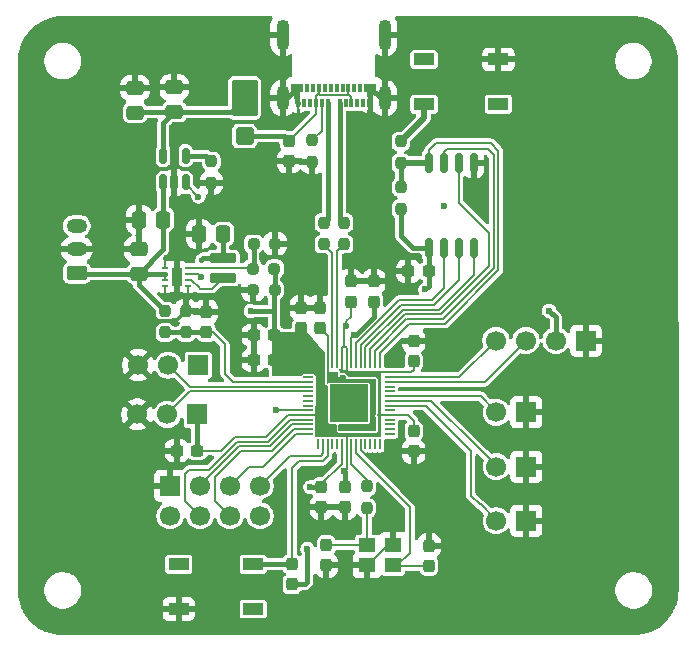
<source format=gbr>
%TF.GenerationSoftware,KiCad,Pcbnew,9.0.1*%
%TF.CreationDate,2025-11-13T19:44:27+01:00*%
%TF.ProjectId,RC thing,52432074-6869-46e6-972e-6b696361645f,rev?*%
%TF.SameCoordinates,Original*%
%TF.FileFunction,Copper,L2,Bot*%
%TF.FilePolarity,Positive*%
%FSLAX46Y46*%
G04 Gerber Fmt 4.6, Leading zero omitted, Abs format (unit mm)*
G04 Created by KiCad (PCBNEW 9.0.1) date 2025-11-13 19:44:27*
%MOMM*%
%LPD*%
G01*
G04 APERTURE LIST*
G04 Aperture macros list*
%AMRoundRect*
0 Rectangle with rounded corners*
0 $1 Rounding radius*
0 $2 $3 $4 $5 $6 $7 $8 $9 X,Y pos of 4 corners*
0 Add a 4 corners polygon primitive as box body*
4,1,4,$2,$3,$4,$5,$6,$7,$8,$9,$2,$3,0*
0 Add four circle primitives for the rounded corners*
1,1,$1+$1,$2,$3*
1,1,$1+$1,$4,$5*
1,1,$1+$1,$6,$7*
1,1,$1+$1,$8,$9*
0 Add four rect primitives between the rounded corners*
20,1,$1+$1,$2,$3,$4,$5,0*
20,1,$1+$1,$4,$5,$6,$7,0*
20,1,$1+$1,$6,$7,$8,$9,0*
20,1,$1+$1,$8,$9,$2,$3,0*%
G04 Aperture macros list end*
%TA.AperFunction,ComponentPad*%
%ADD10C,0.600000*%
%TD*%
%TA.AperFunction,SMDPad,CuDef*%
%ADD11RoundRect,0.237500X-0.237500X0.250000X-0.237500X-0.250000X0.237500X-0.250000X0.237500X0.250000X0*%
%TD*%
%TA.AperFunction,SMDPad,CuDef*%
%ADD12RoundRect,0.250000X-0.850000X1.300000X-0.850000X-1.300000X0.850000X-1.300000X0.850000X1.300000X0*%
%TD*%
%TA.AperFunction,SMDPad,CuDef*%
%ADD13RoundRect,0.250000X-0.510000X0.500000X-0.510000X-0.500000X0.510000X-0.500000X0.510000X0.500000X0*%
%TD*%
%TA.AperFunction,SMDPad,CuDef*%
%ADD14RoundRect,0.237500X-0.237500X0.300000X-0.237500X-0.300000X0.237500X-0.300000X0.237500X0.300000X0*%
%TD*%
%TA.AperFunction,ComponentPad*%
%ADD15R,1.700000X1.700000*%
%TD*%
%TA.AperFunction,ComponentPad*%
%ADD16C,1.700000*%
%TD*%
%TA.AperFunction,SMDPad,CuDef*%
%ADD17RoundRect,0.237500X-0.250000X-0.237500X0.250000X-0.237500X0.250000X0.237500X-0.250000X0.237500X0*%
%TD*%
%TA.AperFunction,SMDPad,CuDef*%
%ADD18RoundRect,0.237500X0.237500X-0.300000X0.237500X0.300000X-0.237500X0.300000X-0.237500X-0.300000X0*%
%TD*%
%TA.AperFunction,SMDPad,CuDef*%
%ADD19RoundRect,0.162500X-0.162500X0.650000X-0.162500X-0.650000X0.162500X-0.650000X0.162500X0.650000X0*%
%TD*%
%TA.AperFunction,SMDPad,CuDef*%
%ADD20RoundRect,0.250000X0.337500X0.475000X-0.337500X0.475000X-0.337500X-0.475000X0.337500X-0.475000X0*%
%TD*%
%TA.AperFunction,SMDPad,CuDef*%
%ADD21RoundRect,0.237500X0.250000X0.237500X-0.250000X0.237500X-0.250000X-0.237500X0.250000X-0.237500X0*%
%TD*%
%TA.AperFunction,SMDPad,CuDef*%
%ADD22RoundRect,0.237500X0.237500X-0.250000X0.237500X0.250000X-0.237500X0.250000X-0.237500X-0.250000X0*%
%TD*%
%TA.AperFunction,ComponentPad*%
%ADD23RoundRect,0.250000X0.625000X-0.350000X0.625000X0.350000X-0.625000X0.350000X-0.625000X-0.350000X0*%
%TD*%
%TA.AperFunction,ComponentPad*%
%ADD24O,1.750000X1.200000*%
%TD*%
%TA.AperFunction,SMDPad,CuDef*%
%ADD25RoundRect,0.250000X-0.475000X0.337500X-0.475000X-0.337500X0.475000X-0.337500X0.475000X0.337500X0*%
%TD*%
%TA.AperFunction,SMDPad,CuDef*%
%ADD26R,1.700000X1.000000*%
%TD*%
%TA.AperFunction,SMDPad,CuDef*%
%ADD27RoundRect,0.050000X0.387500X0.050000X-0.387500X0.050000X-0.387500X-0.050000X0.387500X-0.050000X0*%
%TD*%
%TA.AperFunction,SMDPad,CuDef*%
%ADD28RoundRect,0.050000X0.050000X0.387500X-0.050000X0.387500X-0.050000X-0.387500X0.050000X-0.387500X0*%
%TD*%
%TA.AperFunction,HeatsinkPad*%
%ADD29R,3.200000X3.200000*%
%TD*%
%TA.AperFunction,SMDPad,CuDef*%
%ADD30RoundRect,0.237500X0.300000X0.237500X-0.300000X0.237500X-0.300000X-0.237500X0.300000X-0.237500X0*%
%TD*%
%TA.AperFunction,SMDPad,CuDef*%
%ADD31RoundRect,0.062500X-0.187500X-0.062500X0.187500X-0.062500X0.187500X0.062500X-0.187500X0.062500X0*%
%TD*%
%TA.AperFunction,HeatsinkPad*%
%ADD32C,0.600000*%
%TD*%
%TA.AperFunction,SMDPad,CuDef*%
%ADD33R,0.900000X1.600000*%
%TD*%
%TA.AperFunction,SMDPad,CuDef*%
%ADD34RoundRect,0.212500X0.887500X-0.212500X0.887500X0.212500X-0.887500X0.212500X-0.887500X-0.212500X0*%
%TD*%
%TA.AperFunction,SMDPad,CuDef*%
%ADD35RoundRect,0.150000X0.150000X-0.512500X0.150000X0.512500X-0.150000X0.512500X-0.150000X-0.512500X0*%
%TD*%
%TA.AperFunction,SMDPad,CuDef*%
%ADD36R,1.400000X1.200000*%
%TD*%
%TA.AperFunction,SMDPad,CuDef*%
%ADD37R,0.300000X0.700000*%
%TD*%
%TA.AperFunction,SMDPad,CuDef*%
%ADD38R,1.000000X0.700000*%
%TD*%
%TA.AperFunction,HeatsinkPad*%
%ADD39O,1.100000X2.600000*%
%TD*%
%TA.AperFunction,HeatsinkPad*%
%ADD40O,1.100000X2.100000*%
%TD*%
%TA.AperFunction,SMDPad,CuDef*%
%ADD41RoundRect,0.250000X0.475000X-0.337500X0.475000X0.337500X-0.475000X0.337500X-0.475000X-0.337500X0*%
%TD*%
%TA.AperFunction,ViaPad*%
%ADD42C,0.600000*%
%TD*%
%TA.AperFunction,ViaPad*%
%ADD43C,0.450000*%
%TD*%
%TA.AperFunction,Conductor*%
%ADD44C,0.400000*%
%TD*%
%TA.AperFunction,Conductor*%
%ADD45C,0.200000*%
%TD*%
%TA.AperFunction,Conductor*%
%ADD46C,0.381000*%
%TD*%
%TA.AperFunction,Conductor*%
%ADD47C,0.350000*%
%TD*%
%TA.AperFunction,Conductor*%
%ADD48C,0.500000*%
%TD*%
G04 APERTURE END LIST*
D10*
%TO.P,,57,GND*%
%TO.N,GND*%
X140125000Y-72775000D03*
%TD*%
%TO.P,,57,GND*%
%TO.N,GND*%
X140125000Y-75325000D03*
%TD*%
%TO.P,,57,GND*%
%TO.N,GND*%
X141400000Y-75325000D03*
%TD*%
%TO.P,,57,GND*%
%TO.N,GND*%
X140125000Y-74050000D03*
%TD*%
%TO.P,,57,GND*%
%TO.N,GND*%
X138850000Y-75325000D03*
%TD*%
%TO.P,,57,GND*%
%TO.N,GND*%
X138850000Y-74050000D03*
%TD*%
%TO.P,,57,GND*%
%TO.N,GND*%
X141400000Y-72775000D03*
%TD*%
%TO.P,,57,GND*%
%TO.N,GND*%
X141400000Y-74050000D03*
%TD*%
%TO.P,,57,GND*%
%TO.N,GND*%
X138850000Y-72775000D03*
%TD*%
D11*
%TO.P,R7,1*%
%TO.N,/RP2040/XOUT*%
X141625000Y-81075000D03*
%TO.P,R7,2*%
%TO.N,Net-(C3-Pad1)*%
X141625000Y-82900000D03*
%TD*%
D12*
%TO.P,D1,1,K*%
%TO.N,VUSB*%
X131275000Y-48190000D03*
D13*
%TO.P,D1,2,A*%
%TO.N,Net-(D1-A)*%
X131275000Y-51410000D03*
%TD*%
D14*
%TO.P,C10,1*%
%TO.N,+3V3*%
X139775000Y-81125000D03*
%TO.P,C10,2*%
%TO.N,GND*%
X139775000Y-82850000D03*
%TD*%
D15*
%TO.P,U102,1,GND*%
%TO.N,GND*%
X124966750Y-81023250D03*
D16*
%TO.P,U102,2,VCC*%
%TO.N,+3V3*%
X124966750Y-83563250D03*
%TO.P,U102,3,CE*%
%TO.N,/RP2040/CE*%
X127506750Y-81023250D03*
%TO.P,U102,4,~{CSN}*%
%TO.N,/RP2040/CSN*%
X127506750Y-83563250D03*
%TO.P,U102,5,SCK*%
%TO.N,/RP2040/SCK*%
X130046750Y-81023250D03*
%TO.P,U102,6,MOSI*%
%TO.N,/RP2040/MOSI*%
X130046750Y-83563250D03*
%TO.P,U102,7,MISO*%
%TO.N,/RP2040/MISO*%
X132586750Y-81023250D03*
%TO.P,U102,8,IRQ*%
%TO.N,/RP2040/IRQ*%
X132586750Y-83563250D03*
%TD*%
D15*
%TO.P,SW2,1,1*%
%TO.N,GND*%
X155125000Y-74800000D03*
D16*
%TO.P,SW2,2,2*%
%TO.N,/RP2040/Button1*%
X152585000Y-74800000D03*
%TD*%
D17*
%TO.P,R403,1*%
%TO.N,GND*%
X131987500Y-64425000D03*
%TO.P,R403,2*%
%TO.N,+3V3*%
X133812500Y-64425000D03*
%TD*%
D18*
%TO.P,C4,1*%
%TO.N,+1V1*%
X137650000Y-67662500D03*
%TO.P,C4,2*%
%TO.N,GND*%
X137650000Y-65937500D03*
%TD*%
D15*
%TO.P,J2,1,Pin_1*%
%TO.N,GND*%
X160180000Y-68725000D03*
D16*
%TO.P,J2,2,Pin_2*%
%TO.N,+3V3*%
X157640000Y-68725000D03*
%TO.P,J2,3,Pin_3*%
%TO.N,/RP2040/SCL*%
X155100000Y-68725000D03*
%TO.P,J2,4,Pin_4*%
%TO.N,/RP2040/SDA*%
X152560000Y-68725000D03*
%TD*%
D18*
%TO.P,C8,1*%
%TO.N,+3V3*%
X136075000Y-67662500D03*
%TO.P,C8,2*%
%TO.N,GND*%
X136075000Y-65937500D03*
%TD*%
D19*
%TO.P,U3,1,~{CS}*%
%TO.N,/RP2040/QSPI_SS*%
X146890000Y-53675000D03*
%TO.P,U3,2,DO(IO1)*%
%TO.N,/RP2040/QSPI_SD1*%
X148160000Y-53675000D03*
%TO.P,U3,3,IO2*%
%TO.N,/RP2040/QSPI_SD2*%
X149430000Y-53675000D03*
%TO.P,U3,4,GND*%
%TO.N,GND*%
X150700000Y-53675000D03*
%TO.P,U3,5,DI(IO0)*%
%TO.N,/RP2040/QSPI_SD0*%
X150700000Y-60850000D03*
%TO.P,U3,6,CLK*%
%TO.N,/RP2040/QSPI_SCLK*%
X149430000Y-60850000D03*
%TO.P,U3,7,IO3*%
%TO.N,/RP2040/QSPI_SD3*%
X148160000Y-60850000D03*
%TO.P,U3,8,VCC*%
%TO.N,+3V3*%
X146890000Y-60850000D03*
%TD*%
D20*
%TO.P,C402,1*%
%TO.N,VBAT*%
X124387500Y-58475000D03*
%TO.P,C402,2*%
%TO.N,GND*%
X122312500Y-58475000D03*
%TD*%
D18*
%TO.P,C15,1*%
%TO.N,+3V3*%
X145600000Y-70482500D03*
%TO.P,C15,2*%
%TO.N,GND*%
X145600000Y-68757500D03*
%TD*%
%TO.P,C30,1*%
%TO.N,/RP2040/Battery_voltage_level*%
X128050000Y-68012500D03*
%TO.P,C30,2*%
%TO.N,GND*%
X128050000Y-66287500D03*
%TD*%
D15*
%TO.P,RV3,1,1*%
%TO.N,+3V3*%
X127275000Y-74975000D03*
D16*
%TO.P,RV3,2,2*%
%TO.N,/RP2040/AnaStk_1*%
X124735000Y-74975000D03*
%TO.P,RV3,3,3*%
%TO.N,GND*%
X122195000Y-74975000D03*
%TD*%
D21*
%TO.P,R405,1*%
%TO.N,GND*%
X133861025Y-60525000D03*
%TO.P,R405,2*%
%TO.N,Net-(U401-FB)*%
X132036025Y-60525000D03*
%TD*%
D18*
%TO.P,C5,1*%
%TO.N,+1V1*%
X142225000Y-65437500D03*
%TO.P,C5,2*%
%TO.N,GND*%
X142225000Y-63712500D03*
%TD*%
D22*
%TO.P,R10,1*%
%TO.N,/RP2040/QSPI_SS*%
X144500000Y-53687500D03*
%TO.P,R10,2*%
%TO.N,/RP2040/~{USB_BOOT}*%
X144500000Y-51862500D03*
%TD*%
D23*
%TO.P,BT1,1,+*%
%TO.N,VBAT*%
X117075000Y-63000000D03*
D24*
%TO.P,BT1,2,-*%
%TO.N,GND*%
X117075000Y-61000000D03*
%TO.P,BT1,3*%
%TO.N,N/C*%
X117075000Y-59000000D03*
%TD*%
D15*
%TO.P,SW3,1,1*%
%TO.N,GND*%
X155125000Y-79390000D03*
D16*
%TO.P,SW3,2,2*%
%TO.N,/RP2040/Button2*%
X152585000Y-79390000D03*
%TD*%
D25*
%TO.P,C403,1*%
%TO.N,GND*%
X122000000Y-47362500D03*
%TO.P,C403,2*%
%TO.N,VUSB*%
X122000000Y-49437500D03*
%TD*%
D26*
%TO.P,SW1,1*%
%TO.N,unconnected-(SW1-Pad1)*%
X125700000Y-87650000D03*
%TO.P,SW1,2*%
%TO.N,Net-(U2-RUN)*%
X132000000Y-87650000D03*
%TO.P,SW1,3*%
%TO.N,GND*%
X125700000Y-91450000D03*
%TO.P,SW1,4*%
%TO.N,unconnected-(SW1-Pad4)*%
X132000000Y-91450000D03*
%TD*%
D27*
%TO.P,U2,1,IOVDD*%
%TO.N,+3V3*%
X143550000Y-71425000D03*
%TO.P,U2,2,GPIO0*%
%TO.N,/RP2040/SDA*%
X143550000Y-71825000D03*
%TO.P,U2,3,GPIO1*%
%TO.N,/RP2040/SCL*%
X143550000Y-72225000D03*
%TO.P,U2,4,GPIO2*%
%TO.N,/RP2040/GPIO2*%
X143550000Y-72625000D03*
%TO.P,U2,5,GPIO3*%
%TO.N,/RP2040/GPIO3*%
X143550000Y-73025000D03*
%TO.P,U2,6,GPIO4*%
%TO.N,/RP2040/Button1*%
X143550000Y-73425000D03*
%TO.P,U2,7,GPIO5*%
%TO.N,/RP2040/Button2*%
X143550000Y-73825000D03*
%TO.P,U2,8,GPIO6*%
%TO.N,/RP2040/Button3*%
X143550000Y-74225000D03*
%TO.P,U2,9,GPIO7*%
%TO.N,/RP2040/GPIO7*%
X143550000Y-74625000D03*
%TO.P,U2,10,IOVDD*%
%TO.N,+3V3*%
X143550000Y-75025000D03*
%TO.P,U2,11,GPIO8*%
%TO.N,/RP2040/GPIO8*%
X143550000Y-75425000D03*
%TO.P,U2,12,GPIO9*%
%TO.N,/RP2040/GPIO9*%
X143550000Y-75825000D03*
%TO.P,U2,13,GPIO10*%
%TO.N,/RP2040/GPIO10*%
X143550000Y-76225000D03*
%TO.P,U2,14,GPIO11*%
%TO.N,/RP2040/GPIO11*%
X143550000Y-76625000D03*
D28*
%TO.P,U2,15,GPIO12*%
%TO.N,/RP2040/GPIO12*%
X142712500Y-77462500D03*
%TO.P,U2,16,GPIO13*%
%TO.N,/RP2040/GPIO13*%
X142312500Y-77462500D03*
%TO.P,U2,17,GPIO14*%
%TO.N,/RP2040/GPIO14*%
X141912500Y-77462500D03*
%TO.P,U2,18,GPIO15*%
%TO.N,/RP2040/GPIO15*%
X141512500Y-77462500D03*
%TO.P,U2,19,TESTEN*%
%TO.N,GND*%
X141112500Y-77462500D03*
%TO.P,U2,20,XIN*%
%TO.N,/RP2040/XIN*%
X140712500Y-77462500D03*
%TO.P,U2,21,XOUT*%
%TO.N,/RP2040/XOUT*%
X140312500Y-77462500D03*
%TO.P,U2,22,IOVDD*%
%TO.N,+3V3*%
X139912500Y-77462500D03*
%TO.P,U2,23,DVDD*%
%TO.N,+1V1*%
X139512500Y-77462500D03*
%TO.P,U2,24,SWCLK*%
%TO.N,/RP2040/SWCLK*%
X139112500Y-77462500D03*
%TO.P,U2,25,SWD*%
%TO.N,/RP2040/SWD*%
X138712500Y-77462500D03*
%TO.P,U2,26,RUN*%
%TO.N,Net-(U2-RUN)*%
X138312500Y-77462500D03*
%TO.P,U2,27,GPIO16*%
%TO.N,/RP2040/MISO*%
X137912500Y-77462500D03*
%TO.P,U2,28,GPIO17*%
%TO.N,/RP2040/GPIO17*%
X137512500Y-77462500D03*
D27*
%TO.P,U2,29,GPIO18*%
%TO.N,/RP2040/SCK*%
X136675000Y-76625000D03*
%TO.P,U2,30,GPIO19*%
%TO.N,/RP2040/MOSI*%
X136675000Y-76225000D03*
%TO.P,U2,31,GPIO20*%
%TO.N,/RP2040/CE*%
X136675000Y-75825000D03*
%TO.P,U2,32,GPIO21*%
%TO.N,/RP2040/CSN*%
X136675000Y-75425000D03*
%TO.P,U2,33,IOVDD*%
%TO.N,+3V3*%
X136675000Y-75025000D03*
%TO.P,U2,34,GPIO22*%
%TO.N,/RP2040/Charge_status*%
X136675000Y-74625000D03*
%TO.P,U2,35,GPIO23*%
%TO.N,/RP2040/GPIO23*%
X136675000Y-74225000D03*
%TO.P,U2,36,GPIO24*%
%TO.N,/RP2040/GPIO24*%
X136675000Y-73825000D03*
%TO.P,U2,37,GPIO25*%
%TO.N,/RP2040/GPIO25*%
X136675000Y-73425000D03*
%TO.P,U2,38,GPIO26_ADC0*%
%TO.N,/RP2040/AnaStk_1*%
X136675000Y-73025000D03*
%TO.P,U2,39,GPIO27_ADC1*%
%TO.N,/RP2040/AnaStk_2*%
X136675000Y-72625000D03*
%TO.P,U2,40,GPIO28_ADC2*%
%TO.N,/RP2040/Battery_voltage_level*%
X136675000Y-72225000D03*
%TO.P,U2,41,GPIO29_ADC3*%
%TO.N,/RP2040/GPIO29_ADC3*%
X136675000Y-71825000D03*
%TO.P,U2,42,IOVDD*%
%TO.N,+3V3*%
X136675000Y-71425000D03*
D28*
%TO.P,U2,43,ADC_AVDD*%
X137512500Y-70587500D03*
%TO.P,U2,44,VREG_IN*%
X137912500Y-70587500D03*
%TO.P,U2,45,VREG_VOUT*%
%TO.N,+1V1*%
X138312500Y-70587500D03*
%TO.P,U2,46,USB_DM*%
%TO.N,Net-(U2-USB_DM)*%
X138712500Y-70587500D03*
%TO.P,U2,47,USB_DP*%
%TO.N,Net-(U2-USB_DP)*%
X139112500Y-70587500D03*
%TO.P,U2,48,USB_VDD*%
%TO.N,+3V3*%
X139512500Y-70587500D03*
%TO.P,U2,49,IOVDD*%
X139912500Y-70587500D03*
%TO.P,U2,50,DVDD*%
%TO.N,+1V1*%
X140312500Y-70587500D03*
%TO.P,U2,51,QSPI_SD3*%
%TO.N,/RP2040/QSPI_SD3*%
X140712500Y-70587500D03*
%TO.P,U2,52,QSPI_SCLK*%
%TO.N,/RP2040/QSPI_SCLK*%
X141112500Y-70587500D03*
%TO.P,U2,53,QSPI_SD0*%
%TO.N,/RP2040/QSPI_SD0*%
X141512500Y-70587500D03*
%TO.P,U2,54,QSPI_SD2*%
%TO.N,/RP2040/QSPI_SD2*%
X141912500Y-70587500D03*
%TO.P,U2,55,QSPI_SD1*%
%TO.N,/RP2040/QSPI_SD1*%
X142312500Y-70587500D03*
%TO.P,U2,56,QSPI_SS*%
%TO.N,/RP2040/QSPI_SS*%
X142712500Y-70587500D03*
D29*
%TO.P,U2,57,GND*%
%TO.N,GND*%
X140112500Y-74025000D03*
%TD*%
D26*
%TO.P,SW5,1*%
%TO.N,unconnected-(SW5-Pad1)*%
X152775000Y-48725000D03*
%TO.P,SW5,2*%
%TO.N,/RP2040/~{USB_BOOT}*%
X146475000Y-48725000D03*
%TO.P,SW5,3*%
%TO.N,GND*%
X152775000Y-44925000D03*
%TO.P,SW5,4*%
%TO.N,unconnected-(SW5-Pad4)*%
X146475000Y-44925000D03*
%TD*%
D14*
%TO.P,C16,1*%
%TO.N,Net-(D1-A)*%
X135025000Y-51800000D03*
%TO.P,C16,2*%
%TO.N,GND*%
X135025000Y-53525000D03*
%TD*%
D20*
%TO.P,C404,1*%
%TO.N,+3V3*%
X129486025Y-59700000D03*
%TO.P,C404,2*%
%TO.N,GND*%
X127411025Y-59700000D03*
%TD*%
D11*
%TO.P,R25,1*%
%TO.N,VBAT*%
X124550000Y-66212500D03*
%TO.P,R25,2*%
%TO.N,/RP2040/Battery_voltage_level*%
X124550000Y-68037500D03*
%TD*%
D30*
%TO.P,C1,1*%
%TO.N,+3V3*%
X146875000Y-62850000D03*
%TO.P,C1,2*%
%TO.N,GND*%
X145150000Y-62850000D03*
%TD*%
D14*
%TO.P,C12,1*%
%TO.N,+3V3*%
X145600000Y-76387500D03*
%TO.P,C12,2*%
%TO.N,GND*%
X145600000Y-78112500D03*
%TD*%
%TO.P,R1,1*%
%TO.N,Net-(U2-RUN)*%
X135275000Y-87650000D03*
%TO.P,R1,2*%
%TO.N,+3V3*%
X135275000Y-89375000D03*
%TD*%
D31*
%TO.P,U401,1,PGND*%
%TO.N,GND*%
X124573525Y-64075000D03*
%TO.P,U401,2,VIN*%
%TO.N,VBAT*%
X124573525Y-63575000D03*
%TO.P,U401,3,EN*%
X124573525Y-63075000D03*
%TO.P,U401,4,AGND*%
%TO.N,GND*%
X124573525Y-62575000D03*
%TO.P,U401,5,FB*%
%TO.N,Net-(U401-FB)*%
X126473525Y-62575000D03*
%TO.P,U401,6,VOS*%
%TO.N,+3V3*%
X126473525Y-63075000D03*
%TO.P,U401,7,SW*%
%TO.N,Net-(U401-SW)*%
X126473525Y-63575000D03*
%TO.P,U401,8,PG*%
%TO.N,GND*%
X126473525Y-64075000D03*
D32*
%TO.P,U401,9,PAD*%
X125523525Y-62825000D03*
D33*
X125523525Y-63325000D03*
D32*
X125523525Y-63825000D03*
%TD*%
D15*
%TO.P,RV4,1,1*%
%TO.N,+3V3*%
X127350000Y-70800000D03*
D16*
%TO.P,RV4,2,2*%
%TO.N,/RP2040/AnaStk_2*%
X124810000Y-70800000D03*
%TO.P,RV4,3,3*%
%TO.N,GND*%
X122270000Y-70800000D03*
%TD*%
D30*
%TO.P,C11,1*%
%TO.N,+3V3*%
X127275000Y-78050000D03*
%TO.P,C11,2*%
%TO.N,GND*%
X125550000Y-78050000D03*
%TD*%
D11*
%TO.P,R3,1*%
%TO.N,Net-(P1-CC)*%
X137000000Y-51775000D03*
%TO.P,R3,2*%
%TO.N,GND*%
X137000000Y-53600000D03*
%TD*%
D17*
%TO.P,R404,1*%
%TO.N,Net-(U401-FB)*%
X131986025Y-62625000D03*
%TO.P,R404,2*%
%TO.N,+3V3*%
X133811025Y-62625000D03*
%TD*%
D30*
%TO.P,C14,1*%
%TO.N,+3V3*%
X133800000Y-68275000D03*
%TO.P,C14,2*%
%TO.N,GND*%
X132075000Y-68275000D03*
%TD*%
D11*
%TO.P,R2,1*%
%TO.N,Net-(U1-PROG)*%
X128475000Y-53537500D03*
%TO.P,R2,2*%
%TO.N,GND*%
X128475000Y-55362500D03*
%TD*%
D34*
%TO.P,L402,1,1*%
%TO.N,Net-(U401-SW)*%
X129473525Y-63400000D03*
%TO.P,L402,2,2*%
%TO.N,+3V3*%
X129473525Y-61750000D03*
%TD*%
D14*
%TO.P,C3,1*%
%TO.N,Net-(C3-Pad1)*%
X138200000Y-86037500D03*
%TO.P,C3,2*%
%TO.N,GND*%
X138200000Y-87762500D03*
%TD*%
D35*
%TO.P,U1,1,STAT*%
%TO.N,/RP2040/Charge_status*%
X126287500Y-55337500D03*
%TO.P,U1,2,V_{SS}*%
%TO.N,GND*%
X125337500Y-55337500D03*
%TO.P,U1,3,V_{BAT}*%
%TO.N,VBAT*%
X124387500Y-55337500D03*
%TO.P,U1,4,V_{DD}*%
%TO.N,VUSB*%
X124387500Y-53062500D03*
%TO.P,U1,5,PROG*%
%TO.N,Net-(U1-PROG)*%
X126287500Y-53062500D03*
%TD*%
D18*
%TO.P,C2,1*%
%TO.N,/RP2040/XIN*%
X146900000Y-87812500D03*
%TO.P,C2,2*%
%TO.N,GND*%
X146900000Y-86087500D03*
%TD*%
D30*
%TO.P,C9,1*%
%TO.N,+3V3*%
X133800000Y-70375000D03*
%TO.P,C9,2*%
%TO.N,GND*%
X132075000Y-70375000D03*
%TD*%
D25*
%TO.P,C403,1*%
%TO.N,GND*%
X125325000Y-47287500D03*
%TO.P,C403,2*%
%TO.N,VUSB*%
X125325000Y-49362500D03*
%TD*%
D18*
%TO.P,C13,1*%
%TO.N,+3V3*%
X140250000Y-65425000D03*
%TO.P,C13,2*%
%TO.N,GND*%
X140250000Y-63700000D03*
%TD*%
D22*
%TO.P,R26,1*%
%TO.N,/RP2040/Battery_voltage_level*%
X126325000Y-68037500D03*
%TO.P,R26,2*%
%TO.N,GND*%
X126325000Y-66212500D03*
%TD*%
D15*
%TO.P,SW4,1,1*%
%TO.N,GND*%
X155125000Y-83980000D03*
D16*
%TO.P,SW4,2,2*%
%TO.N,/RP2040/Button3*%
X152585000Y-83980000D03*
%TD*%
D36*
%TO.P,Y3,1,1*%
%TO.N,Net-(C3-Pad1)*%
X141625000Y-86050000D03*
%TO.P,Y3,2,2*%
%TO.N,GND*%
X143825000Y-86050000D03*
%TO.P,Y3,3,3*%
%TO.N,/RP2040/XIN*%
X143825000Y-87750000D03*
%TO.P,Y3,4,4*%
%TO.N,GND*%
X141625000Y-87750000D03*
%TD*%
D37*
%TO.P,P1,A1,GND*%
%TO.N,GND*%
X135825000Y-48600000D03*
%TO.P,P1,A2*%
%TO.N,N/C*%
X136325000Y-48600000D03*
%TO.P,P1,A3*%
X136825000Y-48600000D03*
%TO.P,P1,A4,VBUS*%
%TO.N,Net-(D1-A)*%
X137325000Y-48600000D03*
%TO.P,P1,A5,CC*%
%TO.N,Net-(P1-CC)*%
X137825000Y-48600000D03*
%TO.P,P1,A6,D+*%
%TO.N,Net-(P1-D+)*%
X138325000Y-48600000D03*
%TO.P,P1,A7,D-*%
%TO.N,Net-(P1-D-)*%
X139325000Y-48600000D03*
%TO.P,P1,A8*%
%TO.N,N/C*%
X139825000Y-48600000D03*
%TO.P,P1,A9,VBUS*%
%TO.N,Net-(D1-A)*%
X140325000Y-48600000D03*
%TO.P,P1,A10*%
%TO.N,N/C*%
X140825000Y-48600000D03*
%TO.P,P1,A11*%
X141325000Y-48600000D03*
%TO.P,P1,A12,GND*%
%TO.N,GND*%
X141825000Y-48600000D03*
D38*
%TO.P,P1,B1,GND*%
X141925000Y-47300000D03*
D37*
%TO.P,P1,B2*%
%TO.N,N/C*%
X141075000Y-47300000D03*
%TO.P,P1,B3*%
X140575000Y-47300000D03*
%TO.P,P1,B4,VBUS*%
%TO.N,Net-(D1-A)*%
X140075000Y-47300000D03*
%TO.P,P1,B5,VCONN*%
%TO.N,unconnected-(P1-VCONN-PadB5)*%
X139575000Y-47300000D03*
%TO.P,P1,B6*%
%TO.N,N/C*%
X139075000Y-47300000D03*
%TO.P,P1,B7*%
X138575000Y-47300000D03*
%TO.P,P1,B8*%
X138075000Y-47300000D03*
%TO.P,P1,B9,VBUS*%
%TO.N,Net-(D1-A)*%
X137575000Y-47300000D03*
%TO.P,P1,B10*%
%TO.N,N/C*%
X137075000Y-47300000D03*
%TO.P,P1,B11*%
X136575000Y-47300000D03*
D38*
%TO.P,P1,B12,GND*%
%TO.N,GND*%
X135725000Y-47300000D03*
D39*
%TO.P,P1,S1,SHIELD*%
X134505000Y-42830000D03*
D40*
X134505000Y-48190000D03*
D39*
X143145000Y-42830000D03*
D40*
X143145000Y-48190000D03*
%TD*%
D22*
%TO.P,R8,1*%
%TO.N,+3V3*%
X144525000Y-57562500D03*
%TO.P,R8,2*%
%TO.N,/RP2040/QSPI_SS*%
X144525000Y-55737500D03*
%TD*%
D11*
%TO.P,R4,1*%
%TO.N,Net-(P1-D+)*%
X137975000Y-58737500D03*
%TO.P,R4,2*%
%TO.N,Net-(U2-USB_DM)*%
X137975000Y-60562500D03*
%TD*%
D14*
%TO.P,C6,1*%
%TO.N,+1V1*%
X137775000Y-81125000D03*
%TO.P,C6,2*%
%TO.N,GND*%
X137775000Y-82850000D03*
%TD*%
D11*
%TO.P,R5,1*%
%TO.N,Net-(P1-D-)*%
X139725000Y-58737500D03*
%TO.P,R5,2*%
%TO.N,Net-(U2-USB_DP)*%
X139725000Y-60562500D03*
%TD*%
D41*
%TO.P,C401,1*%
%TO.N,VBAT*%
X122323525Y-63062500D03*
%TO.P,C401,2*%
%TO.N,GND*%
X122323525Y-60987500D03*
%TD*%
D42*
%TO.N,*%
X148150000Y-57300000D03*
%TO.N,GND*%
X124675000Y-61700000D03*
X144125000Y-50525000D03*
X142425000Y-62425000D03*
X137800000Y-84575000D03*
X140725000Y-57450000D03*
X137925000Y-61825000D03*
X150725000Y-55250000D03*
X126475000Y-65000000D03*
X122350000Y-67075000D03*
X125950000Y-57000000D03*
X137825000Y-64625000D03*
X124600000Y-65000000D03*
X146900000Y-68760000D03*
X146900000Y-84132774D03*
X130600000Y-68275000D03*
X125350000Y-51500000D03*
X143650000Y-62375000D03*
X137050000Y-57475000D03*
X140075000Y-61800000D03*
X135250000Y-50425000D03*
X147160000Y-78140000D03*
X138225000Y-89400000D03*
%TO.N,+1V1*%
X139578096Y-71924282D03*
X140563235Y-68213235D03*
X139650000Y-76075002D03*
X136851250Y-81133518D03*
%TO.N,+3V3*%
X146575000Y-64375000D03*
X139725000Y-79800000D03*
X139869750Y-67477268D03*
D43*
X127625000Y-61900000D03*
D42*
X157050000Y-66200000D03*
X136600000Y-86375000D03*
X127625000Y-63350000D03*
X131800000Y-66225000D03*
%TO.N,/RP2040/Charge_status*%
X133950000Y-74625000D03*
X127375000Y-56525000D03*
%TD*%
D44*
%TO.N,VBAT*%
X122323525Y-63062500D02*
X122362025Y-63101000D01*
X124387500Y-60998525D02*
X124387500Y-58475000D01*
D45*
X124573525Y-63075000D02*
X124573525Y-63575000D01*
D44*
X122311025Y-63075000D02*
X122323525Y-63062500D01*
X122323525Y-63986025D02*
X124550000Y-66212500D01*
X122323525Y-63062500D02*
X122323525Y-63986025D01*
X122323525Y-63062500D02*
X124387500Y-60998525D01*
X122362025Y-63101000D02*
X124573525Y-63101000D01*
X117150000Y-63075000D02*
X122311025Y-63075000D01*
X124387500Y-55337500D02*
X124387500Y-58475000D01*
D45*
%TO.N,GND*%
X144125000Y-62850000D02*
X143650000Y-62375000D01*
D44*
X135725000Y-48500000D02*
X135825000Y-48600000D01*
D46*
X142000000Y-49925000D02*
X141866500Y-49791500D01*
D44*
X130600000Y-68275000D02*
X132075000Y-68275000D01*
X122323525Y-60987500D02*
X117237500Y-60987500D01*
D45*
X125337500Y-51512500D02*
X125350000Y-51500000D01*
D44*
X141612500Y-87762500D02*
X141625000Y-87750000D01*
X142225000Y-63712500D02*
X140262500Y-63712500D01*
D45*
X146900000Y-83800000D02*
X146900000Y-84132774D01*
D46*
X141866500Y-49791500D02*
X141866500Y-48600000D01*
D44*
X142815000Y-48190000D02*
X141925000Y-47300000D01*
X147132500Y-78112500D02*
X147160000Y-78140000D01*
X140262500Y-63712500D02*
X140250000Y-63700000D01*
D45*
X141112500Y-78012500D02*
X146900000Y-83800000D01*
D44*
X138200000Y-87762500D02*
X141612500Y-87762500D01*
D45*
X125337500Y-55337500D02*
X125337500Y-56387500D01*
D44*
X137650000Y-64800000D02*
X137825000Y-64625000D01*
X145600000Y-68757500D02*
X146897500Y-68757500D01*
X134835000Y-48190000D02*
X135725000Y-47300000D01*
X141925000Y-47300000D02*
X141925000Y-48500000D01*
X132075000Y-70375000D02*
X132075000Y-68275000D01*
D45*
X124573525Y-64973525D02*
X124600000Y-65000000D01*
D46*
X142001000Y-49925000D02*
X142000000Y-49925000D01*
D47*
X126325000Y-66212500D02*
X125462500Y-67075000D01*
D44*
X145600000Y-78112500D02*
X147132500Y-78112500D01*
D45*
X135825000Y-48600000D02*
X135825000Y-49850000D01*
X125337500Y-55337500D02*
X125337500Y-51512500D01*
D44*
X141925000Y-48500000D02*
X141825000Y-48600000D01*
D47*
X125462500Y-67075000D02*
X122350000Y-67075000D01*
D44*
X150700000Y-55225000D02*
X150725000Y-55250000D01*
D45*
X141625000Y-87750000D02*
X141725000Y-87750000D01*
D44*
X134505000Y-48190000D02*
X134835000Y-48190000D01*
X146900000Y-86087500D02*
X146900000Y-84132774D01*
X117237500Y-60987500D02*
X117150000Y-61075000D01*
D46*
X142601000Y-50525000D02*
X142001000Y-49925000D01*
D45*
X143425000Y-86050000D02*
X143825000Y-86050000D01*
X135825000Y-49850000D02*
X135250000Y-50425000D01*
X136075000Y-65937500D02*
X136075000Y-65900000D01*
X124573525Y-61801475D02*
X124675000Y-61700000D01*
D44*
X150700000Y-53675000D02*
X150700000Y-55225000D01*
D45*
X126473525Y-64075000D02*
X126473525Y-64998525D01*
X126473525Y-64998525D02*
X126475000Y-65000000D01*
D44*
X137775000Y-84550000D02*
X137800000Y-84575000D01*
D45*
X125337500Y-56387500D02*
X125950000Y-57000000D01*
X124573525Y-62575000D02*
X124573525Y-61801475D01*
D44*
X137650000Y-65937500D02*
X137650000Y-64800000D01*
D45*
X145150000Y-62850000D02*
X144125000Y-62850000D01*
D44*
X138200000Y-89375000D02*
X138225000Y-89400000D01*
X143145000Y-48190000D02*
X142815000Y-48190000D01*
D45*
X124573525Y-64075000D02*
X124573525Y-64973525D01*
X141725000Y-87750000D02*
X143425000Y-86050000D01*
D46*
X142601000Y-50525000D02*
X144125000Y-50525000D01*
D44*
X138200000Y-87762500D02*
X138200000Y-89375000D01*
X135725000Y-47300000D02*
X135725000Y-48500000D01*
X137775000Y-82850000D02*
X137775000Y-84550000D01*
D45*
X141112500Y-77462500D02*
X141112500Y-78012500D01*
D44*
%TO.N,VUSB*%
X125325000Y-49362500D02*
X130102500Y-49362500D01*
X125325000Y-49362500D02*
X122075000Y-49362500D01*
X130102500Y-49362500D02*
X131275000Y-48190000D01*
X124387500Y-53062500D02*
X124387500Y-50300000D01*
X122075000Y-49362500D02*
X122000000Y-49437500D01*
X124387500Y-50300000D02*
X125325000Y-49362500D01*
D45*
%TO.N,Net-(D1-A)*%
X137325000Y-48050000D02*
X137575000Y-47800000D01*
D44*
X134635000Y-51410000D02*
X135025000Y-51800000D01*
X135000000Y-51825000D02*
X135025000Y-51800000D01*
D45*
X140325000Y-48100000D02*
X140325000Y-48600000D01*
X140075000Y-47850000D02*
X140024000Y-47901000D01*
X137325000Y-48600000D02*
X137325000Y-48050000D01*
X140024000Y-47901000D02*
X137676000Y-47901000D01*
X140075000Y-47850000D02*
X140325000Y-48100000D01*
X137325000Y-48600000D02*
X137325000Y-49500000D01*
X137575000Y-47800000D02*
X137575000Y-47300000D01*
X140075000Y-47300000D02*
X140075000Y-47850000D01*
D44*
X131275000Y-51410000D02*
X134635000Y-51410000D01*
D45*
X137676000Y-47901000D02*
X137575000Y-47800000D01*
X137325000Y-49500000D02*
X135025000Y-51800000D01*
%TO.N,+1V1*%
X138312500Y-71431250D02*
X138461500Y-71580250D01*
X138312500Y-68325000D02*
X137650000Y-67662500D01*
X138312500Y-70587500D02*
X138312500Y-71431250D01*
X138312500Y-70587500D02*
X138312500Y-68325000D01*
X140312500Y-70037500D02*
X140309500Y-70034500D01*
X137775000Y-80900057D02*
X137775000Y-81125000D01*
D46*
X142225000Y-66704914D02*
X140716679Y-68213235D01*
D45*
X140309500Y-70034500D02*
X140309500Y-68466970D01*
D44*
X136851250Y-81133518D02*
X137766482Y-81133518D01*
D45*
X139512500Y-77462500D02*
X139512500Y-79162557D01*
D46*
X140716679Y-68213235D02*
X140563235Y-68213235D01*
X142225000Y-66704914D02*
X142225000Y-65437500D01*
D45*
X140309500Y-68466970D02*
X140563235Y-68213235D01*
X139512500Y-79162557D02*
X137775000Y-80900057D01*
X140312500Y-70587500D02*
X140312500Y-70037500D01*
D44*
X137766482Y-81133518D02*
X137775000Y-81125000D01*
D45*
%TO.N,/RP2040/XIN*%
X145275000Y-86700000D02*
X145275000Y-82800000D01*
X143887500Y-87812500D02*
X143825000Y-87750000D01*
X144225000Y-87750000D02*
X145275000Y-86700000D01*
X140712500Y-78237500D02*
X140712500Y-77462500D01*
X145275000Y-82800000D02*
X140712500Y-78237500D01*
X146900000Y-87812500D02*
X143887500Y-87812500D01*
X143825000Y-87750000D02*
X144225000Y-87750000D01*
%TO.N,+3V3*%
X139512500Y-70587500D02*
X139512500Y-69362500D01*
X139912500Y-79612500D02*
X139725000Y-79800000D01*
D44*
X127775000Y-61750000D02*
X127625000Y-61900000D01*
X139775000Y-79850000D02*
X139725000Y-79800000D01*
X133800000Y-68275000D02*
X133800000Y-66225000D01*
D45*
X136675000Y-75025000D02*
X137550000Y-75025000D01*
X136075000Y-68750000D02*
X136075000Y-67662500D01*
X126473525Y-63075000D02*
X127350000Y-63075000D01*
X145600000Y-71175000D02*
X145600000Y-70482500D01*
X140250000Y-66685000D02*
X140250000Y-65425000D01*
D44*
X146875000Y-64075000D02*
X146575000Y-64375000D01*
X146890000Y-60850000D02*
X145525000Y-60850000D01*
D45*
X143550000Y-71425000D02*
X142375000Y-71425000D01*
X139908500Y-70308500D02*
X139912500Y-70312500D01*
X139512500Y-70587500D02*
X139512500Y-71337500D01*
D44*
X139775000Y-81125000D02*
X139775000Y-79850000D01*
D45*
X137912500Y-71113250D02*
X137912500Y-70587500D01*
X139700000Y-69175000D02*
X139700000Y-67647018D01*
X139700000Y-67647018D02*
X139869750Y-67477268D01*
X139912500Y-70587500D02*
X139912500Y-71337500D01*
X145600000Y-75491482D02*
X145600000Y-76387500D01*
X137572500Y-71453250D02*
X137912500Y-71113250D01*
X139512500Y-71337500D02*
X139550000Y-71375000D01*
D44*
X144525000Y-59850000D02*
X144525000Y-57562500D01*
D45*
X134850000Y-71425000D02*
X133800000Y-70375000D01*
X136675000Y-71425000D02*
X137544250Y-71425000D01*
D44*
X136600000Y-89150000D02*
X136600000Y-86375000D01*
D45*
X139912500Y-70312500D02*
X139912500Y-70587500D01*
X145350000Y-71425000D02*
X145600000Y-71175000D01*
X136648803Y-75025000D02*
X134925000Y-75025000D01*
D44*
X129473525Y-61750000D02*
X129473525Y-59712500D01*
X133800000Y-70375000D02*
X133800000Y-68275000D01*
X132000000Y-66225000D02*
X132025000Y-66225000D01*
D45*
X137912500Y-70587500D02*
X136075000Y-68750000D01*
X139912500Y-77462500D02*
X139912500Y-79612500D01*
X139908500Y-69383500D02*
X139908500Y-70308500D01*
X130492800Y-76873000D02*
X129315800Y-78050000D01*
D44*
X133800000Y-64437500D02*
X133812500Y-64425000D01*
D45*
X143550000Y-71425000D02*
X145350000Y-71425000D01*
X139512500Y-69362500D02*
X139700000Y-69175000D01*
D44*
X145525000Y-60850000D02*
X144525000Y-59850000D01*
X157640000Y-66765000D02*
X157640000Y-68725000D01*
X136375000Y-89375000D02*
X136600000Y-89150000D01*
D45*
X142625000Y-75025000D02*
X142600000Y-75050000D01*
X137550000Y-75025000D02*
X137775000Y-75025000D01*
X139912500Y-71337500D02*
X139875000Y-71375000D01*
D44*
X133812500Y-64425000D02*
X133812500Y-62626475D01*
D45*
X139975000Y-76800000D02*
X140075000Y-76700000D01*
X127350000Y-63075000D02*
X127625000Y-63350000D01*
D44*
X133800000Y-66225000D02*
X133800000Y-64437500D01*
X132025000Y-66225000D02*
X131800000Y-66225000D01*
X146890000Y-60850000D02*
X146890000Y-62835000D01*
X133850000Y-64462500D02*
X133812500Y-64425000D01*
X146875000Y-62850000D02*
X146875000Y-64075000D01*
X146890000Y-62835000D02*
X146875000Y-62850000D01*
D45*
X139912500Y-77462500D02*
X139912500Y-76862500D01*
X143550000Y-75025000D02*
X145133518Y-75025000D01*
D44*
X157050000Y-66200000D02*
X157075000Y-66200000D01*
X129473525Y-59712500D02*
X129486025Y-59700000D01*
X129473525Y-61750000D02*
X127775000Y-61750000D01*
D45*
X143550000Y-75025000D02*
X142625000Y-75025000D01*
X137512500Y-70587500D02*
X137512500Y-71386250D01*
D44*
X135275000Y-89375000D02*
X136375000Y-89375000D01*
D45*
X139869750Y-67065250D02*
X140250000Y-66685000D01*
X139912500Y-76862500D02*
X139975000Y-76800000D01*
X133825000Y-70375000D02*
X133800000Y-70375000D01*
X145133518Y-75025000D02*
X145600000Y-75491482D01*
X136675000Y-71425000D02*
X134850000Y-71425000D01*
X139700000Y-69175000D02*
X139908500Y-69383500D01*
X134925000Y-75025000D02*
X133077000Y-76873000D01*
D44*
X127275000Y-78050000D02*
X127275000Y-74975000D01*
D45*
X133077000Y-76873000D02*
X130492800Y-76873000D01*
D44*
X133800000Y-66225000D02*
X132000000Y-66225000D01*
D45*
X140075000Y-76700000D02*
X140400000Y-76700000D01*
X129315800Y-78050000D02*
X127275000Y-78050000D01*
X137512500Y-71386250D02*
X137445500Y-71453250D01*
D44*
X133812500Y-62626475D02*
X133811025Y-62625000D01*
D45*
X139869750Y-67477268D02*
X139869750Y-67065250D01*
D44*
X157075000Y-66200000D02*
X157640000Y-66765000D01*
D45*
%TO.N,Net-(U401-SW)*%
X127475000Y-64325000D02*
X127475000Y-64310677D01*
X127475000Y-64310677D02*
X126739323Y-63575000D01*
X126473525Y-63575000D02*
X126739323Y-63575000D01*
X128548525Y-64325000D02*
X129473525Y-63400000D01*
X127475000Y-64325000D02*
X128548525Y-64325000D01*
%TO.N,Net-(P1-CC)*%
X137825000Y-48600000D02*
X137825000Y-50950000D01*
X137825000Y-50950000D02*
X137000000Y-51775000D01*
D44*
%TO.N,Net-(P1-D+)*%
X138325000Y-58387500D02*
X138325000Y-48600000D01*
X137975000Y-58737500D02*
X138325000Y-58387500D01*
%TO.N,Net-(P1-D-)*%
X139325000Y-48600000D02*
X139325000Y-58337500D01*
X139325000Y-58337500D02*
X139725000Y-58737500D01*
%TO.N,Net-(U1-PROG)*%
X128000000Y-53062500D02*
X128475000Y-53537500D01*
X126287500Y-53062500D02*
X128000000Y-53062500D01*
D45*
%TO.N,Net-(U2-USB_DM)*%
X137975000Y-60562500D02*
X138712500Y-61300000D01*
X138712500Y-61300000D02*
X138712500Y-70587500D01*
%TO.N,Net-(U2-USB_DP)*%
X139725000Y-60562500D02*
X139112500Y-61175000D01*
X139112500Y-61175000D02*
X139112500Y-70587500D01*
%TO.N,/RP2040/XOUT*%
X140312500Y-77462500D02*
X140312500Y-79212500D01*
X141625000Y-80525000D02*
X141625000Y-81075000D01*
X140312500Y-79212500D02*
X141625000Y-80525000D01*
D48*
%TO.N,/RP2040/~{USB_BOOT}*%
X146475000Y-49887500D02*
X146475000Y-48725000D01*
X144500000Y-51862500D02*
X146475000Y-49887500D01*
%TO.N,/RP2040/QSPI_SS*%
X146877500Y-53687500D02*
X146890000Y-53675000D01*
D45*
X147502961Y-52002961D02*
X152102961Y-52002961D01*
X145169200Y-67293577D02*
X148230191Y-67293574D01*
D48*
X144500000Y-53687500D02*
X146877500Y-53687500D01*
D45*
X146890000Y-53675000D02*
X146890000Y-52615922D01*
X152102961Y-52002961D02*
X152775000Y-52675000D01*
X146890000Y-52615922D02*
X147502961Y-52002961D01*
D44*
X144525000Y-55737500D02*
X144525000Y-53712500D01*
D45*
X142712500Y-70587500D02*
X142712500Y-69750277D01*
X152774039Y-62749726D02*
X152774039Y-52667411D01*
X145167720Y-67295057D02*
X145169200Y-67295057D01*
D44*
X144525000Y-53712500D02*
X144500000Y-53687500D01*
D45*
X148230191Y-67293574D02*
X152774039Y-62749726D01*
X142712500Y-69750277D02*
X145167720Y-67295057D01*
%TO.N,Net-(U401-FB)*%
X126473525Y-62575000D02*
X131936025Y-62575000D01*
D44*
X132036025Y-60525000D02*
X132036025Y-62575000D01*
D45*
X131936025Y-62575000D02*
X131986025Y-62625000D01*
D44*
X132036025Y-62575000D02*
X131986025Y-62625000D01*
D45*
%TO.N,/RP2040/QSPI_SD2*%
X144838228Y-66494537D02*
X147899217Y-66494536D01*
X141912500Y-69417630D02*
X144834113Y-66496017D01*
X149404211Y-57067086D02*
X149404211Y-54019086D01*
X151975961Y-59638836D02*
X149404211Y-57067086D01*
X141912500Y-70587500D02*
X141912500Y-69417630D01*
X144834113Y-66496017D02*
X144834654Y-66496017D01*
X151975000Y-62418753D02*
X151975000Y-59631247D01*
X147899217Y-66494536D02*
X151975000Y-62418753D01*
%TO.N,/RP2040/QSPI_SD1*%
X142312500Y-70587500D02*
X142312500Y-69583177D01*
X148414039Y-52510961D02*
X151848961Y-52510961D01*
X148160000Y-52765000D02*
X148414039Y-52510961D01*
X151848961Y-52510961D02*
X152375481Y-53037481D01*
X145003714Y-66894057D02*
X148064704Y-66894055D01*
X152374520Y-62584239D02*
X152374520Y-53029892D01*
X142312500Y-69583177D02*
X144972839Y-66922838D01*
X148160000Y-53675000D02*
X148160000Y-52765000D01*
X148064704Y-66894055D02*
X152374520Y-62584239D01*
%TO.N,/RP2040/SCL*%
X151585316Y-72225000D02*
X151592658Y-72232342D01*
X151592658Y-72232342D02*
X155100000Y-68725000D01*
X143550000Y-72225000D02*
X151585316Y-72225000D01*
%TO.N,/RP2040/CE*%
X130825000Y-77675000D02*
X127511750Y-80988250D01*
X133450000Y-77675000D02*
X130825000Y-77675000D01*
X136648803Y-75825000D02*
X135300000Y-75825000D01*
X135300000Y-75825000D02*
X133450000Y-77675000D01*
%TO.N,/RP2040/Button2*%
X151275000Y-78025000D02*
X151309000Y-78025000D01*
X143550000Y-73825000D02*
X147075000Y-73825000D01*
X147075000Y-73825000D02*
X151275000Y-78025000D01*
X151309000Y-78025000D02*
X152547250Y-79263250D01*
%TO.N,/RP2040/Button3*%
X151175000Y-82600000D02*
X151259000Y-82600000D01*
X146600000Y-74225000D02*
X150450000Y-78075000D01*
X150425000Y-81850000D02*
X151175000Y-82600000D01*
X150425000Y-78100000D02*
X150425000Y-81850000D01*
X151259000Y-82600000D02*
X152497250Y-83838250D01*
X143550000Y-74225000D02*
X146600000Y-74225000D01*
X150450000Y-78075000D02*
X150425000Y-78100000D01*
%TO.N,/RP2040/MOSI*%
X136648803Y-76225000D02*
X135475000Y-76225000D01*
X128775000Y-80300000D02*
X128775000Y-82291500D01*
X131000000Y-78075000D02*
X128775000Y-80300000D01*
X135475000Y-76225000D02*
X133625000Y-78075000D01*
X133625000Y-78075000D02*
X131000000Y-78075000D01*
X128775000Y-82291500D02*
X130046750Y-83563250D01*
%TO.N,/RP2040/QSPI_SD0*%
X150673250Y-63155497D02*
X150673250Y-61211497D01*
X147733730Y-66095017D02*
X150673250Y-63155497D01*
X141512500Y-69252624D02*
X144670107Y-66095017D01*
X141512500Y-70587500D02*
X141512500Y-69252624D01*
X144670107Y-66095017D02*
X144670648Y-66095017D01*
X144672742Y-66095017D02*
X147733730Y-66095017D01*
%TO.N,/RP2040/QSPI_SCLK*%
X147291875Y-65695497D02*
X149403250Y-63584122D01*
X149403250Y-63584122D02*
X149403250Y-61211497D01*
X141112500Y-69419724D02*
X141111500Y-69418724D01*
X144074012Y-66124012D02*
X144075988Y-66124012D01*
X141111500Y-69418724D02*
X141111500Y-69086524D01*
X141111500Y-69086524D02*
X144074012Y-66124012D01*
X141112500Y-70587500D02*
X141112500Y-69419724D01*
X144507256Y-65695497D02*
X147291875Y-65695497D01*
X144075988Y-66124012D02*
X144503023Y-65696977D01*
%TO.N,/RP2040/QSPI_SD3*%
X148133250Y-64289116D02*
X147126389Y-65295977D01*
X140710500Y-69584824D02*
X140710500Y-68914500D01*
X140712500Y-69586824D02*
X140710500Y-69584824D01*
X147126389Y-65295977D02*
X144341770Y-65295977D01*
X140712500Y-70587500D02*
X140712500Y-69586824D01*
X140710500Y-68914500D02*
X144330503Y-65294497D01*
X148133250Y-61211497D02*
X148133250Y-64289116D01*
X144330503Y-65294497D02*
X144341770Y-65294497D01*
%TO.N,/RP2040/SCK*%
X135650000Y-76625000D02*
X136648803Y-76625000D01*
X132875000Y-79400000D02*
X135650000Y-76625000D01*
X130046750Y-81023250D02*
X131670000Y-79400000D01*
X131670000Y-79400000D02*
X132875000Y-79400000D01*
%TO.N,/RP2040/MISO*%
X137912500Y-77462500D02*
X137912500Y-78261476D01*
X137707458Y-78466518D02*
X135143482Y-78466518D01*
X137912500Y-78261476D02*
X137707458Y-78466518D01*
X135143482Y-78466518D02*
X132728500Y-80881500D01*
%TO.N,/RP2040/Button1*%
X149110000Y-73430000D02*
X151269000Y-73430000D01*
X149107658Y-73432342D02*
X149110000Y-73430000D01*
X149100316Y-73425000D02*
X149107658Y-73432342D01*
X143550000Y-73425000D02*
X149100316Y-73425000D01*
X151269000Y-73430000D02*
X152507250Y-74668250D01*
%TO.N,/RP2040/CSN*%
X126250000Y-82306500D02*
X126250000Y-80025000D01*
X130658900Y-77274000D02*
X133276000Y-77274000D01*
X135125000Y-75425000D02*
X136648803Y-75425000D01*
X128232900Y-79700000D02*
X130658900Y-77274000D01*
X133276000Y-77274000D02*
X135125000Y-75425000D01*
X126250000Y-80025000D02*
X126575000Y-79700000D01*
X127506750Y-83563250D02*
X126250000Y-82306500D01*
X126575000Y-79700000D02*
X128232900Y-79700000D01*
%TO.N,/RP2040/AnaStk_2*%
X126635000Y-72625000D02*
X136675000Y-72625000D01*
X124810000Y-70800000D02*
X126635000Y-72625000D01*
%TO.N,/RP2040/Battery_voltage_level*%
X129625000Y-71525000D02*
X129625000Y-69050000D01*
X129625000Y-69050000D02*
X128587500Y-68012500D01*
X128587500Y-68012500D02*
X128050000Y-68012500D01*
D44*
X126350000Y-68012500D02*
X126325000Y-68037500D01*
X124550000Y-68037500D02*
X126325000Y-68037500D01*
D45*
X130325000Y-72225000D02*
X129625000Y-71525000D01*
D44*
X128050000Y-68012500D02*
X126350000Y-68012500D01*
D45*
X136675000Y-72225000D02*
X130325000Y-72225000D01*
%TO.N,/RP2040/AnaStk_1*%
X136675000Y-73025000D02*
X126685000Y-73025000D01*
X126685000Y-73025000D02*
X124735000Y-74975000D01*
%TO.N,/RP2040/SDA*%
X149460000Y-71825000D02*
X152560000Y-68725000D01*
X143550000Y-71825000D02*
X149460000Y-71825000D01*
%TO.N,Net-(C3-Pad1)*%
X141625000Y-86050000D02*
X138212500Y-86050000D01*
X141625000Y-82900000D02*
X141625000Y-86050000D01*
X138212500Y-86050000D02*
X138200000Y-86037500D01*
%TO.N,/RP2040/Charge_status*%
X136675000Y-74625000D02*
X133950000Y-74625000D01*
X126287500Y-55337500D02*
X126287500Y-55437500D01*
X126287500Y-55437500D02*
X127375000Y-56525000D01*
%TO.N,Net-(U2-RUN)*%
X137883970Y-78900000D02*
X135900000Y-78900000D01*
X138312500Y-78471470D02*
X137883970Y-78900000D01*
X135900000Y-78900000D02*
X135275000Y-79525000D01*
X138312500Y-77462500D02*
X138312500Y-78471470D01*
D44*
X132000000Y-87650000D02*
X135275000Y-87650000D01*
D45*
X135275000Y-79525000D02*
X135275000Y-87650000D01*
%TD*%
%TA.AperFunction,Conductor*%
%TO.N,GND*%
G36*
X133575867Y-41280462D02*
G01*
X133630405Y-41335000D01*
X133650367Y-41409500D01*
X133630405Y-41484000D01*
X133625256Y-41492280D01*
X133567414Y-41578846D01*
X133487658Y-41771394D01*
X133447000Y-41975792D01*
X133447000Y-42576000D01*
X134205000Y-42576000D01*
X134205000Y-43084000D01*
X133447000Y-43084000D01*
X133447000Y-43684207D01*
X133487658Y-43888605D01*
X133567414Y-44081153D01*
X133567413Y-44081153D01*
X133683197Y-44254434D01*
X133683201Y-44254439D01*
X133830560Y-44401798D01*
X133830565Y-44401802D01*
X134003846Y-44517585D01*
X134196395Y-44597341D01*
X134250999Y-44608202D01*
X134251000Y-44608202D01*
X134251000Y-43740060D01*
X134264940Y-43764205D01*
X134320795Y-43820060D01*
X134389204Y-43859556D01*
X134465504Y-43880000D01*
X134544496Y-43880000D01*
X134620796Y-43859556D01*
X134689205Y-43820060D01*
X134745060Y-43764205D01*
X134759000Y-43740060D01*
X134759000Y-44608202D01*
X134813604Y-44597341D01*
X135006153Y-44517585D01*
X135006155Y-44517584D01*
X135093219Y-44459410D01*
X135166254Y-44434617D01*
X135241900Y-44449664D01*
X135299888Y-44500517D01*
X135324681Y-44573552D01*
X135325000Y-44583298D01*
X135325000Y-46293000D01*
X135305038Y-46367500D01*
X135250500Y-46422038D01*
X135180340Y-46440837D01*
X135180391Y-46441787D01*
X135176397Y-46442001D01*
X135115904Y-46448504D01*
X134979042Y-46499552D01*
X134979035Y-46499555D01*
X134862095Y-46587097D01*
X134856323Y-46594807D01*
X134795694Y-46642481D01*
X134779741Y-46644773D01*
X134759000Y-46661796D01*
X134759000Y-47529939D01*
X134745060Y-47505795D01*
X134689205Y-47449940D01*
X134620796Y-47410444D01*
X134544496Y-47390000D01*
X134465504Y-47390000D01*
X134389204Y-47410444D01*
X134320795Y-47449940D01*
X134264940Y-47505795D01*
X134251000Y-47529939D01*
X134251000Y-46661796D01*
X134250999Y-46661795D01*
X134196397Y-46672658D01*
X134196389Y-46672660D01*
X134003846Y-46752413D01*
X133830565Y-46868197D01*
X133830560Y-46868201D01*
X133683201Y-47015560D01*
X133683197Y-47015565D01*
X133567414Y-47188846D01*
X133487658Y-47381394D01*
X133447000Y-47585792D01*
X133447000Y-47936000D01*
X134205000Y-47936000D01*
X134205000Y-48444000D01*
X133447000Y-48444000D01*
X133447000Y-48794207D01*
X133487658Y-48998605D01*
X133567414Y-49191153D01*
X133567413Y-49191153D01*
X133683197Y-49364434D01*
X133683201Y-49364439D01*
X133830560Y-49511798D01*
X133830565Y-49511802D01*
X134003846Y-49627585D01*
X134196395Y-49707341D01*
X134250999Y-49718202D01*
X134251000Y-49718202D01*
X134251000Y-48850060D01*
X134264940Y-48874205D01*
X134320795Y-48930060D01*
X134389204Y-48969556D01*
X134465504Y-48990000D01*
X134544496Y-48990000D01*
X134620796Y-48969556D01*
X134689205Y-48930060D01*
X134745060Y-48874205D01*
X134759000Y-48850060D01*
X134759000Y-49718202D01*
X134813604Y-49707341D01*
X135006153Y-49627585D01*
X135179434Y-49511802D01*
X135179438Y-49511799D01*
X135260746Y-49430490D01*
X135327540Y-49391925D01*
X135404668Y-49391925D01*
X135418740Y-49397559D01*
X135419053Y-49396722D01*
X135565906Y-49451495D01*
X135565902Y-49451495D01*
X135626397Y-49457998D01*
X135626416Y-49458000D01*
X135675000Y-49458000D01*
X135675000Y-49234689D01*
X135680077Y-49215741D01*
X135680077Y-49196125D01*
X135689884Y-49179137D01*
X135694962Y-49160189D01*
X135708833Y-49146317D01*
X135718641Y-49129330D01*
X135735628Y-49119522D01*
X135749500Y-49105651D01*
X135768448Y-49100573D01*
X135785436Y-49090766D01*
X135805052Y-49090766D01*
X135824000Y-49085689D01*
X135842948Y-49090766D01*
X135862564Y-49090766D01*
X135879551Y-49100573D01*
X135898500Y-49105651D01*
X135929359Y-49129330D01*
X135931359Y-49131330D01*
X135969923Y-49198125D01*
X135975000Y-49236689D01*
X135975000Y-49458000D01*
X136023584Y-49458000D01*
X136023602Y-49457998D01*
X136084095Y-49451495D01*
X136220957Y-49400447D01*
X136220963Y-49400444D01*
X136337903Y-49312904D01*
X136339922Y-49310208D01*
X136343096Y-49307711D01*
X136345440Y-49305368D01*
X136345720Y-49305648D01*
X136360720Y-49293851D01*
X136378491Y-49274254D01*
X136389917Y-49270891D01*
X136400549Y-49262530D01*
X136451927Y-49250677D01*
X136455563Y-49250499D01*
X136519864Y-49250499D01*
X136544991Y-49247585D01*
X136548705Y-49245944D01*
X136567722Y-49245015D01*
X136590095Y-49249852D01*
X136593462Y-49249839D01*
X136593874Y-49246293D01*
X136605007Y-49247584D01*
X136605009Y-49247585D01*
X136630135Y-49250500D01*
X136648385Y-49250499D01*
X136722883Y-49270458D01*
X136777423Y-49324993D01*
X136797389Y-49399492D01*
X136777430Y-49473993D01*
X136753748Y-49504858D01*
X135340248Y-50918359D01*
X135273453Y-50956923D01*
X135234889Y-50962000D01*
X134899966Y-50962000D01*
X134838016Y-50945400D01*
X134837211Y-50947346D01*
X134828190Y-50943609D01*
X134700892Y-50909500D01*
X132472793Y-50909500D01*
X132398293Y-50889538D01*
X132343755Y-50835000D01*
X132327938Y-50787515D01*
X132327218Y-50787698D01*
X132324877Y-50778436D01*
X132269361Y-50637658D01*
X132177923Y-50517079D01*
X132177920Y-50517076D01*
X132107496Y-50463672D01*
X132057342Y-50425639D01*
X132057341Y-50425638D01*
X131916563Y-50370122D01*
X131828105Y-50359500D01*
X131828102Y-50359500D01*
X130721898Y-50359500D01*
X130721894Y-50359500D01*
X130633436Y-50370122D01*
X130492658Y-50425638D01*
X130492658Y-50425639D01*
X130372079Y-50517076D01*
X130372076Y-50517079D01*
X130280639Y-50637658D01*
X130280638Y-50637658D01*
X130225122Y-50778436D01*
X130214500Y-50866894D01*
X130214500Y-51953105D01*
X130225122Y-52041563D01*
X130280638Y-52182341D01*
X130363155Y-52291156D01*
X130372078Y-52302922D01*
X130492658Y-52394361D01*
X130633436Y-52449877D01*
X130721898Y-52460500D01*
X130721899Y-52460500D01*
X131828101Y-52460500D01*
X131828102Y-52460500D01*
X131916564Y-52449877D01*
X132057342Y-52394361D01*
X132177922Y-52302922D01*
X132269361Y-52182342D01*
X132324877Y-52041564D01*
X132324877Y-52041562D01*
X132327218Y-52032302D01*
X132328508Y-52032628D01*
X132353554Y-51970152D01*
X132414203Y-51922503D01*
X132472793Y-51910500D01*
X134100500Y-51910500D01*
X134175000Y-51930462D01*
X134229538Y-51985000D01*
X134249500Y-52059500D01*
X134249500Y-52142118D01*
X134259882Y-52228573D01*
X134259882Y-52228574D01*
X134259883Y-52228577D01*
X134290301Y-52305712D01*
X134314137Y-52366156D01*
X134314137Y-52366157D01*
X134357043Y-52422737D01*
X134386153Y-52494161D01*
X134375650Y-52570571D01*
X134328350Y-52631492D01*
X134325484Y-52633455D01*
X134321971Y-52636233D01*
X134198736Y-52759468D01*
X134107248Y-52907792D01*
X134052431Y-53073220D01*
X134042000Y-53175328D01*
X134042000Y-53271000D01*
X136026282Y-53271000D01*
X136033378Y-53272901D01*
X136040626Y-53271692D01*
X136070239Y-53282778D01*
X136100782Y-53290962D01*
X136105977Y-53296157D01*
X136112858Y-53298733D01*
X136131641Y-53314641D01*
X136163000Y-53346000D01*
X136851000Y-53346000D01*
X136925500Y-53365962D01*
X136980038Y-53420500D01*
X137000000Y-53495000D01*
X137000000Y-53600000D01*
X137105000Y-53600000D01*
X137179500Y-53619962D01*
X137234038Y-53674500D01*
X137254000Y-53749000D01*
X137254000Y-54595500D01*
X137287172Y-54595500D01*
X137389279Y-54585068D01*
X137554707Y-54530251D01*
X137597278Y-54503993D01*
X137671165Y-54481872D01*
X137746215Y-54499659D01*
X137802316Y-54552587D01*
X137824437Y-54626474D01*
X137824500Y-54630809D01*
X137824500Y-57801817D01*
X137804538Y-57876317D01*
X137750000Y-57930855D01*
X137693266Y-57949754D01*
X137608926Y-57959882D01*
X137608924Y-57959882D01*
X137608923Y-57959883D01*
X137554669Y-57981278D01*
X137471343Y-58014137D01*
X137471342Y-58014137D01*
X137353501Y-58103498D01*
X137353498Y-58103501D01*
X137264137Y-58221342D01*
X137264137Y-58221343D01*
X137209883Y-58358924D01*
X137209882Y-58358926D01*
X137199500Y-58445381D01*
X137199500Y-59029618D01*
X137209882Y-59116073D01*
X137209882Y-59116074D01*
X137209883Y-59116077D01*
X137250252Y-59218445D01*
X137264137Y-59253656D01*
X137264137Y-59253657D01*
X137331828Y-59342922D01*
X137353500Y-59371500D01*
X137471342Y-59460862D01*
X137599469Y-59511388D01*
X137661450Y-59557289D01*
X137692179Y-59628032D01*
X137683419Y-59704661D01*
X137637518Y-59766643D01*
X137599470Y-59788610D01*
X137575628Y-59798013D01*
X137471343Y-59839137D01*
X137471342Y-59839137D01*
X137353501Y-59928498D01*
X137353498Y-59928501D01*
X137264137Y-60046342D01*
X137264137Y-60046343D01*
X137248885Y-60085020D01*
X137214170Y-60173054D01*
X137209883Y-60183924D01*
X137209882Y-60183926D01*
X137199500Y-60270381D01*
X137199500Y-60854618D01*
X137209882Y-60941073D01*
X137209882Y-60941074D01*
X137209883Y-60941077D01*
X137220318Y-60967538D01*
X137264137Y-61078656D01*
X137264137Y-61078657D01*
X137353498Y-61196498D01*
X137353501Y-61196501D01*
X137381981Y-61218097D01*
X137471342Y-61285862D01*
X137608923Y-61340117D01*
X137695382Y-61350500D01*
X138134890Y-61350500D01*
X138153838Y-61355577D01*
X138173454Y-61355577D01*
X138190441Y-61365384D01*
X138209390Y-61370462D01*
X138240249Y-61394141D01*
X138268359Y-61422251D01*
X138306923Y-61489046D01*
X138312000Y-61527610D01*
X138312000Y-64786460D01*
X138292038Y-64860960D01*
X138237500Y-64915498D01*
X138163000Y-64935460D01*
X138116133Y-64927897D01*
X138039281Y-64902431D01*
X137937172Y-64892000D01*
X137904000Y-64892000D01*
X137904000Y-65788500D01*
X137884038Y-65863000D01*
X137829500Y-65917538D01*
X137755000Y-65937500D01*
X137650000Y-65937500D01*
X137650000Y-66042500D01*
X137630038Y-66117000D01*
X137575500Y-66171538D01*
X137501000Y-66191500D01*
X135092000Y-66191500D01*
X135092000Y-66287171D01*
X135102431Y-66389279D01*
X135157248Y-66554707D01*
X135248736Y-66703031D01*
X135371971Y-66826266D01*
X135378776Y-66831647D01*
X135376948Y-66833958D01*
X135419444Y-66878970D01*
X135437257Y-66954013D01*
X135415163Y-67027908D01*
X135407044Y-67039761D01*
X135364137Y-67096343D01*
X135309883Y-67233924D01*
X135309882Y-67233926D01*
X135299500Y-67320381D01*
X135299500Y-67552383D01*
X135279538Y-67626883D01*
X135225000Y-67681421D01*
X135151319Y-67701381D01*
X134597443Y-67704424D01*
X134522834Y-67684871D01*
X134504822Y-67672786D01*
X134489588Y-67660870D01*
X134484000Y-67653500D01*
X134366158Y-67564138D01*
X134365692Y-67563954D01*
X134357698Y-67557701D01*
X134335154Y-67527747D01*
X134312169Y-67498143D01*
X134311911Y-67496865D01*
X134311317Y-67496076D01*
X134310650Y-67490620D01*
X134300500Y-67440341D01*
X134300500Y-65587828D01*
X135092000Y-65587828D01*
X135092000Y-65683500D01*
X135821000Y-65683500D01*
X136329000Y-65683500D01*
X137396000Y-65683500D01*
X137396000Y-64892000D01*
X137362828Y-64892000D01*
X137260720Y-64902431D01*
X137095292Y-64957248D01*
X137095287Y-64957250D01*
X136940721Y-65052589D01*
X136866834Y-65074710D01*
X136791784Y-65056923D01*
X136784279Y-65052589D01*
X136629712Y-64957250D01*
X136629707Y-64957248D01*
X136464279Y-64902431D01*
X136362172Y-64892000D01*
X136329000Y-64892000D01*
X136329000Y-65683500D01*
X135821000Y-65683500D01*
X135821000Y-64892000D01*
X135787828Y-64892000D01*
X135685720Y-64902431D01*
X135520292Y-64957248D01*
X135371968Y-65048736D01*
X135248736Y-65171968D01*
X135157248Y-65320292D01*
X135102431Y-65485720D01*
X135092000Y-65587828D01*
X134300500Y-65587828D01*
X134300500Y-65231221D01*
X134320462Y-65156721D01*
X134359468Y-65112497D01*
X134446500Y-65046500D01*
X134535862Y-64928658D01*
X134590117Y-64791077D01*
X134600500Y-64704618D01*
X134600500Y-64145382D01*
X134590117Y-64058923D01*
X134535862Y-63921342D01*
X134515492Y-63894480D01*
X134446501Y-63803501D01*
X134446498Y-63803498D01*
X134371969Y-63746981D01*
X134353853Y-63723648D01*
X134332962Y-63702757D01*
X134330500Y-63693569D01*
X134324669Y-63686059D01*
X134313000Y-63628257D01*
X134313000Y-63420623D01*
X134332962Y-63346123D01*
X134371967Y-63301901D01*
X134445025Y-63246500D01*
X134534387Y-63128658D01*
X134588642Y-62991077D01*
X134599025Y-62904618D01*
X134599025Y-62345382D01*
X134588642Y-62258923D01*
X134534387Y-62121342D01*
X134500109Y-62076140D01*
X134445026Y-62003501D01*
X134445023Y-62003498D01*
X134376314Y-61951395D01*
X134327183Y-61914138D01*
X134327181Y-61914137D01*
X134298110Y-61902673D01*
X134189602Y-61859883D01*
X134189599Y-61859882D01*
X134189598Y-61859882D01*
X134103143Y-61849500D01*
X133518907Y-61849500D01*
X133518906Y-61849500D01*
X133432451Y-61859882D01*
X133432449Y-61859882D01*
X133432448Y-61859883D01*
X133381313Y-61880048D01*
X133294868Y-61914137D01*
X133294867Y-61914137D01*
X133177026Y-62003498D01*
X133177023Y-62003501D01*
X133087662Y-62121342D01*
X133087662Y-62121343D01*
X133066700Y-62174500D01*
X133040619Y-62240639D01*
X133037137Y-62249468D01*
X132991236Y-62311450D01*
X132920493Y-62342179D01*
X132843864Y-62333419D01*
X132781882Y-62287518D01*
X132759913Y-62249468D01*
X132756431Y-62240639D01*
X132709387Y-62121342D01*
X132675109Y-62076140D01*
X132620026Y-62003501D01*
X132595493Y-61984897D01*
X132548193Y-61923975D01*
X132536525Y-61866173D01*
X132536525Y-61321742D01*
X132542079Y-61301010D01*
X132542622Y-61279555D01*
X132551128Y-61267241D01*
X132556487Y-61247242D01*
X132582861Y-61213756D01*
X132588878Y-61208035D01*
X132670025Y-61146500D01*
X132712451Y-61090551D01*
X132721207Y-61082228D01*
X132744825Y-61069375D01*
X132766066Y-61052884D01*
X132778197Y-61051216D01*
X132788954Y-61045363D01*
X132815836Y-61046042D01*
X132842476Y-61042380D01*
X132853816Y-61047001D01*
X132866058Y-61047311D01*
X132888996Y-61061338D01*
X132913900Y-61071488D01*
X132924279Y-61082915D01*
X132931857Y-61087550D01*
X132936892Y-61096803D01*
X132950687Y-61111992D01*
X133022261Y-61228031D01*
X133145493Y-61351263D01*
X133293817Y-61442751D01*
X133459245Y-61497568D01*
X133561353Y-61508000D01*
X133607025Y-61508000D01*
X134115025Y-61508000D01*
X134160697Y-61508000D01*
X134262804Y-61497568D01*
X134428232Y-61442751D01*
X134576556Y-61351263D01*
X134699788Y-61228031D01*
X134791276Y-61079707D01*
X134846093Y-60914279D01*
X134856525Y-60812171D01*
X134856525Y-60779000D01*
X134115025Y-60779000D01*
X134115025Y-61508000D01*
X133607025Y-61508000D01*
X133607025Y-60271000D01*
X134115025Y-60271000D01*
X134856525Y-60271000D01*
X134856525Y-60237828D01*
X134846093Y-60135720D01*
X134791276Y-59970292D01*
X134699788Y-59821968D01*
X134576556Y-59698736D01*
X134428232Y-59607248D01*
X134262804Y-59552431D01*
X134160697Y-59542000D01*
X134115025Y-59542000D01*
X134115025Y-60271000D01*
X133607025Y-60271000D01*
X133607025Y-59542000D01*
X133561353Y-59542000D01*
X133459245Y-59552431D01*
X133293817Y-59607248D01*
X133145493Y-59698736D01*
X133022260Y-59821969D01*
X132950687Y-59938007D01*
X132894586Y-59990935D01*
X132819537Y-60008722D01*
X132745649Y-59986601D01*
X132705147Y-59949816D01*
X132670025Y-59903500D01*
X132670024Y-59903499D01*
X132670023Y-59903498D01*
X132613063Y-59860304D01*
X132552183Y-59814138D01*
X132552181Y-59814137D01*
X132489804Y-59789539D01*
X132414602Y-59759883D01*
X132414599Y-59759882D01*
X132414598Y-59759882D01*
X132328143Y-59749500D01*
X131743907Y-59749500D01*
X131743906Y-59749500D01*
X131657451Y-59759882D01*
X131657449Y-59759882D01*
X131657448Y-59759883D01*
X131625327Y-59772550D01*
X131519868Y-59814137D01*
X131519867Y-59814137D01*
X131402026Y-59903498D01*
X131402023Y-59903501D01*
X131312662Y-60021342D01*
X131312662Y-60021343D01*
X131258408Y-60158924D01*
X131258407Y-60158926D01*
X131248025Y-60245381D01*
X131248025Y-60804618D01*
X131258407Y-60891073D01*
X131258407Y-60891074D01*
X131258408Y-60891077D01*
X131296432Y-60987500D01*
X131312662Y-61028656D01*
X131312662Y-61028657D01*
X131375856Y-61111992D01*
X131402025Y-61146500D01*
X131476556Y-61203018D01*
X131523856Y-61263939D01*
X131535525Y-61321742D01*
X131535525Y-61790341D01*
X131515563Y-61864841D01*
X131476556Y-61909065D01*
X131352027Y-62003497D01*
X131349712Y-62006550D01*
X131267067Y-62115533D01*
X131243734Y-62133649D01*
X131222846Y-62154538D01*
X131213660Y-62156999D01*
X131206149Y-62162831D01*
X131148346Y-62174500D01*
X131022386Y-62174500D01*
X130947886Y-62154538D01*
X130893348Y-62100000D01*
X130873386Y-62025500D01*
X130873917Y-62015557D01*
X130873811Y-62015552D01*
X130874022Y-62011590D01*
X130874025Y-62011565D01*
X130874024Y-61488436D01*
X130867456Y-61427333D01*
X130863724Y-61417328D01*
X130833088Y-61335189D01*
X130815904Y-61289117D01*
X130727501Y-61171024D01*
X130609408Y-61082621D01*
X130609405Y-61082620D01*
X130609406Y-61082620D01*
X130471191Y-61031068D01*
X130410104Y-61024501D01*
X130410094Y-61024500D01*
X130410090Y-61024500D01*
X130410085Y-61024500D01*
X130123025Y-61024500D01*
X130048525Y-61004538D01*
X129993987Y-60950000D01*
X129974025Y-60875500D01*
X129974025Y-60808818D01*
X129993987Y-60734318D01*
X130048525Y-60679780D01*
X130068366Y-60670206D01*
X130076450Y-60667018D01*
X130095867Y-60659361D01*
X130216447Y-60567922D01*
X130307886Y-60447342D01*
X130363402Y-60306564D01*
X130374025Y-60218102D01*
X130374025Y-59181898D01*
X130363402Y-59093436D01*
X130307886Y-58952658D01*
X130237457Y-58859784D01*
X130216448Y-58832079D01*
X130216445Y-58832076D01*
X130154740Y-58785284D01*
X130095867Y-58740639D01*
X130095866Y-58740638D01*
X129955088Y-58685122D01*
X129866630Y-58674500D01*
X129866627Y-58674500D01*
X129105423Y-58674500D01*
X129105419Y-58674500D01*
X129016961Y-58685122D01*
X128876183Y-58740638D01*
X128876183Y-58740639D01*
X128755604Y-58832076D01*
X128755601Y-58832079D01*
X128689105Y-58919768D01*
X128628183Y-58967068D01*
X128551773Y-58977571D01*
X128480350Y-58948461D01*
X128443564Y-58907958D01*
X128347162Y-58751664D01*
X128221860Y-58626362D01*
X128071049Y-58533342D01*
X127902849Y-58477606D01*
X127799029Y-58467000D01*
X127665025Y-58467000D01*
X127665025Y-60933000D01*
X127799029Y-60933000D01*
X127902849Y-60922393D01*
X128071049Y-60866657D01*
X128221860Y-60773637D01*
X128347165Y-60648332D01*
X128443564Y-60492042D01*
X128499664Y-60439113D01*
X128574713Y-60421325D01*
X128648601Y-60443445D01*
X128689103Y-60480229D01*
X128755603Y-60567922D01*
X128876183Y-60659361D01*
X128878680Y-60660345D01*
X128881034Y-60662088D01*
X128885070Y-60664358D01*
X128884784Y-60664865D01*
X128887691Y-60667018D01*
X128898525Y-60669921D01*
X128918246Y-60689642D01*
X128940663Y-60706241D01*
X128945131Y-60716527D01*
X128953063Y-60724459D01*
X128960282Y-60751401D01*
X128971395Y-60776982D01*
X128973025Y-60798959D01*
X128973025Y-60875500D01*
X128953063Y-60950000D01*
X128898525Y-61004538D01*
X128824026Y-61024500D01*
X128536969Y-61024500D01*
X128536960Y-61024501D01*
X128528593Y-61025400D01*
X128475858Y-61031069D01*
X128475855Y-61031070D01*
X128475852Y-61031070D01*
X128337645Y-61082619D01*
X128337644Y-61082620D01*
X128337643Y-61082620D01*
X128337642Y-61082621D01*
X128219549Y-61171024D01*
X128219547Y-61171026D01*
X128219545Y-61171028D01*
X128205498Y-61189793D01*
X128144871Y-61237470D01*
X128086218Y-61249500D01*
X127840892Y-61249500D01*
X127709108Y-61249500D01*
X127581814Y-61283608D01*
X127581812Y-61283608D01*
X127581812Y-61283609D01*
X127467684Y-61349501D01*
X127399856Y-61417328D01*
X127368999Y-61441005D01*
X127302341Y-61479490D01*
X127302332Y-61479497D01*
X127204497Y-61577331D01*
X127140810Y-61687641D01*
X127135312Y-61697164D01*
X127129518Y-61718788D01*
X127099500Y-61830815D01*
X127099500Y-61969186D01*
X127104256Y-61986933D01*
X127104256Y-62006550D01*
X127109334Y-62025500D01*
X127104257Y-62044445D01*
X127104258Y-62064061D01*
X127094449Y-62081050D01*
X127089372Y-62100000D01*
X127075502Y-62113869D01*
X127065695Y-62130857D01*
X127048706Y-62140665D01*
X127034834Y-62154538D01*
X127015886Y-62159614D01*
X126998901Y-62169422D01*
X126960334Y-62174500D01*
X126830615Y-62174500D01*
X126777401Y-62162188D01*
X126777090Y-62163196D01*
X126766034Y-62159779D01*
X126695484Y-62149500D01*
X126369195Y-62149500D01*
X126294695Y-62129538D01*
X126279903Y-62119781D01*
X126219488Y-62074555D01*
X126219482Y-62074552D01*
X126082618Y-62023504D01*
X126082622Y-62023504D01*
X126022127Y-62017001D01*
X126022109Y-62017000D01*
X125777525Y-62017000D01*
X125777525Y-64633000D01*
X125961841Y-64633000D01*
X126018860Y-64644342D01*
X126137097Y-64693317D01*
X126248625Y-64707999D01*
X126248631Y-64708000D01*
X126698419Y-64708000D01*
X126698424Y-64707999D01*
X126809952Y-64693317D01*
X126948735Y-64635832D01*
X126948735Y-64635831D01*
X126998239Y-64597846D01*
X127069495Y-64568330D01*
X127145964Y-64578396D01*
X127194301Y-64610694D01*
X127229087Y-64645480D01*
X127229088Y-64645481D01*
X127229090Y-64645482D01*
X127320413Y-64698207D01*
X127422273Y-64725500D01*
X128601250Y-64725500D01*
X128601252Y-64725500D01*
X128703113Y-64698207D01*
X128794438Y-64645480D01*
X129270776Y-64169139D01*
X129337571Y-64130576D01*
X129376135Y-64125499D01*
X130410081Y-64125499D01*
X130410089Y-64125499D01*
X130471192Y-64118931D01*
X130609408Y-64067379D01*
X130727501Y-63978976D01*
X130730452Y-63975033D01*
X130791074Y-63927356D01*
X130867417Y-63916377D01*
X130939021Y-63945040D01*
X130986701Y-64005665D01*
X130997962Y-64079467D01*
X130992000Y-64137828D01*
X130992000Y-64171000D01*
X131838500Y-64171000D01*
X131913000Y-64190962D01*
X131967538Y-64245500D01*
X131987500Y-64320000D01*
X131987500Y-64425000D01*
X132092500Y-64425000D01*
X132167000Y-64444962D01*
X132221538Y-64499500D01*
X132241500Y-64574000D01*
X132241500Y-65408000D01*
X132287172Y-65408000D01*
X132389279Y-65397568D01*
X132554707Y-65342751D01*
X132703031Y-65251263D01*
X132826262Y-65128032D01*
X132897836Y-65011993D01*
X132953937Y-64959064D01*
X133028986Y-64941277D01*
X133102874Y-64963397D01*
X133128386Y-64983253D01*
X133136522Y-64991143D01*
X133178500Y-65046500D01*
X133247745Y-65099010D01*
X133254233Y-65105302D01*
X133269539Y-65130900D01*
X133287831Y-65154459D01*
X133289974Y-65165075D01*
X133293815Y-65171499D01*
X133294024Y-65185137D01*
X133299500Y-65212263D01*
X133299500Y-65575500D01*
X133279538Y-65650000D01*
X133225000Y-65704538D01*
X133150500Y-65724500D01*
X132174033Y-65724500D01*
X132099534Y-65704538D01*
X132031784Y-65665423D01*
X131879057Y-65624500D01*
X131876718Y-65624500D01*
X131874459Y-65623894D01*
X131869378Y-65623226D01*
X131869466Y-65622556D01*
X131802218Y-65604538D01*
X131747680Y-65550000D01*
X131727718Y-65475500D01*
X131733500Y-65453921D01*
X131733500Y-64679000D01*
X130992000Y-64679000D01*
X130992000Y-64712171D01*
X131002431Y-64814279D01*
X131057248Y-64979707D01*
X131148736Y-65128031D01*
X131271968Y-65251263D01*
X131420292Y-65342751D01*
X131420295Y-65342752D01*
X131555278Y-65387481D01*
X131619718Y-65429863D01*
X131654333Y-65498788D01*
X131649848Y-65575785D01*
X131607466Y-65640225D01*
X131576245Y-65659798D01*
X131576674Y-65660540D01*
X131568216Y-65665422D01*
X131568216Y-65665423D01*
X131568010Y-65665542D01*
X131431283Y-65744480D01*
X131319480Y-65856283D01*
X131254856Y-65968217D01*
X131240423Y-65993216D01*
X131225692Y-66048192D01*
X131199500Y-66145941D01*
X131199500Y-66145943D01*
X131199500Y-66304057D01*
X131240423Y-66456784D01*
X131319480Y-66593716D01*
X131431284Y-66705520D01*
X131568216Y-66784577D01*
X131720943Y-66825500D01*
X131879057Y-66825500D01*
X132031784Y-66784577D01*
X132099534Y-66745461D01*
X132174033Y-66725500D01*
X133150500Y-66725500D01*
X133225000Y-66745462D01*
X133279538Y-66800000D01*
X133299500Y-66874500D01*
X133299500Y-67440341D01*
X133291853Y-67468876D01*
X133287831Y-67498144D01*
X133281999Y-67505654D01*
X133279538Y-67514841D01*
X133240531Y-67559065D01*
X133177262Y-67607043D01*
X133105838Y-67636153D01*
X133029428Y-67625650D01*
X132968507Y-67578350D01*
X132966542Y-67575482D01*
X132963766Y-67571971D01*
X132840531Y-67448736D01*
X132692207Y-67357248D01*
X132526779Y-67302431D01*
X132424672Y-67292000D01*
X132329000Y-67292000D01*
X132329000Y-69286080D01*
X132329205Y-69286436D01*
X132329205Y-69306052D01*
X132334282Y-69325000D01*
X132329205Y-69343947D01*
X132329205Y-69363564D01*
X132329000Y-69363919D01*
X132329000Y-71358000D01*
X132424672Y-71358000D01*
X132526779Y-71347568D01*
X132692207Y-71292751D01*
X132840531Y-71201263D01*
X132963766Y-71078028D01*
X132967083Y-71073833D01*
X132967315Y-71073243D01*
X132967953Y-71072733D01*
X132969147Y-71071224D01*
X132969497Y-71071501D01*
X132992767Y-71052930D01*
X133016440Y-71030571D01*
X133022627Y-71029100D01*
X133027599Y-71025133D01*
X133059802Y-71020267D01*
X133091479Y-71012741D01*
X133097572Y-71014561D01*
X133103862Y-71013611D01*
X133131860Y-71024804D01*
X133165379Y-71034818D01*
X133175668Y-71041764D01*
X133176461Y-71042349D01*
X133233842Y-71085862D01*
X133237324Y-71087235D01*
X133248062Y-71095154D01*
X133266580Y-71118359D01*
X133287810Y-71139112D01*
X133290334Y-71148123D01*
X133296172Y-71155438D01*
X133300607Y-71184796D01*
X133308615Y-71213381D01*
X133308619Y-71216360D01*
X133305255Y-71604869D01*
X133305256Y-71604870D01*
X133305255Y-71605019D01*
X133305247Y-71606234D01*
X133305244Y-71606875D01*
X133305322Y-71615361D01*
X133311520Y-71644745D01*
X133307367Y-71721760D01*
X133265261Y-71786381D01*
X133196487Y-71821291D01*
X133165730Y-71824500D01*
X130552611Y-71824500D01*
X130478111Y-71804538D01*
X130447252Y-71780859D01*
X130069141Y-71402748D01*
X130030577Y-71335953D01*
X130025500Y-71297389D01*
X130025500Y-70662171D01*
X131029500Y-70662171D01*
X131039931Y-70764279D01*
X131094748Y-70929707D01*
X131186236Y-71078031D01*
X131309468Y-71201263D01*
X131457792Y-71292751D01*
X131623220Y-71347568D01*
X131725328Y-71358000D01*
X131821000Y-71358000D01*
X131821000Y-70629000D01*
X131029500Y-70629000D01*
X131029500Y-70662171D01*
X130025500Y-70662171D01*
X130025500Y-69114744D01*
X130025501Y-69114731D01*
X130025501Y-68997276D01*
X130025501Y-68997273D01*
X129998207Y-68895413D01*
X129981435Y-68866364D01*
X129979460Y-68862942D01*
X129979459Y-68862941D01*
X129973214Y-68852124D01*
X129945480Y-68804087D01*
X129870913Y-68729520D01*
X129870910Y-68729518D01*
X129703563Y-68562171D01*
X131029500Y-68562171D01*
X131039931Y-68664279D01*
X131094748Y-68829707D01*
X131186236Y-68978031D01*
X131309468Y-69101263D01*
X131465180Y-69197308D01*
X131463606Y-69199858D01*
X131510900Y-69239552D01*
X131537271Y-69312032D01*
X131523868Y-69387986D01*
X131474284Y-69447064D01*
X131465010Y-69452417D01*
X131465180Y-69452692D01*
X131309468Y-69548736D01*
X131186236Y-69671968D01*
X131094748Y-69820292D01*
X131039931Y-69985720D01*
X131029500Y-70087828D01*
X131029500Y-70121000D01*
X131821000Y-70121000D01*
X131821000Y-69363919D01*
X131820795Y-69363564D01*
X131820795Y-69343947D01*
X131815718Y-69325000D01*
X131820795Y-69306052D01*
X131820795Y-69286436D01*
X131821000Y-69286080D01*
X131821000Y-68529000D01*
X131029500Y-68529000D01*
X131029500Y-68562171D01*
X129703563Y-68562171D01*
X129129221Y-67987828D01*
X131029500Y-67987828D01*
X131029500Y-68021000D01*
X131821000Y-68021000D01*
X131821000Y-67292000D01*
X131725328Y-67292000D01*
X131623220Y-67302431D01*
X131457792Y-67357248D01*
X131309468Y-67448736D01*
X131186236Y-67571968D01*
X131094748Y-67720292D01*
X131039931Y-67885720D01*
X131029500Y-67987828D01*
X129129221Y-67987828D01*
X128863805Y-67722412D01*
X128825243Y-67655620D01*
X128821229Y-67634821D01*
X128820534Y-67629036D01*
X128815117Y-67583923D01*
X128760862Y-67446342D01*
X128717955Y-67389761D01*
X128688846Y-67318338D01*
X128699349Y-67241928D01*
X128746649Y-67181007D01*
X128749519Y-67179041D01*
X128753028Y-67176266D01*
X128876263Y-67053031D01*
X128967751Y-66904707D01*
X129022568Y-66739279D01*
X129033000Y-66637171D01*
X129033000Y-66541500D01*
X127048718Y-66541500D01*
X126974218Y-66521538D01*
X126943359Y-66497859D01*
X126912000Y-66466500D01*
X126474000Y-66466500D01*
X126399500Y-66446538D01*
X126344962Y-66392000D01*
X126325000Y-66317500D01*
X126325000Y-66212500D01*
X126220000Y-66212500D01*
X126145500Y-66192538D01*
X126090962Y-66138000D01*
X126071000Y-66063500D01*
X126071000Y-65958500D01*
X126579000Y-65958500D01*
X127326282Y-65958500D01*
X127400782Y-65978462D01*
X127431641Y-66002141D01*
X127463000Y-66033500D01*
X127796000Y-66033500D01*
X128304000Y-66033500D01*
X129033000Y-66033500D01*
X129033000Y-65937828D01*
X129022568Y-65835720D01*
X128967751Y-65670292D01*
X128876263Y-65521968D01*
X128753031Y-65398736D01*
X128604707Y-65307248D01*
X128439279Y-65252431D01*
X128337172Y-65242000D01*
X128304000Y-65242000D01*
X128304000Y-66033500D01*
X127796000Y-66033500D01*
X127796000Y-65242000D01*
X127762828Y-65242000D01*
X127660720Y-65252431D01*
X127495292Y-65307248D01*
X127346968Y-65398736D01*
X127305356Y-65440347D01*
X127238560Y-65478910D01*
X127161432Y-65478908D01*
X127094640Y-65440345D01*
X127028031Y-65373736D01*
X126879707Y-65282248D01*
X126714279Y-65227431D01*
X126612172Y-65217000D01*
X126579000Y-65217000D01*
X126579000Y-65958500D01*
X126071000Y-65958500D01*
X126071000Y-65217000D01*
X126037828Y-65217000D01*
X125935720Y-65227431D01*
X125770292Y-65282248D01*
X125621968Y-65373736D01*
X125498735Y-65496969D01*
X125438376Y-65594827D01*
X125382275Y-65647755D01*
X125307226Y-65665542D01*
X125233338Y-65643421D01*
X125192835Y-65606635D01*
X125187424Y-65599500D01*
X125171500Y-65578500D01*
X125171499Y-65578499D01*
X125171498Y-65578498D01*
X125066383Y-65498788D01*
X125053658Y-65489138D01*
X125053656Y-65489137D01*
X125019074Y-65475500D01*
X124916077Y-65434883D01*
X124916074Y-65434882D01*
X124916073Y-65434882D01*
X124829618Y-65424500D01*
X124531532Y-65424500D01*
X124457032Y-65404538D01*
X124426173Y-65380859D01*
X123911563Y-64866249D01*
X123872999Y-64799454D01*
X123872999Y-64722326D01*
X123911563Y-64655531D01*
X123978358Y-64616967D01*
X124055486Y-64616967D01*
X124091424Y-64631853D01*
X124098318Y-64635833D01*
X124237097Y-64693317D01*
X124348625Y-64707999D01*
X124348631Y-64708000D01*
X124798419Y-64708000D01*
X124798424Y-64707999D01*
X124909952Y-64693317D01*
X125028190Y-64644342D01*
X125085209Y-64633000D01*
X125269525Y-64633000D01*
X125269525Y-63800136D01*
X125398525Y-63800136D01*
X125398525Y-63849864D01*
X125417555Y-63895807D01*
X125452718Y-63930970D01*
X125498661Y-63950000D01*
X125548389Y-63950000D01*
X125594332Y-63930970D01*
X125629495Y-63895807D01*
X125648525Y-63849864D01*
X125648525Y-63800136D01*
X125629495Y-63754193D01*
X125594332Y-63719030D01*
X125548389Y-63700000D01*
X125498661Y-63700000D01*
X125452718Y-63719030D01*
X125417555Y-63754193D01*
X125398525Y-63800136D01*
X125269525Y-63800136D01*
X125269525Y-62800136D01*
X125398525Y-62800136D01*
X125398525Y-62849864D01*
X125417555Y-62895807D01*
X125452718Y-62930970D01*
X125498661Y-62950000D01*
X125548389Y-62950000D01*
X125594332Y-62930970D01*
X125629495Y-62895807D01*
X125648525Y-62849864D01*
X125648525Y-62800136D01*
X125629495Y-62754193D01*
X125594332Y-62719030D01*
X125548389Y-62700000D01*
X125498661Y-62700000D01*
X125452718Y-62719030D01*
X125417555Y-62754193D01*
X125398525Y-62800136D01*
X125269525Y-62800136D01*
X125269525Y-62017000D01*
X125085209Y-62017000D01*
X125028190Y-62005658D01*
X124909952Y-61956682D01*
X124798424Y-61942000D01*
X124511557Y-61942000D01*
X124437057Y-61922038D01*
X124382519Y-61867500D01*
X124362557Y-61793000D01*
X124382519Y-61718500D01*
X124406198Y-61687641D01*
X124596271Y-61497568D01*
X124787999Y-61305840D01*
X124799534Y-61285862D01*
X124800836Y-61283608D01*
X124819950Y-61250500D01*
X124853892Y-61191711D01*
X124872498Y-61122273D01*
X124888000Y-61064418D01*
X124888000Y-60932633D01*
X124888000Y-60225503D01*
X126315525Y-60225503D01*
X126326131Y-60329324D01*
X126381867Y-60497524D01*
X126474887Y-60648335D01*
X126600189Y-60773637D01*
X126751000Y-60866657D01*
X126919200Y-60922393D01*
X127023021Y-60933000D01*
X127157025Y-60933000D01*
X127157025Y-59954000D01*
X126315525Y-59954000D01*
X126315525Y-60225503D01*
X124888000Y-60225503D01*
X124888000Y-59578888D01*
X124907962Y-59504388D01*
X124962500Y-59449850D01*
X124982327Y-59440281D01*
X124997342Y-59434361D01*
X125117922Y-59342922D01*
X125209361Y-59222342D01*
X125228229Y-59174496D01*
X126315525Y-59174496D01*
X126315525Y-59446000D01*
X127157025Y-59446000D01*
X127157025Y-58467000D01*
X127023021Y-58467000D01*
X126919200Y-58477606D01*
X126751000Y-58533342D01*
X126600189Y-58626362D01*
X126474887Y-58751664D01*
X126381867Y-58902475D01*
X126326131Y-59070675D01*
X126315525Y-59174496D01*
X125228229Y-59174496D01*
X125264877Y-59081564D01*
X125275500Y-58993102D01*
X125275500Y-57956898D01*
X125264877Y-57868436D01*
X125209361Y-57727658D01*
X125117922Y-57607078D01*
X125117920Y-57607076D01*
X124997345Y-57515641D01*
X124997342Y-57515639D01*
X124982335Y-57509721D01*
X124920355Y-57463820D01*
X124889628Y-57393077D01*
X124888000Y-57371111D01*
X124888000Y-56646643D01*
X124907962Y-56572143D01*
X124962500Y-56517605D01*
X125037000Y-56497643D01*
X125078571Y-56503559D01*
X125083500Y-56504991D01*
X125591500Y-56504991D01*
X125750902Y-56458680D01*
X125893997Y-56374055D01*
X125927936Y-56340115D01*
X125994730Y-56301549D01*
X126047208Y-56297122D01*
X126071390Y-56299389D01*
X126083234Y-56300500D01*
X126083241Y-56300500D01*
X126491759Y-56300500D01*
X126491766Y-56300500D01*
X126505119Y-56299247D01*
X126506450Y-56299123D01*
X126532499Y-56303549D01*
X126558925Y-56303549D01*
X126569945Y-56309911D01*
X126582489Y-56312043D01*
X126625720Y-56342113D01*
X126730859Y-56447252D01*
X126769423Y-56514047D01*
X126774500Y-56552611D01*
X126774500Y-56604057D01*
X126815423Y-56756784D01*
X126894480Y-56893716D01*
X127006284Y-57005520D01*
X127143216Y-57084577D01*
X127295943Y-57125500D01*
X127454057Y-57125500D01*
X127606784Y-57084577D01*
X127743716Y-57005520D01*
X127855520Y-56893716D01*
X127934577Y-56756784D01*
X127975500Y-56604057D01*
X127975500Y-56501306D01*
X127995462Y-56426806D01*
X128050000Y-56372268D01*
X128124500Y-56352306D01*
X128139644Y-56353078D01*
X128187816Y-56357999D01*
X128187824Y-56358000D01*
X128221000Y-56358000D01*
X128729000Y-56358000D01*
X128762172Y-56358000D01*
X128864279Y-56347568D01*
X129029707Y-56292751D01*
X129178031Y-56201263D01*
X129301263Y-56078031D01*
X129392751Y-55929707D01*
X129447568Y-55764279D01*
X129458000Y-55662171D01*
X129458000Y-55616500D01*
X128729000Y-55616500D01*
X128729000Y-56358000D01*
X128221000Y-56358000D01*
X128221000Y-55616500D01*
X127492000Y-55616500D01*
X127492000Y-55662174D01*
X127496476Y-55705995D01*
X127484187Y-55782138D01*
X127435473Y-55841936D01*
X127363388Y-55869365D01*
X127287245Y-55857076D01*
X127242888Y-55826495D01*
X126931641Y-55515248D01*
X126893077Y-55448453D01*
X126888000Y-55409889D01*
X126888000Y-54770741D01*
X126887999Y-54770724D01*
X126885979Y-54749185D01*
X126885146Y-54740301D01*
X126840293Y-54612118D01*
X126835210Y-54605231D01*
X126759651Y-54502851D01*
X126759648Y-54502848D01*
X126650383Y-54422207D01*
X126590542Y-54401268D01*
X126522199Y-54377354D01*
X126522197Y-54377353D01*
X126522195Y-54377353D01*
X126491775Y-54374500D01*
X126491766Y-54374500D01*
X126083234Y-54374500D01*
X126065774Y-54376137D01*
X126047206Y-54377878D01*
X125971168Y-54364956D01*
X125946318Y-54350505D01*
X125795001Y-54241710D01*
X125781371Y-54225049D01*
X125754609Y-54217922D01*
X125750909Y-54216321D01*
X125591500Y-54170007D01*
X125591500Y-56504991D01*
X125083500Y-56504991D01*
X125083500Y-54170007D01*
X124926290Y-54215682D01*
X124868334Y-54249296D01*
X124781004Y-54300943D01*
X124780998Y-54300948D01*
X124747058Y-54334888D01*
X124680262Y-54373451D01*
X124627793Y-54377878D01*
X124610524Y-54376259D01*
X124591766Y-54374500D01*
X124183234Y-54374500D01*
X124183224Y-54374500D01*
X124152804Y-54377353D01*
X124152801Y-54377353D01*
X124152801Y-54377354D01*
X124147560Y-54379188D01*
X124024616Y-54422207D01*
X123915351Y-54502848D01*
X123915348Y-54502851D01*
X123834707Y-54612116D01*
X123789853Y-54740304D01*
X123787000Y-54770724D01*
X123787000Y-55904275D01*
X123789853Y-55934695D01*
X123834707Y-56062883D01*
X123857884Y-56094286D01*
X123886063Y-56166082D01*
X123887000Y-56182766D01*
X123887000Y-57371111D01*
X123867038Y-57445611D01*
X123812500Y-57500149D01*
X123792667Y-57509720D01*
X123785537Y-57512531D01*
X123777657Y-57515639D01*
X123777654Y-57515641D01*
X123657079Y-57607076D01*
X123657076Y-57607079D01*
X123590580Y-57694768D01*
X123529658Y-57742068D01*
X123453248Y-57752571D01*
X123381825Y-57723461D01*
X123345039Y-57682958D01*
X123248637Y-57526664D01*
X123123335Y-57401362D01*
X122972524Y-57308342D01*
X122804324Y-57252606D01*
X122700504Y-57242000D01*
X122566500Y-57242000D01*
X122566500Y-59713744D01*
X122569947Y-59719715D01*
X122585258Y-59736327D01*
X122588903Y-59752548D01*
X122597217Y-59766948D01*
X122597217Y-59789539D01*
X122602170Y-59811578D01*
X122597217Y-59827448D01*
X122597217Y-59844076D01*
X122585922Y-59863639D01*
X122579192Y-59885204D01*
X122577525Y-59887287D01*
X122577525Y-60838500D01*
X122557563Y-60913000D01*
X122503025Y-60967538D01*
X122428525Y-60987500D01*
X122323525Y-60987500D01*
X122323525Y-61092500D01*
X122303563Y-61167000D01*
X122249025Y-61221538D01*
X122174525Y-61241500D01*
X121090525Y-61241500D01*
X121090525Y-61375503D01*
X121101131Y-61479324D01*
X121156867Y-61647524D01*
X121249887Y-61798335D01*
X121375189Y-61923637D01*
X121531483Y-62020039D01*
X121584411Y-62076140D01*
X121602199Y-62151188D01*
X121580079Y-62225077D01*
X121543293Y-62265580D01*
X121455604Y-62332076D01*
X121455601Y-62332079D01*
X121364166Y-62452654D01*
X121364162Y-62452661D01*
X121353318Y-62480161D01*
X121307417Y-62542144D01*
X121236675Y-62572872D01*
X121214707Y-62574500D01*
X118363395Y-62574500D01*
X118288895Y-62554538D01*
X118234357Y-62500000D01*
X118224784Y-62480162D01*
X118184361Y-62377659D01*
X118184361Y-62377658D01*
X118099369Y-62265580D01*
X118092923Y-62257079D01*
X118092920Y-62257076D01*
X118018511Y-62200650D01*
X117972342Y-62165639D01*
X117972340Y-62165638D01*
X117965103Y-62160150D01*
X117917803Y-62099229D01*
X117907300Y-62022819D01*
X117936410Y-61951395D01*
X117967555Y-61920882D01*
X118071806Y-61845140D01*
X118071814Y-61845133D01*
X118195133Y-61721814D01*
X118195135Y-61721811D01*
X118297644Y-61580720D01*
X118297645Y-61580719D01*
X118376823Y-61425324D01*
X118430715Y-61259464D01*
X118430716Y-61259456D01*
X118431581Y-61254000D01*
X117351330Y-61254000D01*
X117375075Y-61230255D01*
X117424444Y-61144745D01*
X117450000Y-61049370D01*
X117450000Y-60950630D01*
X117424444Y-60855255D01*
X117375075Y-60769745D01*
X117351330Y-60746000D01*
X118431580Y-60746000D01*
X118431580Y-60745999D01*
X118430716Y-60740543D01*
X118430716Y-60740539D01*
X118398616Y-60641747D01*
X118398614Y-60641742D01*
X118384888Y-60599496D01*
X121090525Y-60599496D01*
X121090525Y-60733500D01*
X122069525Y-60733500D01*
X122069525Y-59886256D01*
X122066076Y-59880283D01*
X122050766Y-59863672D01*
X122047120Y-59847450D01*
X122038807Y-59833051D01*
X122038807Y-59810459D01*
X122033854Y-59788421D01*
X122038807Y-59772550D01*
X122038807Y-59755923D01*
X122050101Y-59736359D01*
X122056832Y-59714795D01*
X122058500Y-59713257D01*
X122058500Y-58729000D01*
X121217000Y-58729000D01*
X121217000Y-59000503D01*
X121227606Y-59104324D01*
X121283342Y-59272524D01*
X121376362Y-59423335D01*
X121501664Y-59548637D01*
X121652476Y-59641658D01*
X121657025Y-59643779D01*
X121716111Y-59693354D01*
X121742493Y-59765829D01*
X121729102Y-59841786D01*
X121679527Y-59900872D01*
X121640929Y-59920258D01*
X121525999Y-59958342D01*
X121375189Y-60051362D01*
X121249887Y-60176664D01*
X121156867Y-60327475D01*
X121101131Y-60495675D01*
X121090525Y-60599496D01*
X118384888Y-60599496D01*
X118376821Y-60574669D01*
X118297645Y-60419280D01*
X118297644Y-60419279D01*
X118195135Y-60278188D01*
X118195133Y-60278185D01*
X118071814Y-60154866D01*
X118071811Y-60154864D01*
X117930720Y-60052355D01*
X117930714Y-60052351D01*
X117853794Y-60013158D01*
X117796477Y-59961549D01*
X117772644Y-59888195D01*
X117788681Y-59812753D01*
X117838660Y-59756510D01*
X117924035Y-59699464D01*
X118049464Y-59574035D01*
X118148013Y-59426547D01*
X118215894Y-59262666D01*
X118250500Y-59088691D01*
X118250500Y-58911309D01*
X118249833Y-58907958D01*
X118215894Y-58737336D01*
X118215893Y-58737332D01*
X118189867Y-58674500D01*
X118148013Y-58573453D01*
X118049464Y-58425965D01*
X117924035Y-58300536D01*
X117924031Y-58300533D01*
X117776548Y-58201987D01*
X117776546Y-58201986D01*
X117612667Y-58134106D01*
X117612663Y-58134105D01*
X117438691Y-58099500D01*
X116711309Y-58099500D01*
X116537336Y-58134105D01*
X116537332Y-58134106D01*
X116373453Y-58201986D01*
X116373451Y-58201987D01*
X116225968Y-58300533D01*
X116225963Y-58300537D01*
X116100537Y-58425963D01*
X116100533Y-58425968D01*
X116001987Y-58573451D01*
X116001986Y-58573453D01*
X115934106Y-58737332D01*
X115934105Y-58737336D01*
X115899500Y-58911308D01*
X115899500Y-59088691D01*
X115934105Y-59262663D01*
X115934106Y-59262667D01*
X116001986Y-59426546D01*
X116001987Y-59426548D01*
X116100533Y-59574031D01*
X116100536Y-59574035D01*
X116225965Y-59699464D01*
X116311340Y-59756510D01*
X116362193Y-59814499D01*
X116377240Y-59890145D01*
X116352448Y-59963180D01*
X116296206Y-60013158D01*
X116219281Y-60052354D01*
X116219279Y-60052355D01*
X116078188Y-60154864D01*
X116078185Y-60154866D01*
X115954866Y-60278185D01*
X115954864Y-60278188D01*
X115852355Y-60419279D01*
X115852354Y-60419280D01*
X115773176Y-60574675D01*
X115719284Y-60740535D01*
X115719283Y-60740543D01*
X115718419Y-60745999D01*
X115718420Y-60746000D01*
X116798670Y-60746000D01*
X116774925Y-60769745D01*
X116725556Y-60855255D01*
X116700000Y-60950630D01*
X116700000Y-61049370D01*
X116725556Y-61144745D01*
X116774925Y-61230255D01*
X116798670Y-61254000D01*
X115718419Y-61254000D01*
X115719283Y-61259456D01*
X115719284Y-61259464D01*
X115773176Y-61425324D01*
X115852354Y-61580719D01*
X115852355Y-61580720D01*
X115954864Y-61721811D01*
X115954866Y-61721814D01*
X116078185Y-61845133D01*
X116078193Y-61845140D01*
X116182444Y-61920882D01*
X116230983Y-61980822D01*
X116243049Y-62057000D01*
X116215409Y-62129005D01*
X116184896Y-62160150D01*
X116057079Y-62257076D01*
X116057076Y-62257079D01*
X115965639Y-62377658D01*
X115965638Y-62377658D01*
X115910122Y-62518436D01*
X115899500Y-62606894D01*
X115899500Y-63393105D01*
X115910122Y-63481563D01*
X115965638Y-63622341D01*
X116057076Y-63742920D01*
X116057079Y-63742923D01*
X116067071Y-63750500D01*
X116177658Y-63834361D01*
X116318436Y-63889877D01*
X116406898Y-63900500D01*
X116406899Y-63900500D01*
X117743101Y-63900500D01*
X117743102Y-63900500D01*
X117831564Y-63889877D01*
X117972342Y-63834361D01*
X118092922Y-63742922D01*
X118154617Y-63661565D01*
X118175165Y-63634469D01*
X118236087Y-63587169D01*
X118293889Y-63575500D01*
X121224566Y-63575500D01*
X121299066Y-63595462D01*
X121353604Y-63650000D01*
X121363172Y-63669826D01*
X121364164Y-63672342D01*
X121364166Y-63672346D01*
X121455601Y-63792920D01*
X121455604Y-63792923D01*
X121469552Y-63803500D01*
X121576183Y-63884361D01*
X121725849Y-63943382D01*
X121725060Y-63945382D01*
X121781087Y-63976676D01*
X121820596Y-64042916D01*
X121821159Y-64044957D01*
X121857133Y-64179212D01*
X121923022Y-64293335D01*
X121923023Y-64293336D01*
X121923025Y-64293339D01*
X123730860Y-66101174D01*
X123769423Y-66167967D01*
X123774500Y-66206531D01*
X123774500Y-66504618D01*
X123784882Y-66591073D01*
X123784882Y-66591074D01*
X123784883Y-66591077D01*
X123820155Y-66680520D01*
X123839137Y-66728656D01*
X123839137Y-66728657D01*
X123923257Y-66839587D01*
X123928500Y-66846500D01*
X124046342Y-66935862D01*
X124174469Y-66986388D01*
X124236450Y-67032289D01*
X124267179Y-67103032D01*
X124258419Y-67179661D01*
X124212518Y-67241643D01*
X124174470Y-67263610D01*
X124121606Y-67284457D01*
X124046343Y-67314137D01*
X124046342Y-67314137D01*
X123928501Y-67403498D01*
X123928498Y-67403501D01*
X123839137Y-67521342D01*
X123839137Y-67521343D01*
X123819172Y-67571971D01*
X123793863Y-67636153D01*
X123784883Y-67658924D01*
X123784882Y-67658926D01*
X123774500Y-67745381D01*
X123774500Y-68329618D01*
X123784882Y-68416073D01*
X123784882Y-68416074D01*
X123784883Y-68416077D01*
X123818175Y-68500500D01*
X123839137Y-68553656D01*
X123839137Y-68553657D01*
X123919152Y-68659174D01*
X123928500Y-68671500D01*
X124046342Y-68760862D01*
X124183923Y-68815117D01*
X124270382Y-68825500D01*
X124270383Y-68825500D01*
X124829617Y-68825500D01*
X124829618Y-68825500D01*
X124916077Y-68815117D01*
X125053658Y-68760862D01*
X125171500Y-68671500D01*
X125197245Y-68637549D01*
X125228019Y-68596969D01*
X125251351Y-68578853D01*
X125272243Y-68557962D01*
X125281430Y-68555500D01*
X125288941Y-68549669D01*
X125346743Y-68538000D01*
X125528257Y-68538000D01*
X125602757Y-68557962D01*
X125646981Y-68596969D01*
X125698024Y-68664279D01*
X125703500Y-68671500D01*
X125821342Y-68760862D01*
X125958923Y-68815117D01*
X126045382Y-68825500D01*
X126045383Y-68825500D01*
X126604617Y-68825500D01*
X126604618Y-68825500D01*
X126691077Y-68815117D01*
X126828658Y-68760862D01*
X126946500Y-68671500D01*
X126981235Y-68625694D01*
X127021977Y-68571969D01*
X127045309Y-68553853D01*
X127066201Y-68532962D01*
X127075388Y-68530500D01*
X127082899Y-68524669D01*
X127140701Y-68513000D01*
X127215342Y-68513000D01*
X127289842Y-68532962D01*
X127334066Y-68571969D01*
X127339137Y-68578657D01*
X127339138Y-68578658D01*
X127353024Y-68596969D01*
X127409542Y-68671501D01*
X127428500Y-68696500D01*
X127546342Y-68785862D01*
X127683923Y-68840117D01*
X127770382Y-68850500D01*
X127770383Y-68850500D01*
X128329617Y-68850500D01*
X128329618Y-68850500D01*
X128416077Y-68840117D01*
X128553658Y-68785862D01*
X128587092Y-68760508D01*
X128658513Y-68731399D01*
X128734923Y-68741900D01*
X128782481Y-68773873D01*
X129180859Y-69172251D01*
X129219423Y-69239046D01*
X129224500Y-69277610D01*
X129224500Y-71577729D01*
X129251794Y-71679591D01*
X129304515Y-71770906D01*
X129304518Y-71770910D01*
X129304520Y-71770913D01*
X129503750Y-71970143D01*
X129542313Y-72036936D01*
X129542313Y-72114064D01*
X129503749Y-72180859D01*
X129436954Y-72219423D01*
X129398390Y-72224500D01*
X128349175Y-72224500D01*
X128274675Y-72204538D01*
X128220137Y-72150000D01*
X128200175Y-72075500D01*
X128220137Y-72001000D01*
X128274675Y-71946462D01*
X128288991Y-71939196D01*
X128352540Y-71911136D01*
X128372765Y-71902206D01*
X128452206Y-71822765D01*
X128497585Y-71719991D01*
X128500500Y-71694865D01*
X128500499Y-69905136D01*
X128497585Y-69880009D01*
X128452206Y-69777235D01*
X128372765Y-69697794D01*
X128372764Y-69697793D01*
X128269994Y-69652416D01*
X128269991Y-69652415D01*
X128269982Y-69652414D01*
X128244865Y-69649500D01*
X128244859Y-69649500D01*
X126455133Y-69649500D01*
X126430010Y-69652414D01*
X126430007Y-69652415D01*
X126327235Y-69697793D01*
X126247793Y-69777235D01*
X126202416Y-69880005D01*
X126202415Y-69880008D01*
X126202415Y-69880009D01*
X126199500Y-69905135D01*
X126199500Y-69905136D01*
X126199500Y-69905140D01*
X126199500Y-70412593D01*
X126179538Y-70487093D01*
X126125000Y-70541631D01*
X126050500Y-70561593D01*
X125976000Y-70541631D01*
X125921462Y-70487093D01*
X125908792Y-70458636D01*
X125889708Y-70399901D01*
X125876211Y-70358361D01*
X125793996Y-70197006D01*
X125687553Y-70050499D01*
X125559501Y-69922447D01*
X125412994Y-69816004D01*
X125251639Y-69733789D01*
X125079409Y-69677829D01*
X124900546Y-69649500D01*
X124719454Y-69649500D01*
X124540591Y-69677829D01*
X124368360Y-69733789D01*
X124207004Y-69816005D01*
X124207003Y-69816005D01*
X124060500Y-69922446D01*
X124060497Y-69922448D01*
X123932448Y-70050497D01*
X123932446Y-70050500D01*
X123826005Y-70197003D01*
X123826004Y-70197005D01*
X123789199Y-70269237D01*
X123737589Y-70326553D01*
X123664235Y-70350386D01*
X123588793Y-70334349D01*
X123531477Y-70282739D01*
X123523680Y-70269234D01*
X123431467Y-70088256D01*
X123431464Y-70088251D01*
X123393378Y-70035831D01*
X122754157Y-70675051D01*
X122735925Y-70607007D01*
X122670099Y-70492993D01*
X122577007Y-70399901D01*
X122462993Y-70334075D01*
X122394945Y-70315841D01*
X123034167Y-69676620D01*
X123034167Y-69676618D01*
X122981757Y-69638540D01*
X122981748Y-69638535D01*
X122791296Y-69541495D01*
X122791284Y-69541490D01*
X122588004Y-69475440D01*
X122588005Y-69475440D01*
X122376872Y-69442000D01*
X122163128Y-69442000D01*
X121951994Y-69475440D01*
X121748715Y-69541490D01*
X121748703Y-69541494D01*
X121558253Y-69638534D01*
X121505831Y-69676619D01*
X122145052Y-70315841D01*
X122077007Y-70334075D01*
X121962993Y-70399901D01*
X121869901Y-70492993D01*
X121804075Y-70607007D01*
X121785841Y-70675052D01*
X121146619Y-70035831D01*
X121108534Y-70088253D01*
X121011494Y-70278703D01*
X121011490Y-70278715D01*
X120945440Y-70481994D01*
X120912000Y-70693127D01*
X120912000Y-70906872D01*
X120945440Y-71118005D01*
X121011490Y-71321284D01*
X121011495Y-71321296D01*
X121108535Y-71511748D01*
X121108540Y-71511757D01*
X121146618Y-71564167D01*
X121146620Y-71564167D01*
X121785841Y-70924945D01*
X121804075Y-70992993D01*
X121869901Y-71107007D01*
X121962993Y-71200099D01*
X122077007Y-71265925D01*
X122145051Y-71284157D01*
X121505831Y-71923378D01*
X121505831Y-71923379D01*
X121558251Y-71961464D01*
X121748703Y-72058504D01*
X121748715Y-72058509D01*
X121951995Y-72124559D01*
X121951994Y-72124559D01*
X122163128Y-72158000D01*
X122376872Y-72158000D01*
X122588005Y-72124559D01*
X122791284Y-72058509D01*
X122791296Y-72058504D01*
X122981748Y-71961464D01*
X122981750Y-71961463D01*
X123034167Y-71923379D01*
X123034167Y-71923378D01*
X122394947Y-71284158D01*
X122462993Y-71265925D01*
X122577007Y-71200099D01*
X122670099Y-71107007D01*
X122735925Y-70992993D01*
X122754158Y-70924947D01*
X123393378Y-71564167D01*
X123393379Y-71564167D01*
X123431463Y-71511750D01*
X123431467Y-71511743D01*
X123523680Y-71330765D01*
X123575288Y-71273447D01*
X123648641Y-71249613D01*
X123724084Y-71265649D01*
X123781402Y-71317257D01*
X123789199Y-71330763D01*
X123826001Y-71402990D01*
X123826005Y-71402996D01*
X123837129Y-71418307D01*
X123932447Y-71549501D01*
X124060499Y-71677553D01*
X124207006Y-71783996D01*
X124368361Y-71866211D01*
X124540591Y-71922171D01*
X124719454Y-71950500D01*
X124719458Y-71950500D01*
X124900542Y-71950500D01*
X124900546Y-71950500D01*
X125079409Y-71922171D01*
X125208714Y-71880157D01*
X125285732Y-71876121D01*
X125354454Y-71911136D01*
X125360113Y-71916506D01*
X126188247Y-72744640D01*
X126226811Y-72811435D01*
X126226811Y-72888563D01*
X126188247Y-72955358D01*
X125285113Y-73858492D01*
X125218318Y-73897056D01*
X125141190Y-73897056D01*
X125133711Y-73894841D01*
X125072645Y-73875000D01*
X125004409Y-73852829D01*
X124825546Y-73824500D01*
X124644454Y-73824500D01*
X124465591Y-73852829D01*
X124293360Y-73908789D01*
X124132004Y-73991005D01*
X124132003Y-73991005D01*
X123985500Y-74097446D01*
X123985497Y-74097448D01*
X123857448Y-74225497D01*
X123857446Y-74225500D01*
X123751005Y-74372003D01*
X123751004Y-74372005D01*
X123714199Y-74444237D01*
X123662589Y-74501553D01*
X123589235Y-74525386D01*
X123513793Y-74509349D01*
X123456477Y-74457739D01*
X123448680Y-74444234D01*
X123356467Y-74263256D01*
X123356464Y-74263251D01*
X123318378Y-74210831D01*
X122679157Y-74850051D01*
X122660925Y-74782007D01*
X122595099Y-74667993D01*
X122502007Y-74574901D01*
X122387993Y-74509075D01*
X122319945Y-74490841D01*
X122959167Y-73851620D01*
X122959167Y-73851618D01*
X122906757Y-73813540D01*
X122906748Y-73813535D01*
X122716296Y-73716495D01*
X122716284Y-73716490D01*
X122513004Y-73650440D01*
X122513005Y-73650440D01*
X122301872Y-73617000D01*
X122088128Y-73617000D01*
X121876994Y-73650440D01*
X121673715Y-73716490D01*
X121673703Y-73716494D01*
X121483253Y-73813534D01*
X121430831Y-73851619D01*
X122070052Y-74490841D01*
X122002007Y-74509075D01*
X121887993Y-74574901D01*
X121794901Y-74667993D01*
X121729075Y-74782007D01*
X121710841Y-74850052D01*
X121071619Y-74210831D01*
X121033534Y-74263253D01*
X120936494Y-74453703D01*
X120936490Y-74453715D01*
X120870440Y-74656994D01*
X120837000Y-74868127D01*
X120837000Y-75081872D01*
X120870440Y-75293005D01*
X120936490Y-75496284D01*
X120936495Y-75496296D01*
X121033535Y-75686748D01*
X121033540Y-75686757D01*
X121071618Y-75739167D01*
X121071620Y-75739167D01*
X121710841Y-75099945D01*
X121729075Y-75167993D01*
X121794901Y-75282007D01*
X121887993Y-75375099D01*
X122002007Y-75440925D01*
X122070051Y-75459157D01*
X121430831Y-76098378D01*
X121430831Y-76098379D01*
X121483251Y-76136464D01*
X121673703Y-76233504D01*
X121673715Y-76233509D01*
X121876995Y-76299559D01*
X121876994Y-76299559D01*
X122088128Y-76333000D01*
X122301872Y-76333000D01*
X122513005Y-76299559D01*
X122716284Y-76233509D01*
X122716296Y-76233504D01*
X122906748Y-76136464D01*
X122906750Y-76136463D01*
X122959167Y-76098379D01*
X122959167Y-76098378D01*
X122319947Y-75459158D01*
X122387993Y-75440925D01*
X122502007Y-75375099D01*
X122595099Y-75282007D01*
X122660925Y-75167993D01*
X122679158Y-75099947D01*
X123318378Y-75739167D01*
X123318379Y-75739167D01*
X123356463Y-75686750D01*
X123356467Y-75686743D01*
X123448680Y-75505765D01*
X123500288Y-75448447D01*
X123573641Y-75424613D01*
X123649084Y-75440649D01*
X123706402Y-75492257D01*
X123714199Y-75505763D01*
X123751001Y-75577990D01*
X123751005Y-75577996D01*
X123773692Y-75609222D01*
X123857447Y-75724501D01*
X123985499Y-75852553D01*
X124132006Y-75958996D01*
X124293361Y-76041211D01*
X124465591Y-76097171D01*
X124644454Y-76125500D01*
X124644458Y-76125500D01*
X124825542Y-76125500D01*
X124825546Y-76125500D01*
X125004409Y-76097171D01*
X125176639Y-76041211D01*
X125337994Y-75958996D01*
X125484501Y-75852553D01*
X125612553Y-75724501D01*
X125718996Y-75577994D01*
X125801211Y-75416639D01*
X125804615Y-75406164D01*
X125818833Y-75362404D01*
X125833792Y-75316360D01*
X125875798Y-75251677D01*
X125944519Y-75216660D01*
X126021542Y-75220696D01*
X126086227Y-75262702D01*
X126121244Y-75331423D01*
X126124500Y-75362404D01*
X126124500Y-75869866D01*
X126127414Y-75894989D01*
X126127415Y-75894992D01*
X126172793Y-75997764D01*
X126172794Y-75997765D01*
X126252235Y-76077206D01*
X126355009Y-76122585D01*
X126380135Y-76125500D01*
X126625500Y-76125499D01*
X126699999Y-76145461D01*
X126754537Y-76199998D01*
X126774500Y-76274498D01*
X126774500Y-77215341D01*
X126766853Y-77243876D01*
X126762831Y-77273144D01*
X126756999Y-77280654D01*
X126754538Y-77289841D01*
X126715531Y-77334065D01*
X126652262Y-77382043D01*
X126580838Y-77411153D01*
X126504428Y-77400650D01*
X126443507Y-77353350D01*
X126441542Y-77350482D01*
X126438766Y-77346971D01*
X126315531Y-77223736D01*
X126167207Y-77132248D01*
X126001779Y-77077431D01*
X125899672Y-77067000D01*
X125804000Y-77067000D01*
X125804000Y-79033000D01*
X125899672Y-79033000D01*
X126001779Y-79022568D01*
X126167207Y-78967751D01*
X126315531Y-78876263D01*
X126438766Y-78753028D01*
X126444147Y-78746224D01*
X126446461Y-78748054D01*
X126491440Y-78705571D01*
X126566479Y-78687741D01*
X126640379Y-78709818D01*
X126652258Y-78717953D01*
X126708842Y-78760862D01*
X126846423Y-78815117D01*
X126932882Y-78825500D01*
X126932883Y-78825500D01*
X127617117Y-78825500D01*
X127617118Y-78825500D01*
X127703577Y-78815117D01*
X127841158Y-78760862D01*
X127959000Y-78671500D01*
X128048362Y-78553658D01*
X128049805Y-78550000D01*
X128051842Y-78544836D01*
X128097744Y-78482854D01*
X128168487Y-78452128D01*
X128190452Y-78450500D01*
X128556289Y-78450500D01*
X128630789Y-78470462D01*
X128685327Y-78525000D01*
X128705289Y-78599500D01*
X128685327Y-78674000D01*
X128661648Y-78704859D01*
X128110648Y-79255859D01*
X128043853Y-79294423D01*
X128005289Y-79299500D01*
X126522273Y-79299500D01*
X126420413Y-79326793D01*
X126420411Y-79326793D01*
X126420411Y-79326794D01*
X126351488Y-79366587D01*
X126329086Y-79379520D01*
X126074390Y-79634215D01*
X126007594Y-79672779D01*
X125934770Y-79673863D01*
X125925848Y-79671755D01*
X125865352Y-79665251D01*
X125865334Y-79665250D01*
X125220750Y-79665250D01*
X125220750Y-80592547D01*
X125159743Y-80557325D01*
X125032576Y-80523250D01*
X124900924Y-80523250D01*
X124773757Y-80557325D01*
X124712750Y-80592547D01*
X124712750Y-79665250D01*
X124068166Y-79665250D01*
X124068147Y-79665251D01*
X124007654Y-79671754D01*
X123870792Y-79722802D01*
X123870786Y-79722805D01*
X123753846Y-79810346D01*
X123666305Y-79927286D01*
X123666302Y-79927292D01*
X123615254Y-80064154D01*
X123608751Y-80124647D01*
X123608750Y-80124665D01*
X123608750Y-80769250D01*
X124536047Y-80769250D01*
X124500825Y-80830257D01*
X124466750Y-80957424D01*
X124466750Y-81089076D01*
X124500825Y-81216243D01*
X124536047Y-81277250D01*
X123608750Y-81277250D01*
X123608750Y-81921834D01*
X123608751Y-81921852D01*
X123615254Y-81982345D01*
X123666302Y-82119207D01*
X123666305Y-82119213D01*
X123753846Y-82236153D01*
X123870786Y-82323694D01*
X123870792Y-82323697D01*
X124007656Y-82374745D01*
X124007652Y-82374745D01*
X124068147Y-82381248D01*
X124068166Y-82381250D01*
X124177709Y-82381250D01*
X124252209Y-82401212D01*
X124306747Y-82455750D01*
X124326709Y-82530250D01*
X124306747Y-82604750D01*
X124265289Y-82650794D01*
X124217250Y-82685696D01*
X124217247Y-82685698D01*
X124089198Y-82813747D01*
X124089196Y-82813750D01*
X123982755Y-82960253D01*
X123982755Y-82960254D01*
X123900539Y-83121610D01*
X123900539Y-83121611D01*
X123844579Y-83293841D01*
X123816250Y-83472704D01*
X123816250Y-83653796D01*
X123844579Y-83832659D01*
X123900539Y-84004889D01*
X123982754Y-84166244D01*
X124089197Y-84312751D01*
X124217249Y-84440803D01*
X124363756Y-84547246D01*
X124525111Y-84629461D01*
X124697341Y-84685421D01*
X124876204Y-84713750D01*
X124876208Y-84713750D01*
X125057292Y-84713750D01*
X125057296Y-84713750D01*
X125236159Y-84685421D01*
X125408389Y-84629461D01*
X125569744Y-84547246D01*
X125716251Y-84440803D01*
X125844303Y-84312751D01*
X125950746Y-84166244D01*
X126032961Y-84004889D01*
X126088921Y-83832659D01*
X126089584Y-83828473D01*
X126120954Y-83758012D01*
X126183352Y-83712677D01*
X126260057Y-83704614D01*
X126330518Y-83735984D01*
X126375853Y-83798382D01*
X126383916Y-83828473D01*
X126384578Y-83832658D01*
X126403033Y-83889457D01*
X126440539Y-84004889D01*
X126522754Y-84166244D01*
X126629197Y-84312751D01*
X126757249Y-84440803D01*
X126903756Y-84547246D01*
X127065111Y-84629461D01*
X127237341Y-84685421D01*
X127416204Y-84713750D01*
X127416208Y-84713750D01*
X127597292Y-84713750D01*
X127597296Y-84713750D01*
X127776159Y-84685421D01*
X127948389Y-84629461D01*
X128109744Y-84547246D01*
X128256251Y-84440803D01*
X128384303Y-84312751D01*
X128490746Y-84166244D01*
X128572961Y-84004889D01*
X128628921Y-83832659D01*
X128629584Y-83828473D01*
X128660954Y-83758012D01*
X128723352Y-83712677D01*
X128800057Y-83704614D01*
X128870518Y-83735984D01*
X128915853Y-83798382D01*
X128923916Y-83828473D01*
X128924578Y-83832658D01*
X128943033Y-83889457D01*
X128980539Y-84004889D01*
X129062754Y-84166244D01*
X129169197Y-84312751D01*
X129297249Y-84440803D01*
X129443756Y-84547246D01*
X129605111Y-84629461D01*
X129777341Y-84685421D01*
X129956204Y-84713750D01*
X129956208Y-84713750D01*
X130137292Y-84713750D01*
X130137296Y-84713750D01*
X130316159Y-84685421D01*
X130488389Y-84629461D01*
X130649744Y-84547246D01*
X130796251Y-84440803D01*
X130924303Y-84312751D01*
X131030746Y-84166244D01*
X131112961Y-84004889D01*
X131168921Y-83832659D01*
X131169584Y-83828473D01*
X131200954Y-83758012D01*
X131263352Y-83712677D01*
X131340057Y-83704614D01*
X131410518Y-83735984D01*
X131455853Y-83798382D01*
X131463916Y-83828473D01*
X131464578Y-83832658D01*
X131483033Y-83889457D01*
X131520539Y-84004889D01*
X131602754Y-84166244D01*
X131709197Y-84312751D01*
X131837249Y-84440803D01*
X131983756Y-84547246D01*
X132145111Y-84629461D01*
X132317341Y-84685421D01*
X132496204Y-84713750D01*
X132496208Y-84713750D01*
X132677292Y-84713750D01*
X132677296Y-84713750D01*
X132856159Y-84685421D01*
X133028389Y-84629461D01*
X133189744Y-84547246D01*
X133336251Y-84440803D01*
X133464303Y-84312751D01*
X133570746Y-84166244D01*
X133652961Y-84004889D01*
X133708921Y-83832659D01*
X133737250Y-83653796D01*
X133737250Y-83472704D01*
X133708921Y-83293841D01*
X133652961Y-83121611D01*
X133570746Y-82960256D01*
X133464303Y-82813749D01*
X133336251Y-82685697D01*
X133189744Y-82579254D01*
X133028389Y-82497039D01*
X132856158Y-82441078D01*
X132851973Y-82440416D01*
X132781512Y-82409046D01*
X132736177Y-82346648D01*
X132728114Y-82269943D01*
X132759484Y-82199482D01*
X132821882Y-82154147D01*
X132851973Y-82146084D01*
X132852112Y-82146061D01*
X132856159Y-82145421D01*
X133028389Y-82089461D01*
X133189744Y-82007246D01*
X133336251Y-81900803D01*
X133464303Y-81772751D01*
X133570746Y-81626244D01*
X133652961Y-81464889D01*
X133708921Y-81292659D01*
X133737250Y-81113796D01*
X133737250Y-80932704D01*
X133708921Y-80753841D01*
X133666908Y-80624536D01*
X133662872Y-80547513D01*
X133697888Y-80478792D01*
X133703237Y-80473154D01*
X134620142Y-79556250D01*
X134686936Y-79517687D01*
X134764064Y-79517687D01*
X134830859Y-79556251D01*
X134869423Y-79623046D01*
X134874500Y-79661610D01*
X134874500Y-86734548D01*
X134854538Y-86809048D01*
X134800000Y-86863586D01*
X134780168Y-86873157D01*
X134771343Y-86876637D01*
X134771342Y-86876638D01*
X134653501Y-86965998D01*
X134653498Y-86966001D01*
X134598038Y-87039138D01*
X134567046Y-87080008D01*
X134559066Y-87090531D01*
X134498145Y-87137831D01*
X134440342Y-87149500D01*
X133275357Y-87149500D01*
X133200857Y-87129538D01*
X133146319Y-87075000D01*
X133139053Y-87060685D01*
X133113925Y-87003776D01*
X133102206Y-86977235D01*
X133022765Y-86897794D01*
X133022764Y-86897793D01*
X132919994Y-86852416D01*
X132919991Y-86852415D01*
X132919982Y-86852414D01*
X132894865Y-86849500D01*
X132894859Y-86849500D01*
X131105133Y-86849500D01*
X131080010Y-86852414D01*
X131080007Y-86852415D01*
X130977235Y-86897793D01*
X130897793Y-86977235D01*
X130852416Y-87080005D01*
X130852415Y-87080008D01*
X130852415Y-87080009D01*
X130849500Y-87105135D01*
X130849500Y-87105136D01*
X130849500Y-87105140D01*
X130849500Y-88194866D01*
X130852414Y-88219989D01*
X130852415Y-88219992D01*
X130897793Y-88322764D01*
X130897794Y-88322765D01*
X130977235Y-88402206D01*
X131080009Y-88447585D01*
X131105135Y-88450500D01*
X132894864Y-88450499D01*
X132894866Y-88450499D01*
X132907427Y-88449042D01*
X132919991Y-88447585D01*
X133022765Y-88402206D01*
X133102206Y-88322765D01*
X133139053Y-88239312D01*
X133187405Y-88179227D01*
X133259324Y-88151365D01*
X133275356Y-88150500D01*
X134440342Y-88150500D01*
X134461168Y-88156080D01*
X134482723Y-88156654D01*
X134494995Y-88165144D01*
X134514842Y-88170462D01*
X134548467Y-88196982D01*
X134562350Y-88211624D01*
X134564138Y-88216158D01*
X134653500Y-88334000D01*
X134742033Y-88401136D01*
X134750420Y-88409982D01*
X134763194Y-88433534D01*
X134779626Y-88454698D01*
X134781307Y-88466928D01*
X134787193Y-88477780D01*
X134786480Y-88504562D01*
X134790129Y-88531107D01*
X134785469Y-88542539D01*
X134785141Y-88554881D01*
X134771130Y-88577721D01*
X134761019Y-88602531D01*
X134747808Y-88615741D01*
X134744813Y-88620625D01*
X134740687Y-88622862D01*
X134732326Y-88631224D01*
X134653501Y-88690998D01*
X134653498Y-88691001D01*
X134564137Y-88808842D01*
X134564137Y-88808843D01*
X134509883Y-88946424D01*
X134509882Y-88946426D01*
X134499500Y-89032881D01*
X134499500Y-89717118D01*
X134509882Y-89803573D01*
X134509882Y-89803574D01*
X134509883Y-89803577D01*
X134552673Y-89912085D01*
X134564137Y-89941156D01*
X134564137Y-89941157D01*
X134606504Y-89997027D01*
X134653500Y-90059000D01*
X134771342Y-90148362D01*
X134908923Y-90202617D01*
X134995382Y-90213000D01*
X134995383Y-90213000D01*
X135554617Y-90213000D01*
X135554618Y-90213000D01*
X135641077Y-90202617D01*
X135778658Y-90148362D01*
X135896500Y-90059000D01*
X135985862Y-89941158D01*
X135985862Y-89941156D01*
X135990934Y-89934469D01*
X136051855Y-89887169D01*
X136109658Y-89875500D01*
X136440892Y-89875500D01*
X136568186Y-89841392D01*
X136682314Y-89775500D01*
X136704841Y-89752973D01*
X162674500Y-89752973D01*
X162674500Y-89997027D01*
X162712679Y-90238076D01*
X162788096Y-90470185D01*
X162898894Y-90687639D01*
X163042345Y-90885083D01*
X163214917Y-91057655D01*
X163412361Y-91201106D01*
X163629815Y-91311904D01*
X163861924Y-91387321D01*
X164102973Y-91425500D01*
X164102978Y-91425500D01*
X164347022Y-91425500D01*
X164347027Y-91425500D01*
X164588076Y-91387321D01*
X164820185Y-91311904D01*
X165037639Y-91201106D01*
X165235083Y-91057655D01*
X165407655Y-90885083D01*
X165551106Y-90687639D01*
X165661904Y-90470185D01*
X165737321Y-90238076D01*
X165775500Y-89997027D01*
X165775500Y-89752973D01*
X165737321Y-89511924D01*
X165661904Y-89279815D01*
X165551106Y-89062361D01*
X165407655Y-88864917D01*
X165235083Y-88692345D01*
X165109049Y-88600776D01*
X165037641Y-88548895D01*
X165037635Y-88548892D01*
X164820195Y-88438101D01*
X164820194Y-88438100D01*
X164820185Y-88438096D01*
X164588076Y-88362679D01*
X164347027Y-88324500D01*
X164102973Y-88324500D01*
X163902098Y-88356315D01*
X163861923Y-88362679D01*
X163685536Y-88419991D01*
X163629815Y-88438096D01*
X163629810Y-88438098D01*
X163629804Y-88438101D01*
X163412364Y-88548892D01*
X163412358Y-88548895D01*
X163214918Y-88692344D01*
X163214915Y-88692346D01*
X163042346Y-88864915D01*
X163042344Y-88864918D01*
X162898895Y-89062358D01*
X162898892Y-89062364D01*
X162788101Y-89279804D01*
X162788098Y-89279810D01*
X162788096Y-89279815D01*
X162712679Y-89511924D01*
X162674500Y-89752973D01*
X136704841Y-89752973D01*
X137000500Y-89457314D01*
X137066392Y-89343186D01*
X137100500Y-89215892D01*
X137100500Y-89084108D01*
X137100500Y-88610435D01*
X137120462Y-88535935D01*
X137175000Y-88481397D01*
X137249500Y-88461435D01*
X137324000Y-88481397D01*
X137366503Y-88522686D01*
X137368353Y-88521224D01*
X137373733Y-88528028D01*
X137496968Y-88651263D01*
X137645292Y-88742751D01*
X137810720Y-88797568D01*
X137912828Y-88808000D01*
X137946000Y-88808000D01*
X138454000Y-88808000D01*
X138487172Y-88808000D01*
X138589279Y-88797568D01*
X138754707Y-88742751D01*
X138903031Y-88651263D01*
X139026263Y-88528031D01*
X139106107Y-88398584D01*
X140417000Y-88398584D01*
X140417001Y-88398602D01*
X140423504Y-88459095D01*
X140474552Y-88595957D01*
X140474555Y-88595963D01*
X140562096Y-88712903D01*
X140679036Y-88800444D01*
X140679042Y-88800447D01*
X140815906Y-88851495D01*
X140815902Y-88851495D01*
X140876397Y-88857998D01*
X140876416Y-88858000D01*
X141371000Y-88858000D01*
X141371000Y-88004000D01*
X140417000Y-88004000D01*
X140417000Y-88398584D01*
X139106107Y-88398584D01*
X139117751Y-88379707D01*
X139172568Y-88214279D01*
X139183000Y-88112171D01*
X139183000Y-88016500D01*
X138454000Y-88016500D01*
X138454000Y-88808000D01*
X137946000Y-88808000D01*
X137946000Y-87911500D01*
X137965962Y-87837000D01*
X138020500Y-87782462D01*
X138095000Y-87762500D01*
X138200000Y-87762500D01*
X138200000Y-87657500D01*
X138219962Y-87583000D01*
X138274500Y-87528462D01*
X138349000Y-87508500D01*
X139183000Y-87508500D01*
X139183000Y-87412828D01*
X139172568Y-87310720D01*
X139117751Y-87145292D01*
X139026263Y-86996968D01*
X138903028Y-86873733D01*
X138896224Y-86868353D01*
X138898049Y-86866044D01*
X138883694Y-86850835D01*
X138858037Y-86825447D01*
X138857345Y-86822918D01*
X138855545Y-86821011D01*
X138847211Y-86785881D01*
X138837682Y-86751054D01*
X138838422Y-86748832D01*
X138837742Y-86745965D01*
X138857251Y-86676450D01*
X138862071Y-86667998D01*
X138910862Y-86603658D01*
X138937963Y-86534933D01*
X138943240Y-86525682D01*
X138963128Y-86505583D01*
X138979958Y-86482857D01*
X138989880Y-86478546D01*
X138997490Y-86470857D01*
X139024763Y-86463394D01*
X139050701Y-86452128D01*
X139071601Y-86450579D01*
X139071883Y-86450502D01*
X139072050Y-86450545D01*
X139072669Y-86450500D01*
X140475501Y-86450500D01*
X140550001Y-86470462D01*
X140604539Y-86525000D01*
X140624501Y-86599500D01*
X140624501Y-86665795D01*
X140604539Y-86740295D01*
X140564801Y-86785070D01*
X140562098Y-86787093D01*
X140474555Y-86904035D01*
X140474552Y-86904042D01*
X140423504Y-87040904D01*
X140417001Y-87101397D01*
X140417000Y-87101415D01*
X140417000Y-87496000D01*
X141476000Y-87496000D01*
X141550500Y-87515962D01*
X141605038Y-87570500D01*
X141625000Y-87645000D01*
X141625000Y-87750000D01*
X141730000Y-87750000D01*
X141804500Y-87769962D01*
X141859038Y-87824500D01*
X141879000Y-87899000D01*
X141879000Y-88858000D01*
X142373584Y-88858000D01*
X142373602Y-88857998D01*
X142434095Y-88851495D01*
X142570957Y-88800447D01*
X142570963Y-88800444D01*
X142687903Y-88712904D01*
X142746663Y-88634410D01*
X142807289Y-88586733D01*
X142883632Y-88575756D01*
X142939535Y-88596784D01*
X142939604Y-88596629D01*
X142942369Y-88597850D01*
X142950148Y-88600776D01*
X142952233Y-88602204D01*
X142952235Y-88602206D01*
X143055009Y-88647585D01*
X143080135Y-88650500D01*
X144569864Y-88650499D01*
X144569866Y-88650499D01*
X144582427Y-88649042D01*
X144594991Y-88647585D01*
X144697765Y-88602206D01*
X144777206Y-88522765D01*
X144822585Y-88419991D01*
X144825500Y-88394865D01*
X144825500Y-88362000D01*
X144845462Y-88287500D01*
X144900000Y-88232962D01*
X144974500Y-88213000D01*
X146022401Y-88213000D01*
X146096901Y-88232962D01*
X146151439Y-88287500D01*
X146161012Y-88307338D01*
X146189134Y-88378652D01*
X146189137Y-88378657D01*
X146264180Y-88477617D01*
X146278500Y-88496500D01*
X146396342Y-88585862D01*
X146533923Y-88640117D01*
X146620382Y-88650500D01*
X146620383Y-88650500D01*
X147179617Y-88650500D01*
X147179618Y-88650500D01*
X147266077Y-88640117D01*
X147403658Y-88585862D01*
X147521500Y-88496500D01*
X147610862Y-88378658D01*
X147665117Y-88241077D01*
X147675500Y-88154618D01*
X147675500Y-87470382D01*
X147665117Y-87383923D01*
X147610862Y-87246342D01*
X147567955Y-87189761D01*
X147538846Y-87118338D01*
X147549349Y-87041928D01*
X147596649Y-86981007D01*
X147599519Y-86979041D01*
X147603028Y-86976266D01*
X147726263Y-86853031D01*
X147817751Y-86704707D01*
X147872568Y-86539279D01*
X147883000Y-86437171D01*
X147883000Y-86341500D01*
X147049000Y-86341500D01*
X146974500Y-86321538D01*
X146919962Y-86267000D01*
X146900000Y-86192500D01*
X146900000Y-86087500D01*
X146795000Y-86087500D01*
X146720500Y-86067538D01*
X146665962Y-86013000D01*
X146646000Y-85938500D01*
X146646000Y-85833500D01*
X147154000Y-85833500D01*
X147883000Y-85833500D01*
X147883000Y-85737828D01*
X147872568Y-85635720D01*
X147817751Y-85470292D01*
X147726263Y-85321968D01*
X147603031Y-85198736D01*
X147454707Y-85107248D01*
X147289279Y-85052431D01*
X147187172Y-85042000D01*
X147154000Y-85042000D01*
X147154000Y-85833500D01*
X146646000Y-85833500D01*
X146646000Y-85042000D01*
X146612828Y-85042000D01*
X146510720Y-85052431D01*
X146345292Y-85107248D01*
X146196968Y-85198736D01*
X146073736Y-85321968D01*
X145982248Y-85470292D01*
X145982248Y-85470293D01*
X145965937Y-85519517D01*
X145923554Y-85583957D01*
X145854629Y-85618571D01*
X145777632Y-85614086D01*
X145713192Y-85571703D01*
X145678578Y-85502778D01*
X145675500Y-85472649D01*
X145675500Y-82747273D01*
X145675499Y-82747271D01*
X145648207Y-82645413D01*
X145595480Y-82554087D01*
X145520913Y-82479520D01*
X141527420Y-78486027D01*
X141525457Y-78482628D01*
X141522163Y-78480494D01*
X141512801Y-78462171D01*
X144617000Y-78462171D01*
X144627431Y-78564279D01*
X144682248Y-78729707D01*
X144773736Y-78878031D01*
X144896968Y-79001263D01*
X145045292Y-79092751D01*
X145210720Y-79147568D01*
X145312828Y-79158000D01*
X145346000Y-79158000D01*
X145854000Y-79158000D01*
X145887172Y-79158000D01*
X145989279Y-79147568D01*
X146154707Y-79092751D01*
X146303031Y-79001263D01*
X146426263Y-78878031D01*
X146517751Y-78729707D01*
X146572568Y-78564279D01*
X146583000Y-78462171D01*
X146583000Y-78366500D01*
X145854000Y-78366500D01*
X145854000Y-79158000D01*
X145346000Y-79158000D01*
X145346000Y-78366500D01*
X144617000Y-78366500D01*
X144617000Y-78462171D01*
X141512801Y-78462171D01*
X141506291Y-78449431D01*
X141488856Y-78419232D01*
X141488856Y-78415307D01*
X141487070Y-78411812D01*
X141488856Y-78376984D01*
X141488856Y-78342104D01*
X141490819Y-78338703D01*
X141491020Y-78334785D01*
X141502043Y-78319262D01*
X141527420Y-78275309D01*
X141532953Y-78270052D01*
X141579189Y-78228326D01*
X141601454Y-78216949D01*
X141621198Y-78201617D01*
X141643753Y-78195336D01*
X141647871Y-78193233D01*
X141650774Y-78193381D01*
X141657537Y-78191499D01*
X141663893Y-78190573D01*
X141663899Y-78190569D01*
X141668505Y-78189147D01*
X141745578Y-78186222D01*
X141756495Y-78189147D01*
X141761102Y-78190570D01*
X141761107Y-78190573D01*
X141761112Y-78190573D01*
X141761113Y-78190574D01*
X141829231Y-78200499D01*
X141829237Y-78200499D01*
X141829240Y-78200500D01*
X141829241Y-78200500D01*
X141995759Y-78200500D01*
X141995760Y-78200500D01*
X141995763Y-78200499D01*
X141995768Y-78200499D01*
X142063886Y-78190574D01*
X142063885Y-78190574D01*
X142063893Y-78190573D01*
X142063899Y-78190569D01*
X142068505Y-78189147D01*
X142145578Y-78186222D01*
X142156495Y-78189147D01*
X142161102Y-78190570D01*
X142161107Y-78190573D01*
X142161112Y-78190573D01*
X142161113Y-78190574D01*
X142229231Y-78200499D01*
X142229237Y-78200499D01*
X142229240Y-78200500D01*
X142229241Y-78200500D01*
X142395759Y-78200500D01*
X142395760Y-78200500D01*
X142395763Y-78200499D01*
X142395768Y-78200499D01*
X142463886Y-78190574D01*
X142463885Y-78190574D01*
X142463893Y-78190573D01*
X142463899Y-78190569D01*
X142468505Y-78189147D01*
X142545578Y-78186222D01*
X142556495Y-78189147D01*
X142561102Y-78190570D01*
X142561107Y-78190573D01*
X142561112Y-78190573D01*
X142561113Y-78190574D01*
X142629231Y-78200499D01*
X142629237Y-78200499D01*
X142629240Y-78200500D01*
X142629241Y-78200500D01*
X142795759Y-78200500D01*
X142795760Y-78200500D01*
X142795763Y-78200499D01*
X142795768Y-78200499D01*
X142840516Y-78193979D01*
X142863893Y-78190573D01*
X142968983Y-78139198D01*
X143051698Y-78056483D01*
X143062706Y-78033966D01*
X143103073Y-77951394D01*
X143103073Y-77951393D01*
X143112999Y-77883268D01*
X143113000Y-77883258D01*
X143113000Y-77174500D01*
X143132962Y-77100000D01*
X143187500Y-77045462D01*
X143262000Y-77025500D01*
X143970759Y-77025500D01*
X143970760Y-77025500D01*
X143970763Y-77025499D01*
X143970768Y-77025499D01*
X144038893Y-77015573D01*
X144038894Y-77015573D01*
X144143981Y-76964199D01*
X144143981Y-76964198D01*
X144143983Y-76964198D01*
X144226698Y-76881483D01*
X144278073Y-76776393D01*
X144284888Y-76729618D01*
X144287999Y-76708268D01*
X144288000Y-76708258D01*
X144288000Y-76541739D01*
X144287999Y-76541731D01*
X144278074Y-76473613D01*
X144278073Y-76473612D01*
X144278073Y-76473607D01*
X144278070Y-76473602D01*
X144276647Y-76468995D01*
X144273722Y-76391922D01*
X144276647Y-76381005D01*
X144278069Y-76376399D01*
X144278073Y-76376393D01*
X144288000Y-76308260D01*
X144288000Y-76141740D01*
X144287231Y-76136464D01*
X144278074Y-76073613D01*
X144278073Y-76073612D01*
X144278073Y-76073607D01*
X144278070Y-76073602D01*
X144276647Y-76068995D01*
X144273722Y-75991922D01*
X144276647Y-75981005D01*
X144278069Y-75976399D01*
X144278073Y-75976393D01*
X144288000Y-75908260D01*
X144288000Y-75741740D01*
X144285488Y-75724502D01*
X144278074Y-75673613D01*
X144278073Y-75673612D01*
X144278073Y-75673607D01*
X144278070Y-75673602D01*
X144276647Y-75668995D01*
X144272797Y-75596286D01*
X144275784Y-75581073D01*
X144278073Y-75576393D01*
X144282007Y-75549386D01*
X144282715Y-75545786D01*
X144298128Y-75514338D01*
X144311973Y-75482175D01*
X144314998Y-75479918D01*
X144316660Y-75476529D01*
X144345728Y-75457004D01*
X144373804Y-75436069D01*
X144378132Y-75435238D01*
X144380686Y-75433524D01*
X144390586Y-75432851D01*
X144428922Y-75425500D01*
X144902020Y-75425500D01*
X144976520Y-75445462D01*
X145031058Y-75500000D01*
X145051020Y-75574500D01*
X145031058Y-75649000D01*
X144992050Y-75693225D01*
X144978499Y-75703500D01*
X144978498Y-75703501D01*
X144889137Y-75821342D01*
X144889137Y-75821343D01*
X144834883Y-75958924D01*
X144834882Y-75958926D01*
X144824500Y-76045381D01*
X144824500Y-76729618D01*
X144834882Y-76816073D01*
X144834882Y-76816074D01*
X144834883Y-76816077D01*
X144860675Y-76881481D01*
X144889137Y-76953656D01*
X144889137Y-76953657D01*
X144932043Y-77010237D01*
X144961153Y-77081661D01*
X144950650Y-77158071D01*
X144903350Y-77218992D01*
X144900484Y-77220955D01*
X144896971Y-77223733D01*
X144773736Y-77346968D01*
X144682248Y-77495292D01*
X144627431Y-77660720D01*
X144617000Y-77762828D01*
X144617000Y-77858500D01*
X146583000Y-77858500D01*
X146583000Y-77762828D01*
X146572568Y-77660720D01*
X146517751Y-77495292D01*
X146426263Y-77346968D01*
X146303028Y-77223733D01*
X146296224Y-77218353D01*
X146298049Y-77216044D01*
X146255545Y-77171011D01*
X146237742Y-77095965D01*
X146259847Y-77022073D01*
X146267939Y-77010259D01*
X146310862Y-76953658D01*
X146365117Y-76816077D01*
X146375500Y-76729618D01*
X146375500Y-76045382D01*
X146365117Y-75958923D01*
X146310862Y-75821342D01*
X146250498Y-75741740D01*
X146221501Y-75703501D01*
X146221498Y-75703498D01*
X146175625Y-75668712D01*
X146103658Y-75614138D01*
X146103656Y-75614137D01*
X146094832Y-75610657D01*
X146092895Y-75609222D01*
X146090512Y-75608874D01*
X146062033Y-75586365D01*
X146032852Y-75564753D01*
X146031892Y-75562542D01*
X146030002Y-75561049D01*
X146026000Y-75548977D01*
X146002127Y-75494009D01*
X146001511Y-75489376D01*
X146000500Y-75480741D01*
X146000500Y-75438755D01*
X145994574Y-75416639D01*
X145991768Y-75406168D01*
X145991768Y-75406164D01*
X145973208Y-75336897D01*
X145973206Y-75336892D01*
X145920484Y-75245575D01*
X145920481Y-75245571D01*
X145920480Y-75245569D01*
X145554767Y-74879856D01*
X145516205Y-74813064D01*
X145516205Y-74735936D01*
X145554769Y-74669141D01*
X145621564Y-74630577D01*
X145660128Y-74625500D01*
X146372389Y-74625500D01*
X146446889Y-74645462D01*
X146477748Y-74669141D01*
X149980859Y-78172252D01*
X150019423Y-78239047D01*
X150024500Y-78277611D01*
X150024500Y-81902729D01*
X150051793Y-82004588D01*
X150051793Y-82004589D01*
X150104515Y-82095906D01*
X150104518Y-82095910D01*
X150104520Y-82095913D01*
X150929087Y-82920480D01*
X150929089Y-82920481D01*
X150929090Y-82920482D01*
X150953850Y-82934777D01*
X151020412Y-82973207D01*
X151020411Y-82973207D01*
X151031085Y-82976066D01*
X151043864Y-82979490D01*
X151110659Y-83018052D01*
X151481735Y-83389128D01*
X151520299Y-83455923D01*
X151520299Y-83533051D01*
X151518084Y-83540530D01*
X151477953Y-83664042D01*
X151462829Y-83710591D01*
X151434500Y-83889454D01*
X151434500Y-84070546D01*
X151462829Y-84249409D01*
X151518789Y-84421639D01*
X151582789Y-84547246D01*
X151601005Y-84582995D01*
X151601005Y-84582996D01*
X151648594Y-84648496D01*
X151707447Y-84729501D01*
X151835499Y-84857553D01*
X151982006Y-84963996D01*
X152143361Y-85046211D01*
X152315591Y-85102171D01*
X152494454Y-85130500D01*
X152494458Y-85130500D01*
X152675542Y-85130500D01*
X152675546Y-85130500D01*
X152854409Y-85102171D01*
X153026639Y-85046211D01*
X153187994Y-84963996D01*
X153334501Y-84857553D01*
X153462553Y-84729501D01*
X153497456Y-84681461D01*
X153557395Y-84632922D01*
X153633573Y-84620856D01*
X153705579Y-84648496D01*
X153754118Y-84708435D01*
X153767000Y-84769040D01*
X153767000Y-84878584D01*
X153767001Y-84878602D01*
X153773504Y-84939095D01*
X153824552Y-85075957D01*
X153824555Y-85075963D01*
X153912096Y-85192903D01*
X154029036Y-85280444D01*
X154029042Y-85280447D01*
X154165906Y-85331495D01*
X154165902Y-85331495D01*
X154226397Y-85337998D01*
X154226416Y-85338000D01*
X154871000Y-85338000D01*
X154871000Y-84410702D01*
X154932007Y-84445925D01*
X155059174Y-84480000D01*
X155190826Y-84480000D01*
X155317993Y-84445925D01*
X155379000Y-84410702D01*
X155379000Y-85338000D01*
X156023584Y-85338000D01*
X156023602Y-85337998D01*
X156084095Y-85331495D01*
X156220957Y-85280447D01*
X156220963Y-85280444D01*
X156337903Y-85192903D01*
X156425444Y-85075963D01*
X156425447Y-85075957D01*
X156476495Y-84939095D01*
X156482998Y-84878602D01*
X156483000Y-84878584D01*
X156483000Y-84234000D01*
X155555703Y-84234000D01*
X155590925Y-84172993D01*
X155625000Y-84045826D01*
X155625000Y-83914174D01*
X155590925Y-83787007D01*
X155555703Y-83726000D01*
X156483000Y-83726000D01*
X156483000Y-83081415D01*
X156482998Y-83081397D01*
X156476495Y-83020904D01*
X156425447Y-82884042D01*
X156425444Y-82884036D01*
X156337903Y-82767096D01*
X156220963Y-82679555D01*
X156220957Y-82679552D01*
X156084093Y-82628504D01*
X156084097Y-82628504D01*
X156023602Y-82622001D01*
X156023584Y-82622000D01*
X155379000Y-82622000D01*
X155379000Y-83549297D01*
X155317993Y-83514075D01*
X155190826Y-83480000D01*
X155059174Y-83480000D01*
X154932007Y-83514075D01*
X154871000Y-83549297D01*
X154871000Y-82622000D01*
X154226416Y-82622000D01*
X154226397Y-82622001D01*
X154165904Y-82628504D01*
X154029042Y-82679552D01*
X154029036Y-82679555D01*
X153912096Y-82767096D01*
X153824555Y-82884036D01*
X153824552Y-82884042D01*
X153773504Y-83020904D01*
X153767001Y-83081397D01*
X153767000Y-83081415D01*
X153767000Y-83190959D01*
X153747038Y-83265459D01*
X153692500Y-83319997D01*
X153618000Y-83339959D01*
X153543500Y-83319997D01*
X153497456Y-83278539D01*
X153487953Y-83265459D01*
X153462553Y-83230499D01*
X153334501Y-83102447D01*
X153187994Y-82996004D01*
X153026639Y-82913789D01*
X152854409Y-82857829D01*
X152675546Y-82829500D01*
X152494454Y-82829500D01*
X152315591Y-82857829D01*
X152234915Y-82884042D01*
X152227045Y-82886599D01*
X152150022Y-82890635D01*
X152081301Y-82855619D01*
X152075643Y-82850250D01*
X151804647Y-82579254D01*
X151504913Y-82279520D01*
X151504910Y-82279518D01*
X151504906Y-82279515D01*
X151413589Y-82226793D01*
X151413590Y-82226793D01*
X151390130Y-82220507D01*
X151323337Y-82181944D01*
X150869141Y-81727748D01*
X150830577Y-81660953D01*
X150825500Y-81622389D01*
X150825500Y-78486012D01*
X150843394Y-78419232D01*
X150845462Y-78411514D01*
X150845462Y-78411513D01*
X150845463Y-78411512D01*
X150885656Y-78371320D01*
X150900001Y-78356975D01*
X150900002Y-78356975D01*
X150939374Y-78346426D01*
X150974500Y-78337014D01*
X150974502Y-78337014D01*
X151014161Y-78347641D01*
X151048997Y-78356975D01*
X151092546Y-78382118D01*
X151123403Y-78405796D01*
X151491920Y-78774313D01*
X151530484Y-78841108D01*
X151530484Y-78918236D01*
X151520998Y-78942946D01*
X151521027Y-78942958D01*
X151520578Y-78944040D01*
X151519322Y-78947314D01*
X151518789Y-78948358D01*
X151518789Y-78948359D01*
X151475045Y-79082993D01*
X151462829Y-79120591D01*
X151434500Y-79299454D01*
X151434500Y-79480546D01*
X151462829Y-79659409D01*
X151518789Y-79831639D01*
X151563250Y-79918899D01*
X151601005Y-79992995D01*
X151601005Y-79992996D01*
X151640608Y-80047505D01*
X151707447Y-80139501D01*
X151835499Y-80267553D01*
X151982006Y-80373996D01*
X152143361Y-80456211D01*
X152315591Y-80512171D01*
X152494454Y-80540500D01*
X152494458Y-80540500D01*
X152675542Y-80540500D01*
X152675546Y-80540500D01*
X152854409Y-80512171D01*
X153026639Y-80456211D01*
X153187994Y-80373996D01*
X153334501Y-80267553D01*
X153462553Y-80139501D01*
X153497456Y-80091461D01*
X153557395Y-80042922D01*
X153633573Y-80030856D01*
X153705579Y-80058496D01*
X153754118Y-80118435D01*
X153767000Y-80179040D01*
X153767000Y-80288584D01*
X153767001Y-80288602D01*
X153773504Y-80349095D01*
X153824552Y-80485957D01*
X153824555Y-80485963D01*
X153912096Y-80602903D01*
X154029036Y-80690444D01*
X154029042Y-80690447D01*
X154165906Y-80741495D01*
X154165902Y-80741495D01*
X154226397Y-80747998D01*
X154226416Y-80748000D01*
X154871000Y-80748000D01*
X154871000Y-79820702D01*
X154932007Y-79855925D01*
X155059174Y-79890000D01*
X155190826Y-79890000D01*
X155317993Y-79855925D01*
X155379000Y-79820702D01*
X155379000Y-80748000D01*
X156023584Y-80748000D01*
X156023602Y-80747998D01*
X156084095Y-80741495D01*
X156220957Y-80690447D01*
X156220963Y-80690444D01*
X156337903Y-80602903D01*
X156425444Y-80485963D01*
X156425447Y-80485957D01*
X156476495Y-80349095D01*
X156482998Y-80288602D01*
X156483000Y-80288584D01*
X156483000Y-79644000D01*
X155555703Y-79644000D01*
X155590925Y-79582993D01*
X155625000Y-79455826D01*
X155625000Y-79324174D01*
X155590925Y-79197007D01*
X155555703Y-79136000D01*
X156483000Y-79136000D01*
X156483000Y-78491415D01*
X156482998Y-78491397D01*
X156476495Y-78430904D01*
X156425447Y-78294042D01*
X156425444Y-78294036D01*
X156337903Y-78177096D01*
X156220963Y-78089555D01*
X156220957Y-78089552D01*
X156084093Y-78038504D01*
X156084097Y-78038504D01*
X156023602Y-78032001D01*
X156023584Y-78032000D01*
X155379000Y-78032000D01*
X155379000Y-78959297D01*
X155317993Y-78924075D01*
X155190826Y-78890000D01*
X155059174Y-78890000D01*
X154932007Y-78924075D01*
X154871000Y-78959297D01*
X154871000Y-78032000D01*
X154226416Y-78032000D01*
X154226397Y-78032001D01*
X154165904Y-78038504D01*
X154029042Y-78089552D01*
X154029036Y-78089555D01*
X153912096Y-78177096D01*
X153824555Y-78294036D01*
X153824552Y-78294042D01*
X153773504Y-78430904D01*
X153767001Y-78491397D01*
X153767000Y-78491415D01*
X153767000Y-78600959D01*
X153747038Y-78675459D01*
X153692500Y-78729997D01*
X153618000Y-78749959D01*
X153543500Y-78729997D01*
X153497456Y-78688539D01*
X153485075Y-78671498D01*
X153462553Y-78640499D01*
X153334501Y-78512447D01*
X153187994Y-78406004D01*
X153026639Y-78323789D01*
X152854409Y-78267829D01*
X152675546Y-78239500D01*
X152494454Y-78239500D01*
X152417641Y-78251666D01*
X152315586Y-78267829D01*
X152315584Y-78267830D01*
X152253459Y-78288015D01*
X152176436Y-78292050D01*
X152107715Y-78257034D01*
X152102059Y-78251666D01*
X151841911Y-77991518D01*
X151554913Y-77704520D01*
X151554910Y-77704518D01*
X151554909Y-77704517D01*
X151491455Y-77667882D01*
X151460596Y-77644203D01*
X147896252Y-74079859D01*
X147857688Y-74013064D01*
X147857688Y-73935936D01*
X147896252Y-73869141D01*
X147963047Y-73830577D01*
X148001611Y-73825500D01*
X149007913Y-73825500D01*
X149012050Y-73825557D01*
X149029557Y-73826043D01*
X149054931Y-73832842D01*
X149160385Y-73832842D01*
X149169126Y-73830500D01*
X151041389Y-73830500D01*
X151115889Y-73850462D01*
X151146748Y-73874141D01*
X151481735Y-74209128D01*
X151520299Y-74275923D01*
X151520299Y-74353051D01*
X151518084Y-74360530D01*
X151490887Y-74444237D01*
X151462829Y-74530591D01*
X151434500Y-74709454D01*
X151434500Y-74890546D01*
X151462829Y-75069409D01*
X151518789Y-75241639D01*
X151600435Y-75401878D01*
X151601005Y-75402995D01*
X151601005Y-75402996D01*
X151640244Y-75457004D01*
X151707447Y-75549501D01*
X151835499Y-75677553D01*
X151982006Y-75783996D01*
X152143361Y-75866211D01*
X152315591Y-75922171D01*
X152494454Y-75950500D01*
X152494458Y-75950500D01*
X152675542Y-75950500D01*
X152675546Y-75950500D01*
X152854409Y-75922171D01*
X153026639Y-75866211D01*
X153187994Y-75783996D01*
X153334501Y-75677553D01*
X153462553Y-75549501D01*
X153497456Y-75501461D01*
X153557395Y-75452922D01*
X153633573Y-75440856D01*
X153705579Y-75468496D01*
X153754118Y-75528435D01*
X153767000Y-75589040D01*
X153767000Y-75698584D01*
X153767001Y-75698602D01*
X153773504Y-75759095D01*
X153824552Y-75895957D01*
X153824555Y-75895963D01*
X153912096Y-76012903D01*
X154029036Y-76100444D01*
X154029042Y-76100447D01*
X154165906Y-76151495D01*
X154165902Y-76151495D01*
X154226397Y-76157998D01*
X154226416Y-76158000D01*
X154871000Y-76158000D01*
X154871000Y-75230702D01*
X154932007Y-75265925D01*
X155059174Y-75300000D01*
X155190826Y-75300000D01*
X155317993Y-75265925D01*
X155379000Y-75230702D01*
X155379000Y-76158000D01*
X156023584Y-76158000D01*
X156023602Y-76157998D01*
X156084095Y-76151495D01*
X156220957Y-76100447D01*
X156220963Y-76100444D01*
X156337903Y-76012903D01*
X156425444Y-75895963D01*
X156425447Y-75895957D01*
X156476495Y-75759095D01*
X156482998Y-75698602D01*
X156483000Y-75698584D01*
X156483000Y-75054000D01*
X155555703Y-75054000D01*
X155590925Y-74992993D01*
X155625000Y-74865826D01*
X155625000Y-74734174D01*
X155590925Y-74607007D01*
X155555703Y-74546000D01*
X156483000Y-74546000D01*
X156483000Y-73901415D01*
X156482998Y-73901397D01*
X156476495Y-73840904D01*
X156425447Y-73704042D01*
X156425444Y-73704036D01*
X156337903Y-73587096D01*
X156220963Y-73499555D01*
X156220957Y-73499552D01*
X156084093Y-73448504D01*
X156084097Y-73448504D01*
X156023602Y-73442001D01*
X156023584Y-73442000D01*
X155379000Y-73442000D01*
X155379000Y-74369297D01*
X155317993Y-74334075D01*
X155190826Y-74300000D01*
X155059174Y-74300000D01*
X154932007Y-74334075D01*
X154871000Y-74369297D01*
X154871000Y-73442000D01*
X154226416Y-73442000D01*
X154226397Y-73442001D01*
X154165904Y-73448504D01*
X154029042Y-73499552D01*
X154029036Y-73499555D01*
X153912096Y-73587096D01*
X153824555Y-73704036D01*
X153824552Y-73704042D01*
X153773504Y-73840904D01*
X153767001Y-73901397D01*
X153767000Y-73901415D01*
X153767000Y-74010959D01*
X153747038Y-74085459D01*
X153692500Y-74139997D01*
X153618000Y-74159959D01*
X153543500Y-74139997D01*
X153497456Y-74098539D01*
X153479342Y-74073607D01*
X153462553Y-74050499D01*
X153334501Y-73922447D01*
X153187994Y-73816004D01*
X153026639Y-73733789D01*
X152854409Y-73677829D01*
X152675546Y-73649500D01*
X152494454Y-73649500D01*
X152315591Y-73677829D01*
X152234915Y-73704042D01*
X152227045Y-73706599D01*
X152150022Y-73710635D01*
X152081301Y-73675619D01*
X152075643Y-73670250D01*
X151817893Y-73412500D01*
X151514913Y-73109520D01*
X151514910Y-73109518D01*
X151514906Y-73109515D01*
X151423591Y-73056794D01*
X151423588Y-73056793D01*
X151396295Y-73049480D01*
X151321729Y-73029500D01*
X151321727Y-73029500D01*
X149191320Y-73029500D01*
X149162732Y-73025736D01*
X149162727Y-73025775D01*
X149153044Y-73024500D01*
X149153043Y-73024500D01*
X149153041Y-73024500D01*
X144428922Y-73024500D01*
X144405193Y-73018141D01*
X144380686Y-73016476D01*
X144368547Y-73008322D01*
X144354422Y-73004538D01*
X144337051Y-72987167D01*
X144316660Y-72973471D01*
X144310958Y-72961074D01*
X144299884Y-72950000D01*
X144282715Y-72904214D01*
X144282007Y-72900613D01*
X144278073Y-72873607D01*
X144275784Y-72868926D01*
X144272797Y-72853714D01*
X144274895Y-72822843D01*
X144273722Y-72791922D01*
X144276647Y-72781005D01*
X144278069Y-72776399D01*
X144278073Y-72776393D01*
X144281479Y-72753018D01*
X144311973Y-72682175D01*
X144373804Y-72636069D01*
X144428922Y-72625500D01*
X151492913Y-72625500D01*
X151531477Y-72630576D01*
X151539931Y-72632842D01*
X151645383Y-72632842D01*
X151645385Y-72632842D01*
X151747246Y-72605549D01*
X151838571Y-72552822D01*
X154549886Y-69841504D01*
X154616679Y-69802942D01*
X154693807Y-69802942D01*
X154701277Y-69805155D01*
X154747865Y-69820292D01*
X154830587Y-69847170D01*
X154830588Y-69847170D01*
X154830591Y-69847171D01*
X155009454Y-69875500D01*
X155009458Y-69875500D01*
X155190542Y-69875500D01*
X155190546Y-69875500D01*
X155369409Y-69847171D01*
X155541639Y-69791211D01*
X155702994Y-69708996D01*
X155849501Y-69602553D01*
X155977553Y-69474501D01*
X156083996Y-69327994D01*
X156166211Y-69166639D01*
X156222171Y-68994409D01*
X156222834Y-68990223D01*
X156254204Y-68919762D01*
X156316602Y-68874427D01*
X156393307Y-68866364D01*
X156463768Y-68897734D01*
X156509103Y-68960132D01*
X156517166Y-68990223D01*
X156517828Y-68994408D01*
X156559841Y-69123710D01*
X156573789Y-69166639D01*
X156654478Y-69325000D01*
X156656005Y-69327995D01*
X156656005Y-69327996D01*
X156703594Y-69393496D01*
X156762447Y-69474501D01*
X156890499Y-69602553D01*
X157037006Y-69708996D01*
X157198361Y-69791211D01*
X157370591Y-69847171D01*
X157549454Y-69875500D01*
X157549458Y-69875500D01*
X157730542Y-69875500D01*
X157730546Y-69875500D01*
X157909409Y-69847171D01*
X158081639Y-69791211D01*
X158242994Y-69708996D01*
X158389501Y-69602553D01*
X158517553Y-69474501D01*
X158552456Y-69426461D01*
X158612395Y-69377922D01*
X158688573Y-69365856D01*
X158760579Y-69393496D01*
X158809118Y-69453435D01*
X158822000Y-69514040D01*
X158822000Y-69623584D01*
X158822001Y-69623602D01*
X158828504Y-69684095D01*
X158879552Y-69820957D01*
X158879555Y-69820963D01*
X158967096Y-69937903D01*
X159084036Y-70025444D01*
X159084042Y-70025447D01*
X159220906Y-70076495D01*
X159220902Y-70076495D01*
X159281397Y-70082998D01*
X159281416Y-70083000D01*
X159926000Y-70083000D01*
X159926000Y-69155702D01*
X159987007Y-69190925D01*
X160114174Y-69225000D01*
X160245826Y-69225000D01*
X160372993Y-69190925D01*
X160434000Y-69155702D01*
X160434000Y-70083000D01*
X161078584Y-70083000D01*
X161078602Y-70082998D01*
X161139095Y-70076495D01*
X161275957Y-70025447D01*
X161275963Y-70025444D01*
X161392903Y-69937903D01*
X161480444Y-69820963D01*
X161480447Y-69820957D01*
X161531495Y-69684095D01*
X161537998Y-69623602D01*
X161538000Y-69623584D01*
X161538000Y-68979000D01*
X160610703Y-68979000D01*
X160645925Y-68917993D01*
X160680000Y-68790826D01*
X160680000Y-68659174D01*
X160645925Y-68532007D01*
X160610703Y-68471000D01*
X161538000Y-68471000D01*
X161538000Y-67826415D01*
X161537998Y-67826397D01*
X161531495Y-67765904D01*
X161480447Y-67629042D01*
X161480444Y-67629036D01*
X161392903Y-67512096D01*
X161275963Y-67424555D01*
X161275957Y-67424552D01*
X161139093Y-67373504D01*
X161139097Y-67373504D01*
X161078602Y-67367001D01*
X161078584Y-67367000D01*
X160434000Y-67367000D01*
X160434000Y-68294297D01*
X160372993Y-68259075D01*
X160245826Y-68225000D01*
X160114174Y-68225000D01*
X159987007Y-68259075D01*
X159926000Y-68294297D01*
X159926000Y-67367000D01*
X159281416Y-67367000D01*
X159281397Y-67367001D01*
X159220904Y-67373504D01*
X159084042Y-67424552D01*
X159084036Y-67424555D01*
X158967096Y-67512096D01*
X158879555Y-67629036D01*
X158879552Y-67629042D01*
X158828504Y-67765904D01*
X158822001Y-67826397D01*
X158822000Y-67826415D01*
X158822000Y-67935959D01*
X158802038Y-68010459D01*
X158747500Y-68064997D01*
X158673000Y-68084959D01*
X158598500Y-68064997D01*
X158552456Y-68023539D01*
X158542953Y-68010459D01*
X158517553Y-67975499D01*
X158389501Y-67847447D01*
X158249020Y-67745382D01*
X158242996Y-67741005D01*
X158242990Y-67741001D01*
X158221854Y-67730232D01*
X158164537Y-67678622D01*
X158140704Y-67605269D01*
X158140500Y-67597473D01*
X158140500Y-66699108D01*
X158140499Y-66699106D01*
X158135519Y-66680519D01*
X158106392Y-66571814D01*
X158040500Y-66457686D01*
X158014598Y-66431784D01*
X157947314Y-66364499D01*
X157947314Y-66364500D01*
X157659237Y-66076423D01*
X157620673Y-66009628D01*
X157620673Y-66009626D01*
X157609578Y-65968220D01*
X157609577Y-65968217D01*
X157609577Y-65968216D01*
X157530520Y-65831284D01*
X157418716Y-65719480D01*
X157281784Y-65640423D01*
X157129057Y-65599500D01*
X156970943Y-65599500D01*
X156818216Y-65640423D01*
X156818214Y-65640423D01*
X156818214Y-65640424D01*
X156681283Y-65719480D01*
X156569480Y-65831283D01*
X156507967Y-65937828D01*
X156490423Y-65968216D01*
X156479327Y-66009626D01*
X156449500Y-66120941D01*
X156449500Y-66120943D01*
X156449500Y-66279057D01*
X156490423Y-66431784D01*
X156569480Y-66568716D01*
X156681284Y-66680520D01*
X156818216Y-66759577D01*
X156818219Y-66759577D01*
X156818222Y-66759579D01*
X156892618Y-66779512D01*
X156927930Y-66788974D01*
X156994723Y-66827537D01*
X157095859Y-66928673D01*
X157134423Y-66995468D01*
X157139500Y-67034032D01*
X157139500Y-67597473D01*
X157119538Y-67671973D01*
X157065000Y-67726511D01*
X157058146Y-67730232D01*
X157037009Y-67741001D01*
X157037003Y-67741005D01*
X156890500Y-67847446D01*
X156890497Y-67847448D01*
X156762448Y-67975497D01*
X156762446Y-67975500D01*
X156656005Y-68122003D01*
X156656005Y-68122004D01*
X156573789Y-68283360D01*
X156517827Y-68455595D01*
X156517165Y-68459779D01*
X156485794Y-68530238D01*
X156423396Y-68575573D01*
X156346690Y-68583634D01*
X156276231Y-68552263D01*
X156230896Y-68489865D01*
X156222835Y-68459779D01*
X156222172Y-68455595D01*
X156222171Y-68455591D01*
X156166211Y-68283361D01*
X156083996Y-68122006D01*
X155977553Y-67975499D01*
X155849501Y-67847447D01*
X155702994Y-67741004D01*
X155541639Y-67658789D01*
X155369409Y-67602829D01*
X155190546Y-67574500D01*
X155009454Y-67574500D01*
X154864408Y-67597473D01*
X154830591Y-67602829D01*
X154658360Y-67658789D01*
X154497004Y-67741005D01*
X154497003Y-67741005D01*
X154350500Y-67847446D01*
X154350497Y-67847448D01*
X154222448Y-67975497D01*
X154222446Y-67975500D01*
X154116005Y-68122003D01*
X154116005Y-68122004D01*
X154033789Y-68283360D01*
X153977827Y-68455595D01*
X153977165Y-68459779D01*
X153945794Y-68530238D01*
X153883396Y-68575573D01*
X153806690Y-68583634D01*
X153736231Y-68552263D01*
X153690896Y-68489865D01*
X153682835Y-68459779D01*
X153682172Y-68455595D01*
X153682171Y-68455591D01*
X153626211Y-68283361D01*
X153543996Y-68122006D01*
X153437553Y-67975499D01*
X153309501Y-67847447D01*
X153162994Y-67741004D01*
X153001639Y-67658789D01*
X152829409Y-67602829D01*
X152650546Y-67574500D01*
X152469454Y-67574500D01*
X152324408Y-67597473D01*
X152290591Y-67602829D01*
X152118360Y-67658789D01*
X151957004Y-67741005D01*
X151957003Y-67741005D01*
X151810500Y-67847446D01*
X151810497Y-67847448D01*
X151682448Y-67975497D01*
X151682446Y-67975500D01*
X151576005Y-68122003D01*
X151576005Y-68122004D01*
X151493789Y-68283360D01*
X151493789Y-68283361D01*
X151437829Y-68455591D01*
X151409500Y-68634454D01*
X151409500Y-68815546D01*
X151436475Y-68985862D01*
X151437829Y-68994408D01*
X151479841Y-69123711D01*
X151483877Y-69200734D01*
X151448861Y-69269455D01*
X151443492Y-69275113D01*
X149337748Y-71380859D01*
X149270953Y-71419423D01*
X149232389Y-71424500D01*
X146323218Y-71424500D01*
X146248718Y-71404538D01*
X146194180Y-71350000D01*
X146174218Y-71275500D01*
X146194180Y-71201000D01*
X146217859Y-71170141D01*
X146221495Y-71166503D01*
X146221500Y-71166500D01*
X146310862Y-71048658D01*
X146365117Y-70911077D01*
X146375500Y-70824618D01*
X146375500Y-70140382D01*
X146365117Y-70053923D01*
X146310862Y-69916342D01*
X146267955Y-69859761D01*
X146238846Y-69788338D01*
X146249349Y-69711928D01*
X146296649Y-69651007D01*
X146299521Y-69649040D01*
X146303028Y-69646266D01*
X146426263Y-69523031D01*
X146517751Y-69374707D01*
X146572568Y-69209279D01*
X146583000Y-69107171D01*
X146583000Y-69011500D01*
X144617000Y-69011500D01*
X144617000Y-69107171D01*
X144627431Y-69209279D01*
X144682248Y-69374707D01*
X144773736Y-69523031D01*
X144896971Y-69646266D01*
X144903776Y-69651647D01*
X144901948Y-69653958D01*
X144944444Y-69698970D01*
X144962257Y-69774013D01*
X144940163Y-69847908D01*
X144932044Y-69859761D01*
X144889137Y-69916343D01*
X144866964Y-69972572D01*
X144836234Y-70050499D01*
X144834883Y-70053924D01*
X144834882Y-70053926D01*
X144824500Y-70140381D01*
X144824500Y-70824618D01*
X144828477Y-70857734D01*
X144817540Y-70934083D01*
X144769894Y-70994734D01*
X144698306Y-71023437D01*
X144680540Y-71024500D01*
X143262000Y-71024500D01*
X143187500Y-71004538D01*
X143132962Y-70950000D01*
X143113000Y-70875500D01*
X143113000Y-69977887D01*
X143132962Y-69903387D01*
X143156637Y-69872532D01*
X144482028Y-68547140D01*
X144548823Y-68508577D01*
X144587387Y-68503500D01*
X146583000Y-68503500D01*
X146583000Y-68407828D01*
X146572568Y-68305720D01*
X146517751Y-68140292D01*
X146426263Y-67991968D01*
X146382729Y-67948434D01*
X146344165Y-67881639D01*
X146344165Y-67804511D01*
X146382729Y-67737716D01*
X146449524Y-67699152D01*
X146488086Y-67694075D01*
X148282918Y-67694074D01*
X148384779Y-67666781D01*
X148476104Y-67614054D01*
X153094519Y-62995639D01*
X153130413Y-62933469D01*
X153147246Y-62904313D01*
X153174539Y-62802453D01*
X153174539Y-52731317D01*
X153175501Y-52727727D01*
X153175501Y-52622273D01*
X153174539Y-52618682D01*
X153174539Y-52614684D01*
X153147246Y-52512824D01*
X153102068Y-52434573D01*
X153094520Y-52421499D01*
X153019953Y-52346932D01*
X153012204Y-52340986D01*
X153012323Y-52340830D01*
X152990396Y-52324004D01*
X152698694Y-52032302D01*
X152348874Y-51682481D01*
X152348871Y-51682479D01*
X152348867Y-51682476D01*
X152257552Y-51629755D01*
X152257549Y-51629754D01*
X152230256Y-51622441D01*
X152155690Y-51602461D01*
X152155688Y-51602461D01*
X147564833Y-51602461D01*
X147564817Y-51602460D01*
X147555688Y-51602460D01*
X147450234Y-51602460D01*
X147450233Y-51602460D01*
X147348372Y-51629754D01*
X147348370Y-51629754D01*
X147313282Y-51650014D01*
X147313281Y-51650015D01*
X147257047Y-51682481D01*
X147182479Y-51757050D01*
X146569518Y-52370011D01*
X146569515Y-52370015D01*
X146516794Y-52461330D01*
X146505082Y-52505042D01*
X146500963Y-52520413D01*
X146489500Y-52563195D01*
X146489500Y-52569128D01*
X146485996Y-52583935D01*
X146471169Y-52611452D01*
X146459209Y-52640327D01*
X146451576Y-52647817D01*
X146449412Y-52651835D01*
X146444214Y-52655043D01*
X146429481Y-52669503D01*
X146396414Y-52693907D01*
X146396410Y-52693911D01*
X146313531Y-52806211D01*
X146313530Y-52806213D01*
X146267432Y-52937953D01*
X146264500Y-52969218D01*
X146264500Y-52988000D01*
X146244538Y-53062500D01*
X146190000Y-53117038D01*
X146115500Y-53137000D01*
X145258827Y-53137000D01*
X145184327Y-53117038D01*
X145140103Y-53078032D01*
X145128325Y-53062500D01*
X145121500Y-53053500D01*
X145121498Y-53053499D01*
X145121498Y-53053498D01*
X145003657Y-52964137D01*
X145003653Y-52964135D01*
X144907713Y-52926302D01*
X144875530Y-52913611D01*
X144813549Y-52867711D01*
X144782820Y-52796969D01*
X144791580Y-52720340D01*
X144837481Y-52658357D01*
X144875529Y-52636389D01*
X145003658Y-52585862D01*
X145121500Y-52496500D01*
X145210862Y-52378658D01*
X145265117Y-52241077D01*
X145275500Y-52154618D01*
X145275500Y-51927243D01*
X145295462Y-51852743D01*
X145319141Y-51821884D01*
X146110166Y-51030859D01*
X146915510Y-50225515D01*
X146987984Y-50099985D01*
X147003923Y-50040500D01*
X147025500Y-49959975D01*
X147025500Y-49674498D01*
X147045462Y-49599999D01*
X147100000Y-49545461D01*
X147174500Y-49525499D01*
X147369867Y-49525499D01*
X147384940Y-49523750D01*
X147394991Y-49522585D01*
X147497765Y-49477206D01*
X147577206Y-49397765D01*
X147622585Y-49294991D01*
X147625500Y-49269865D01*
X147625499Y-48180138D01*
X151624500Y-48180138D01*
X151624500Y-49269866D01*
X151627414Y-49294989D01*
X151627415Y-49294992D01*
X151672793Y-49397764D01*
X151672794Y-49397765D01*
X151752235Y-49477206D01*
X151855009Y-49522585D01*
X151880135Y-49525500D01*
X153669864Y-49525499D01*
X153669866Y-49525499D01*
X153682427Y-49524042D01*
X153694991Y-49522585D01*
X153797765Y-49477206D01*
X153877206Y-49397765D01*
X153922585Y-49294991D01*
X153925500Y-49269865D01*
X153925499Y-48180136D01*
X153925484Y-48180009D01*
X153922585Y-48155010D01*
X153922584Y-48155008D01*
X153877206Y-48052235D01*
X153797765Y-47972794D01*
X153797764Y-47972793D01*
X153694994Y-47927416D01*
X153694991Y-47927415D01*
X153694982Y-47927414D01*
X153669865Y-47924500D01*
X153669859Y-47924500D01*
X151880133Y-47924500D01*
X151855010Y-47927414D01*
X151855007Y-47927415D01*
X151752235Y-47972793D01*
X151672793Y-48052235D01*
X151627416Y-48155005D01*
X151627415Y-48155008D01*
X151627415Y-48155009D01*
X151624501Y-48180133D01*
X151624500Y-48180138D01*
X147625499Y-48180138D01*
X147625499Y-48180136D01*
X147625484Y-48180009D01*
X147622585Y-48155010D01*
X147622584Y-48155008D01*
X147577206Y-48052235D01*
X147497765Y-47972794D01*
X147497764Y-47972793D01*
X147394994Y-47927416D01*
X147394991Y-47927415D01*
X147394982Y-47927414D01*
X147369865Y-47924500D01*
X147369859Y-47924500D01*
X145580133Y-47924500D01*
X145555010Y-47927414D01*
X145555007Y-47927415D01*
X145452235Y-47972793D01*
X145372793Y-48052235D01*
X145327416Y-48155005D01*
X145327415Y-48155008D01*
X145327415Y-48155009D01*
X145324501Y-48180133D01*
X145324500Y-48180138D01*
X145324500Y-49269866D01*
X145327414Y-49294989D01*
X145327415Y-49294992D01*
X145372793Y-49397764D01*
X145372794Y-49397765D01*
X145452235Y-49477206D01*
X145555009Y-49522585D01*
X145580135Y-49525500D01*
X145698758Y-49525499D01*
X145773256Y-49545461D01*
X145827794Y-49599998D01*
X145847757Y-49674498D01*
X145827795Y-49748998D01*
X145804116Y-49779858D01*
X144553116Y-51030859D01*
X144486321Y-51069423D01*
X144447757Y-51074500D01*
X144220381Y-51074500D01*
X144133926Y-51084882D01*
X144133924Y-51084882D01*
X144133923Y-51084883D01*
X144079669Y-51106278D01*
X143996343Y-51139137D01*
X143996342Y-51139137D01*
X143878501Y-51228498D01*
X143878498Y-51228501D01*
X143789137Y-51346342D01*
X143789137Y-51346343D01*
X143734883Y-51483924D01*
X143734882Y-51483926D01*
X143724500Y-51570381D01*
X143724500Y-52154618D01*
X143734882Y-52241073D01*
X143734882Y-52241074D01*
X143734883Y-52241077D01*
X143759271Y-52302920D01*
X143789137Y-52378656D01*
X143789137Y-52378657D01*
X143878498Y-52496498D01*
X143878501Y-52496501D01*
X143906981Y-52518097D01*
X143996342Y-52585862D01*
X144124469Y-52636388D01*
X144186450Y-52682289D01*
X144217179Y-52753032D01*
X144208419Y-52829661D01*
X144162518Y-52891643D01*
X144124470Y-52913610D01*
X144080988Y-52930758D01*
X143996343Y-52964137D01*
X143996342Y-52964137D01*
X143878501Y-53053498D01*
X143878498Y-53053501D01*
X143789137Y-53171342D01*
X143789137Y-53171343D01*
X143767755Y-53225566D01*
X143738902Y-53298733D01*
X143734883Y-53308924D01*
X143734882Y-53308926D01*
X143724500Y-53395381D01*
X143724500Y-53979618D01*
X143734882Y-54066073D01*
X143734882Y-54066074D01*
X143734883Y-54066077D01*
X143764905Y-54142207D01*
X143789137Y-54203656D01*
X143789137Y-54203657D01*
X143878129Y-54321012D01*
X143878500Y-54321500D01*
X143965531Y-54387497D01*
X144012831Y-54448418D01*
X144024500Y-54506221D01*
X144024500Y-54937736D01*
X144004538Y-55012236D01*
X143965531Y-55056460D01*
X143903501Y-55103498D01*
X143903498Y-55103501D01*
X143814137Y-55221342D01*
X143814137Y-55221343D01*
X143759883Y-55358924D01*
X143759882Y-55358926D01*
X143749500Y-55445381D01*
X143749500Y-56029618D01*
X143759882Y-56116073D01*
X143759882Y-56116074D01*
X143759883Y-56116077D01*
X143786182Y-56182766D01*
X143814137Y-56253656D01*
X143814137Y-56253657D01*
X143903498Y-56371498D01*
X143903501Y-56371501D01*
X143906869Y-56374055D01*
X144021342Y-56460862D01*
X144149469Y-56511388D01*
X144211450Y-56557289D01*
X144242179Y-56628032D01*
X144233419Y-56704661D01*
X144187518Y-56766643D01*
X144149470Y-56788610D01*
X144096606Y-56809457D01*
X144021343Y-56839137D01*
X144021342Y-56839137D01*
X143903501Y-56928498D01*
X143903498Y-56928501D01*
X143814137Y-57046342D01*
X143814137Y-57046343D01*
X143805512Y-57068216D01*
X143764348Y-57172602D01*
X143759883Y-57183924D01*
X143759882Y-57183926D01*
X143749500Y-57270381D01*
X143749500Y-57854618D01*
X143759882Y-57941073D01*
X143759882Y-57941074D01*
X143759883Y-57941077D01*
X143788694Y-58014137D01*
X143814137Y-58078656D01*
X143814137Y-58078657D01*
X143856184Y-58134105D01*
X143903500Y-58196500D01*
X143965531Y-58243539D01*
X144012831Y-58304459D01*
X144024500Y-58362263D01*
X144024500Y-59915893D01*
X144028142Y-59929483D01*
X144058608Y-60043186D01*
X144063901Y-60052354D01*
X144124497Y-60157310D01*
X144124498Y-60157311D01*
X144124500Y-60157314D01*
X145217686Y-61250500D01*
X145331814Y-61316392D01*
X145459108Y-61350500D01*
X145590893Y-61350500D01*
X146115500Y-61350500D01*
X146190000Y-61370462D01*
X146244538Y-61425000D01*
X146264500Y-61499500D01*
X146264500Y-61555781D01*
X146267432Y-61587046D01*
X146313530Y-61718788D01*
X146323442Y-61732219D01*
X146360386Y-61782275D01*
X146363503Y-61790218D01*
X146369538Y-61796253D01*
X146377427Y-61825696D01*
X146388563Y-61854070D01*
X146389500Y-61870753D01*
X146389500Y-62006627D01*
X146369538Y-62081127D01*
X146315000Y-62135665D01*
X146313527Y-62136504D01*
X146308842Y-62139137D01*
X146252261Y-62182044D01*
X146180836Y-62211153D01*
X146104427Y-62200650D01*
X146043506Y-62153349D01*
X146041541Y-62150480D01*
X146038766Y-62146971D01*
X145915531Y-62023736D01*
X145767207Y-61932248D01*
X145601779Y-61877431D01*
X145499672Y-61867000D01*
X145404000Y-61867000D01*
X145404000Y-63833000D01*
X145499672Y-63833000D01*
X145601779Y-63822568D01*
X145767207Y-63767751D01*
X145915531Y-63676263D01*
X146038766Y-63553028D01*
X146043183Y-63547442D01*
X146043507Y-63546649D01*
X146068467Y-63527269D01*
X146091440Y-63505571D01*
X146098607Y-63503867D01*
X146104428Y-63499349D01*
X146135739Y-63495045D01*
X146166479Y-63487741D01*
X146173537Y-63489849D01*
X146180838Y-63488846D01*
X146210101Y-63500772D01*
X146240379Y-63509818D01*
X146252258Y-63517953D01*
X146308842Y-63560862D01*
X146308843Y-63560862D01*
X146315531Y-63565934D01*
X146362831Y-63626855D01*
X146374500Y-63684658D01*
X146374500Y-63711335D01*
X146354538Y-63785835D01*
X146300000Y-63840373D01*
X146206283Y-63894480D01*
X146094480Y-64006283D01*
X146019586Y-64136005D01*
X146015423Y-64143216D01*
X146006934Y-64174899D01*
X145974500Y-64295941D01*
X145974500Y-64454058D01*
X145986676Y-64499500D01*
X146013944Y-64601266D01*
X146015424Y-64606787D01*
X146053062Y-64671978D01*
X146073024Y-64746478D01*
X146053061Y-64820978D01*
X145998523Y-64875515D01*
X145924024Y-64895477D01*
X144415504Y-64895477D01*
X144396053Y-64894202D01*
X144394497Y-64893997D01*
X144277776Y-64893997D01*
X144175916Y-64921290D01*
X144175914Y-64921290D01*
X144175914Y-64921291D01*
X144132251Y-64946500D01*
X144084589Y-64974017D01*
X143254859Y-65803748D01*
X143188064Y-65842312D01*
X143110936Y-65842312D01*
X143044141Y-65803748D01*
X143005577Y-65736953D01*
X143000500Y-65698389D01*
X143000500Y-65095383D01*
X143000500Y-65095382D01*
X142990117Y-65008923D01*
X142935862Y-64871342D01*
X142892955Y-64814761D01*
X142863846Y-64743338D01*
X142874349Y-64666928D01*
X142921649Y-64606007D01*
X142924519Y-64604041D01*
X142928028Y-64601266D01*
X143051263Y-64478031D01*
X143142751Y-64329707D01*
X143197568Y-64164279D01*
X143208000Y-64062171D01*
X143208000Y-63966500D01*
X141161218Y-63966500D01*
X141155503Y-63964968D01*
X141149689Y-63966053D01*
X141118582Y-63955075D01*
X141114567Y-63954000D01*
X140399000Y-63954000D01*
X140324500Y-63934038D01*
X140269962Y-63879500D01*
X140250000Y-63805000D01*
X140250000Y-63700000D01*
X140145000Y-63700000D01*
X140070500Y-63680038D01*
X140015962Y-63625500D01*
X139996000Y-63551000D01*
X139996000Y-63446000D01*
X140504000Y-63446000D01*
X141313782Y-63446000D01*
X141319496Y-63447531D01*
X141325311Y-63446447D01*
X141356417Y-63457424D01*
X141360433Y-63458500D01*
X141971000Y-63458500D01*
X142479000Y-63458500D01*
X143208000Y-63458500D01*
X143208000Y-63362828D01*
X143197568Y-63260719D01*
X143156628Y-63137171D01*
X144104500Y-63137171D01*
X144114931Y-63239279D01*
X144169748Y-63404707D01*
X144261236Y-63553031D01*
X144384468Y-63676263D01*
X144532792Y-63767751D01*
X144698220Y-63822568D01*
X144800328Y-63833000D01*
X144896000Y-63833000D01*
X144896000Y-63104000D01*
X144104500Y-63104000D01*
X144104500Y-63137171D01*
X143156628Y-63137171D01*
X143142752Y-63095296D01*
X143142751Y-63095292D01*
X143051263Y-62946968D01*
X142928031Y-62823736D01*
X142779707Y-62732248D01*
X142683800Y-62700468D01*
X142683798Y-62700467D01*
X142614280Y-62677431D01*
X142512172Y-62667000D01*
X142479000Y-62667000D01*
X142479000Y-63458500D01*
X141971000Y-63458500D01*
X141971000Y-62667000D01*
X141937828Y-62667000D01*
X141835720Y-62677431D01*
X141670292Y-62732248D01*
X141521968Y-62823736D01*
X141398735Y-62946969D01*
X141368171Y-62996522D01*
X141312070Y-63049450D01*
X141237021Y-63067237D01*
X141163133Y-63045116D01*
X141114539Y-62996522D01*
X141076264Y-62934469D01*
X140953031Y-62811236D01*
X140804707Y-62719748D01*
X140639279Y-62664931D01*
X140537172Y-62654500D01*
X140504000Y-62654500D01*
X140504000Y-63446000D01*
X139996000Y-63446000D01*
X139996000Y-62654500D01*
X139962828Y-62654500D01*
X139860719Y-62664931D01*
X139708867Y-62715250D01*
X139631870Y-62719735D01*
X139562946Y-62685120D01*
X139520563Y-62620680D01*
X139513000Y-62573813D01*
X139513000Y-62562828D01*
X144104500Y-62562828D01*
X144104500Y-62596000D01*
X144896000Y-62596000D01*
X144896000Y-61867000D01*
X144800328Y-61867000D01*
X144698220Y-61877431D01*
X144532792Y-61932248D01*
X144384468Y-62023736D01*
X144261236Y-62146968D01*
X144169748Y-62295292D01*
X144114931Y-62460720D01*
X144104500Y-62562828D01*
X139513000Y-62562828D01*
X139513000Y-61499500D01*
X139532962Y-61425000D01*
X139587500Y-61370462D01*
X139662000Y-61350500D01*
X140004617Y-61350500D01*
X140004618Y-61350500D01*
X140091077Y-61340117D01*
X140228658Y-61285862D01*
X140346500Y-61196500D01*
X140435862Y-61078658D01*
X140490117Y-60941077D01*
X140500500Y-60854618D01*
X140500500Y-60270382D01*
X140490117Y-60183923D01*
X140435862Y-60046342D01*
X140346501Y-59928501D01*
X140346498Y-59928498D01*
X140228657Y-59839137D01*
X140228653Y-59839135D01*
X140124372Y-59798013D01*
X140100530Y-59788611D01*
X140038549Y-59742711D01*
X140007820Y-59671969D01*
X140016580Y-59595340D01*
X140062481Y-59533357D01*
X140100529Y-59511389D01*
X140228658Y-59460862D01*
X140346500Y-59371500D01*
X140435862Y-59253658D01*
X140490117Y-59116077D01*
X140500500Y-59029618D01*
X140500500Y-58445382D01*
X140490117Y-58358923D01*
X140435862Y-58221342D01*
X140369709Y-58134106D01*
X140346501Y-58103501D01*
X140346498Y-58103498D01*
X140289538Y-58060304D01*
X140228658Y-58014138D01*
X140228656Y-58014137D01*
X140199585Y-58002673D01*
X140091077Y-57959883D01*
X140091074Y-57959882D01*
X140091073Y-57959882D01*
X140004618Y-57949500D01*
X139974500Y-57949500D01*
X139900000Y-57929538D01*
X139845462Y-57875000D01*
X139825500Y-57800500D01*
X139825500Y-49399499D01*
X139834433Y-49366159D01*
X139841476Y-49332375D01*
X139844346Y-49329161D01*
X139845462Y-49324999D01*
X139869869Y-49300591D01*
X139892860Y-49274856D01*
X139896772Y-49273688D01*
X139900000Y-49270461D01*
X139966119Y-49250735D01*
X139970308Y-49250499D01*
X140019864Y-49250499D01*
X140044991Y-49247585D01*
X140048348Y-49246102D01*
X140066618Y-49245073D01*
X140089556Y-49249854D01*
X140093462Y-49249839D01*
X140093874Y-49246293D01*
X140105007Y-49247584D01*
X140105009Y-49247585D01*
X140130135Y-49250500D01*
X140519864Y-49250499D01*
X140519866Y-49250499D01*
X140556126Y-49246294D01*
X140556554Y-49249987D01*
X140593462Y-49249839D01*
X140593874Y-49246293D01*
X140605007Y-49247584D01*
X140605009Y-49247585D01*
X140630135Y-49250500D01*
X141019864Y-49250499D01*
X141019866Y-49250499D01*
X141056126Y-49246294D01*
X141056305Y-49247843D01*
X141082276Y-49245015D01*
X141101294Y-49245944D01*
X141105009Y-49247585D01*
X141130135Y-49250500D01*
X141194449Y-49250499D01*
X141198073Y-49250677D01*
X141231435Y-49261388D01*
X141265294Y-49270460D01*
X141268469Y-49273278D01*
X141271509Y-49274254D01*
X141279508Y-49283075D01*
X141310076Y-49310206D01*
X141312094Y-49312902D01*
X141312095Y-49312903D01*
X141429036Y-49400444D01*
X141429042Y-49400447D01*
X141565906Y-49451495D01*
X141565902Y-49451495D01*
X141626397Y-49457998D01*
X141626416Y-49458000D01*
X141675000Y-49458000D01*
X141675000Y-49236689D01*
X141680077Y-49217741D01*
X141680077Y-49198125D01*
X141689884Y-49181137D01*
X141694962Y-49162189D01*
X141718641Y-49131330D01*
X141720641Y-49129330D01*
X141787436Y-49090766D01*
X141864564Y-49090766D01*
X141931359Y-49129330D01*
X141969923Y-49196125D01*
X141975000Y-49234689D01*
X141975000Y-49458000D01*
X142023584Y-49458000D01*
X142023602Y-49457998D01*
X142084095Y-49451495D01*
X142230947Y-49396722D01*
X142232278Y-49400291D01*
X142287279Y-49386886D01*
X142361306Y-49408537D01*
X142389251Y-49430489D01*
X142470560Y-49511798D01*
X142470565Y-49511802D01*
X142643846Y-49627585D01*
X142836395Y-49707341D01*
X142890999Y-49718202D01*
X142891000Y-49718202D01*
X142891000Y-48850060D01*
X142904940Y-48874205D01*
X142960795Y-48930060D01*
X143029204Y-48969556D01*
X143105504Y-48990000D01*
X143184496Y-48990000D01*
X143260796Y-48969556D01*
X143329205Y-48930060D01*
X143385060Y-48874205D01*
X143399000Y-48850060D01*
X143399000Y-49718202D01*
X143453604Y-49707341D01*
X143646153Y-49627585D01*
X143819434Y-49511802D01*
X143819439Y-49511798D01*
X143966798Y-49364439D01*
X143966802Y-49364434D01*
X144082585Y-49191153D01*
X144162341Y-48998605D01*
X144202999Y-48794207D01*
X144203000Y-48794199D01*
X144203000Y-48444000D01*
X143445000Y-48444000D01*
X143445000Y-47936000D01*
X144203000Y-47936000D01*
X144203000Y-47585800D01*
X144202999Y-47585792D01*
X144162341Y-47381394D01*
X144082585Y-47188846D01*
X144082586Y-47188846D01*
X143966802Y-47015565D01*
X143966798Y-47015560D01*
X143819439Y-46868201D01*
X143819434Y-46868197D01*
X143646153Y-46752413D01*
X143453610Y-46672660D01*
X143453602Y-46672658D01*
X143399000Y-46661795D01*
X143399000Y-47529939D01*
X143385060Y-47505795D01*
X143329205Y-47449940D01*
X143260796Y-47410444D01*
X143184496Y-47390000D01*
X143105504Y-47390000D01*
X143029204Y-47410444D01*
X142960795Y-47449940D01*
X142904940Y-47505795D01*
X142891000Y-47529939D01*
X142891000Y-46661795D01*
X142873128Y-46647129D01*
X142865054Y-46646600D01*
X142800925Y-46603748D01*
X142793671Y-46594801D01*
X142787902Y-46587094D01*
X142670963Y-46499555D01*
X142670957Y-46499552D01*
X142534093Y-46448504D01*
X142534097Y-46448504D01*
X142473602Y-46442001D01*
X142469609Y-46441787D01*
X142469659Y-46440837D01*
X142399500Y-46422038D01*
X142344962Y-46367500D01*
X142325000Y-46293000D01*
X142325000Y-44583298D01*
X142344962Y-44508798D01*
X142399500Y-44454260D01*
X142474000Y-44434298D01*
X142548500Y-44454260D01*
X142556781Y-44459410D01*
X142643844Y-44517584D01*
X142643846Y-44517585D01*
X142836395Y-44597341D01*
X142890999Y-44608202D01*
X142891000Y-44608202D01*
X142891000Y-43740060D01*
X142904940Y-43764205D01*
X142960795Y-43820060D01*
X143029204Y-43859556D01*
X143105504Y-43880000D01*
X143184496Y-43880000D01*
X143260796Y-43859556D01*
X143329205Y-43820060D01*
X143385060Y-43764205D01*
X143399000Y-43740060D01*
X143399000Y-44608202D01*
X143453604Y-44597341D01*
X143646153Y-44517585D01*
X143819434Y-44401802D01*
X143819439Y-44401798D01*
X143841102Y-44380135D01*
X145324500Y-44380135D01*
X145324500Y-44380136D01*
X145324500Y-44380140D01*
X145324500Y-45469866D01*
X145327414Y-45494989D01*
X145327415Y-45494992D01*
X145372793Y-45597764D01*
X145372794Y-45597765D01*
X145452235Y-45677206D01*
X145555009Y-45722585D01*
X145580135Y-45725500D01*
X147369864Y-45725499D01*
X147369866Y-45725499D01*
X147382427Y-45724042D01*
X147394991Y-45722585D01*
X147497765Y-45677206D01*
X147577206Y-45597765D01*
X147622585Y-45494991D01*
X147625069Y-45473584D01*
X151417000Y-45473584D01*
X151417001Y-45473602D01*
X151423504Y-45534095D01*
X151474552Y-45670957D01*
X151474555Y-45670963D01*
X151562096Y-45787903D01*
X151679036Y-45875444D01*
X151679042Y-45875447D01*
X151815906Y-45926495D01*
X151815902Y-45926495D01*
X151876397Y-45932998D01*
X151876416Y-45933000D01*
X152521000Y-45933000D01*
X153029000Y-45933000D01*
X153673584Y-45933000D01*
X153673602Y-45932998D01*
X153734095Y-45926495D01*
X153870957Y-45875447D01*
X153870963Y-45875444D01*
X153987903Y-45787903D01*
X154075444Y-45670963D01*
X154075447Y-45670957D01*
X154126495Y-45534095D01*
X154132998Y-45473602D01*
X154133000Y-45473584D01*
X154133000Y-45179000D01*
X153029000Y-45179000D01*
X153029000Y-45933000D01*
X152521000Y-45933000D01*
X152521000Y-45179000D01*
X151417000Y-45179000D01*
X151417000Y-45473584D01*
X147625069Y-45473584D01*
X147625500Y-45469865D01*
X147625499Y-44937973D01*
X162649500Y-44937973D01*
X162649500Y-45182027D01*
X162687679Y-45423076D01*
X162763096Y-45655185D01*
X162763100Y-45655194D01*
X162763101Y-45655195D01*
X162873892Y-45872635D01*
X162873895Y-45872641D01*
X162917747Y-45932998D01*
X163017345Y-46070083D01*
X163189917Y-46242655D01*
X163387361Y-46386106D01*
X163604815Y-46496904D01*
X163836924Y-46572321D01*
X164077973Y-46610500D01*
X164077978Y-46610500D01*
X164322022Y-46610500D01*
X164322027Y-46610500D01*
X164563076Y-46572321D01*
X164795185Y-46496904D01*
X165012639Y-46386106D01*
X165210083Y-46242655D01*
X165382655Y-46070083D01*
X165526106Y-45872639D01*
X165636904Y-45655185D01*
X165712321Y-45423076D01*
X165750500Y-45182027D01*
X165750500Y-44937973D01*
X165712321Y-44696924D01*
X165636904Y-44464815D01*
X165526106Y-44247361D01*
X165382655Y-44049917D01*
X165210083Y-43877345D01*
X165054359Y-43764205D01*
X165012641Y-43733895D01*
X165012635Y-43733892D01*
X164795195Y-43623101D01*
X164795194Y-43623100D01*
X164795185Y-43623096D01*
X164563076Y-43547679D01*
X164322027Y-43509500D01*
X164077973Y-43509500D01*
X163877098Y-43541315D01*
X163836923Y-43547679D01*
X163604821Y-43623094D01*
X163604815Y-43623096D01*
X163604810Y-43623098D01*
X163604804Y-43623101D01*
X163387364Y-43733892D01*
X163387358Y-43733895D01*
X163189918Y-43877344D01*
X163189915Y-43877346D01*
X163017346Y-44049915D01*
X163017344Y-44049918D01*
X162873895Y-44247358D01*
X162873892Y-44247364D01*
X162763101Y-44464804D01*
X162763094Y-44464821D01*
X162690714Y-44687584D01*
X162687679Y-44696924D01*
X162649500Y-44937973D01*
X147625499Y-44937973D01*
X147625499Y-44924846D01*
X147625499Y-44380133D01*
X147625068Y-44376415D01*
X151417000Y-44376415D01*
X151417000Y-44671000D01*
X152521000Y-44671000D01*
X153029000Y-44671000D01*
X154133000Y-44671000D01*
X154133000Y-44376415D01*
X154132998Y-44376397D01*
X154126495Y-44315904D01*
X154075447Y-44179042D01*
X154075444Y-44179036D01*
X153987903Y-44062096D01*
X153870963Y-43974555D01*
X153870957Y-43974552D01*
X153734093Y-43923504D01*
X153734097Y-43923504D01*
X153673602Y-43917001D01*
X153673584Y-43917000D01*
X153029000Y-43917000D01*
X153029000Y-44671000D01*
X152521000Y-44671000D01*
X152521000Y-43917000D01*
X151876416Y-43917000D01*
X151876397Y-43917001D01*
X151815904Y-43923504D01*
X151679042Y-43974552D01*
X151679036Y-43974555D01*
X151562096Y-44062096D01*
X151474555Y-44179036D01*
X151474552Y-44179042D01*
X151423504Y-44315904D01*
X151417001Y-44376397D01*
X151417000Y-44376415D01*
X147625068Y-44376415D01*
X147622585Y-44355010D01*
X147622584Y-44355008D01*
X147577206Y-44252235D01*
X147497765Y-44172794D01*
X147497764Y-44172793D01*
X147394994Y-44127416D01*
X147394991Y-44127415D01*
X147394982Y-44127414D01*
X147369865Y-44124500D01*
X147369859Y-44124500D01*
X145580133Y-44124500D01*
X145555010Y-44127414D01*
X145555007Y-44127415D01*
X145452235Y-44172793D01*
X145372793Y-44252235D01*
X145327416Y-44355005D01*
X145327415Y-44355008D01*
X145327415Y-44355009D01*
X145324500Y-44380135D01*
X143841102Y-44380135D01*
X143950765Y-44270473D01*
X143966798Y-44254439D01*
X143966802Y-44254434D01*
X144082585Y-44081153D01*
X144162341Y-43888605D01*
X144202999Y-43684207D01*
X144203000Y-43684199D01*
X144203000Y-43084000D01*
X143445000Y-43084000D01*
X143445000Y-42576000D01*
X144203000Y-42576000D01*
X144203000Y-41975800D01*
X144202999Y-41975792D01*
X144162341Y-41771394D01*
X144082585Y-41578846D01*
X144024744Y-41492280D01*
X143999952Y-41419245D01*
X144014999Y-41343599D01*
X144065853Y-41285611D01*
X144138888Y-41260819D01*
X144148633Y-41260500D01*
X164160118Y-41260500D01*
X164196333Y-41260500D01*
X164203643Y-41260678D01*
X164565115Y-41278437D01*
X164579661Y-41279870D01*
X164618360Y-41285611D01*
X164933999Y-41332431D01*
X164948340Y-41335283D01*
X165295852Y-41422330D01*
X165309817Y-41426566D01*
X165647117Y-41547255D01*
X165660615Y-41552846D01*
X165984466Y-41706015D01*
X165997338Y-41712895D01*
X166304622Y-41897074D01*
X166316761Y-41905186D01*
X166411973Y-41975800D01*
X166604496Y-42118585D01*
X166615796Y-42127858D01*
X166881238Y-42368441D01*
X166891558Y-42378761D01*
X167070325Y-42576000D01*
X167132138Y-42644200D01*
X167141413Y-42655501D01*
X167347610Y-42933526D01*
X167354807Y-42943229D01*
X167362927Y-42955382D01*
X167547099Y-43262653D01*
X167553987Y-43275540D01*
X167664642Y-43509500D01*
X167707149Y-43599374D01*
X167712744Y-43612882D01*
X167833428Y-43950168D01*
X167837673Y-43964161D01*
X167924716Y-44311659D01*
X167927568Y-44326000D01*
X167980128Y-44680335D01*
X167981561Y-44694886D01*
X167999320Y-45056355D01*
X167999500Y-45063579D01*
X167999500Y-45099882D01*
X167999521Y-45099934D01*
X167999530Y-45114404D01*
X167999530Y-45114407D01*
X168024477Y-88710232D01*
X168025110Y-89817295D01*
X168024500Y-89823518D01*
X168024500Y-89871332D01*
X168024320Y-89878644D01*
X168006561Y-90240113D01*
X168005128Y-90254664D01*
X167952568Y-90608999D01*
X167949716Y-90623340D01*
X167862673Y-90970838D01*
X167858428Y-90984831D01*
X167737744Y-91322117D01*
X167732149Y-91335625D01*
X167578992Y-91659450D01*
X167572099Y-91672346D01*
X167387931Y-91979612D01*
X167379807Y-91991770D01*
X167166414Y-92279496D01*
X167157138Y-92290799D01*
X166916568Y-92556228D01*
X166906228Y-92566568D01*
X166640799Y-92807138D01*
X166629496Y-92816414D01*
X166341770Y-93029807D01*
X166329612Y-93037931D01*
X166022346Y-93222099D01*
X166009450Y-93228992D01*
X165685625Y-93382149D01*
X165672117Y-93387744D01*
X165334831Y-93508428D01*
X165320838Y-93512673D01*
X164973340Y-93599716D01*
X164958999Y-93602568D01*
X164604664Y-93655128D01*
X164590113Y-93656561D01*
X164228645Y-93674320D01*
X164221333Y-93674500D01*
X115878667Y-93674500D01*
X115871355Y-93674320D01*
X115509886Y-93656561D01*
X115495335Y-93655128D01*
X115141000Y-93602568D01*
X115126659Y-93599716D01*
X114779161Y-93512673D01*
X114765168Y-93508428D01*
X114427882Y-93387744D01*
X114414374Y-93382149D01*
X114333934Y-93344104D01*
X114090540Y-93228987D01*
X114077653Y-93222099D01*
X113890692Y-93110039D01*
X113770382Y-93037927D01*
X113758234Y-93029810D01*
X113470501Y-92816413D01*
X113459200Y-92807138D01*
X113193761Y-92566558D01*
X113183441Y-92556238D01*
X112942858Y-92290796D01*
X112933585Y-92279496D01*
X112912080Y-92250500D01*
X112725246Y-91998584D01*
X124342000Y-91998584D01*
X124342001Y-91998602D01*
X124348504Y-92059095D01*
X124399552Y-92195957D01*
X124399555Y-92195963D01*
X124487096Y-92312903D01*
X124604036Y-92400444D01*
X124604042Y-92400447D01*
X124740906Y-92451495D01*
X124740902Y-92451495D01*
X124801397Y-92457998D01*
X124801416Y-92458000D01*
X125446000Y-92458000D01*
X125954000Y-92458000D01*
X126598584Y-92458000D01*
X126598602Y-92457998D01*
X126659095Y-92451495D01*
X126795957Y-92400447D01*
X126795963Y-92400444D01*
X126912903Y-92312903D01*
X127000444Y-92195963D01*
X127000447Y-92195957D01*
X127051495Y-92059095D01*
X127057998Y-91998602D01*
X127058000Y-91998584D01*
X127058000Y-91704000D01*
X125954000Y-91704000D01*
X125954000Y-92458000D01*
X125446000Y-92458000D01*
X125446000Y-91704000D01*
X124342000Y-91704000D01*
X124342000Y-91998584D01*
X112725246Y-91998584D01*
X112720186Y-91991761D01*
X112712074Y-91979622D01*
X112527895Y-91672338D01*
X112521015Y-91659466D01*
X112367846Y-91335615D01*
X112362255Y-91322117D01*
X112318956Y-91201106D01*
X112241566Y-90984817D01*
X112237330Y-90970852D01*
X112150283Y-90623340D01*
X112147431Y-90608999D01*
X112123624Y-90448504D01*
X112094870Y-90254661D01*
X112093437Y-90240112D01*
X112084539Y-90059000D01*
X112075679Y-89878643D01*
X112075500Y-89871332D01*
X112075500Y-89752973D01*
X114324500Y-89752973D01*
X114324500Y-89997027D01*
X114362679Y-90238076D01*
X114438096Y-90470185D01*
X114548894Y-90687639D01*
X114692345Y-90885083D01*
X114864917Y-91057655D01*
X115062361Y-91201106D01*
X115279815Y-91311904D01*
X115511924Y-91387321D01*
X115752973Y-91425500D01*
X115752978Y-91425500D01*
X115997022Y-91425500D01*
X115997027Y-91425500D01*
X116238076Y-91387321D01*
X116470185Y-91311904D01*
X116687639Y-91201106D01*
X116885083Y-91057655D01*
X117041323Y-90901415D01*
X124342000Y-90901415D01*
X124342000Y-91196000D01*
X125446000Y-91196000D01*
X125954000Y-91196000D01*
X127058000Y-91196000D01*
X127058000Y-90905135D01*
X130849500Y-90905135D01*
X130849500Y-90905136D01*
X130849500Y-90905140D01*
X130849500Y-91994866D01*
X130852414Y-92019989D01*
X130852415Y-92019992D01*
X130897793Y-92122764D01*
X130897794Y-92122765D01*
X130977235Y-92202206D01*
X131080009Y-92247585D01*
X131105135Y-92250500D01*
X132894864Y-92250499D01*
X132894866Y-92250499D01*
X132907427Y-92249042D01*
X132919991Y-92247585D01*
X133022765Y-92202206D01*
X133102206Y-92122765D01*
X133147585Y-92019991D01*
X133150500Y-91994865D01*
X133150499Y-90905136D01*
X133150067Y-90901415D01*
X133147585Y-90880010D01*
X133147584Y-90880008D01*
X133102206Y-90777235D01*
X133022765Y-90697794D01*
X133022764Y-90697793D01*
X132919994Y-90652416D01*
X132919991Y-90652415D01*
X132919982Y-90652414D01*
X132894865Y-90649500D01*
X132894859Y-90649500D01*
X131105133Y-90649500D01*
X131080010Y-90652414D01*
X131080007Y-90652415D01*
X130977235Y-90697793D01*
X130897793Y-90777235D01*
X130852416Y-90880005D01*
X130852415Y-90880008D01*
X130852415Y-90880009D01*
X130849500Y-90905135D01*
X127058000Y-90905135D01*
X127058000Y-90901415D01*
X127057998Y-90901397D01*
X127051495Y-90840904D01*
X127000447Y-90704042D01*
X127000444Y-90704036D01*
X126912903Y-90587096D01*
X126795963Y-90499555D01*
X126795957Y-90499552D01*
X126659093Y-90448504D01*
X126659097Y-90448504D01*
X126598602Y-90442001D01*
X126598584Y-90442000D01*
X125954000Y-90442000D01*
X125954000Y-91196000D01*
X125446000Y-91196000D01*
X125446000Y-90442000D01*
X124801416Y-90442000D01*
X124801397Y-90442001D01*
X124740904Y-90448504D01*
X124604042Y-90499552D01*
X124604036Y-90499555D01*
X124487096Y-90587096D01*
X124399555Y-90704036D01*
X124399552Y-90704042D01*
X124348504Y-90840904D01*
X124342001Y-90901397D01*
X124342000Y-90901415D01*
X117041323Y-90901415D01*
X117057655Y-90885083D01*
X117201106Y-90687639D01*
X117311904Y-90470185D01*
X117387321Y-90238076D01*
X117425500Y-89997027D01*
X117425500Y-89752973D01*
X117387321Y-89511924D01*
X117311904Y-89279815D01*
X117201106Y-89062361D01*
X117057655Y-88864917D01*
X116885083Y-88692345D01*
X116759049Y-88600776D01*
X116687641Y-88548895D01*
X116687635Y-88548892D01*
X116470195Y-88438101D01*
X116470194Y-88438100D01*
X116470185Y-88438096D01*
X116238076Y-88362679D01*
X115997027Y-88324500D01*
X115752973Y-88324500D01*
X115552098Y-88356315D01*
X115511923Y-88362679D01*
X115335536Y-88419991D01*
X115279815Y-88438096D01*
X115279810Y-88438098D01*
X115279804Y-88438101D01*
X115062364Y-88548892D01*
X115062358Y-88548895D01*
X114864918Y-88692344D01*
X114864915Y-88692346D01*
X114692346Y-88864915D01*
X114692344Y-88864918D01*
X114548895Y-89062358D01*
X114548892Y-89062364D01*
X114438101Y-89279804D01*
X114438098Y-89279810D01*
X114438096Y-89279815D01*
X114362679Y-89511924D01*
X114324500Y-89752973D01*
X112075500Y-89752973D01*
X112075500Y-87105135D01*
X124549500Y-87105135D01*
X124549500Y-87105136D01*
X124549500Y-87105140D01*
X124549500Y-88194866D01*
X124552414Y-88219989D01*
X124552415Y-88219992D01*
X124597793Y-88322764D01*
X124597794Y-88322765D01*
X124677235Y-88402206D01*
X124780009Y-88447585D01*
X124805135Y-88450500D01*
X126594864Y-88450499D01*
X126594866Y-88450499D01*
X126607427Y-88449042D01*
X126619991Y-88447585D01*
X126722765Y-88402206D01*
X126802206Y-88322765D01*
X126847585Y-88219991D01*
X126850500Y-88194865D01*
X126850499Y-87105136D01*
X126850067Y-87101415D01*
X126848313Y-87086290D01*
X126847585Y-87080009D01*
X126802206Y-86977235D01*
X126722765Y-86897794D01*
X126722764Y-86897793D01*
X126619994Y-86852416D01*
X126619991Y-86852415D01*
X126619982Y-86852414D01*
X126594865Y-86849500D01*
X126594859Y-86849500D01*
X124805133Y-86849500D01*
X124780010Y-86852414D01*
X124780007Y-86852415D01*
X124677235Y-86897793D01*
X124597793Y-86977235D01*
X124552416Y-87080005D01*
X124552415Y-87080008D01*
X124552415Y-87080009D01*
X124549500Y-87105135D01*
X112075500Y-87105135D01*
X112075500Y-78337171D01*
X124504500Y-78337171D01*
X124514931Y-78439279D01*
X124569748Y-78604707D01*
X124661236Y-78753031D01*
X124784468Y-78876263D01*
X124932792Y-78967751D01*
X125098220Y-79022568D01*
X125200328Y-79033000D01*
X125296000Y-79033000D01*
X125296000Y-78304000D01*
X124504500Y-78304000D01*
X124504500Y-78337171D01*
X112075500Y-78337171D01*
X112075500Y-77762828D01*
X124504500Y-77762828D01*
X124504500Y-77796000D01*
X125296000Y-77796000D01*
X125296000Y-77067000D01*
X125200328Y-77067000D01*
X125098220Y-77077431D01*
X124932792Y-77132248D01*
X124784468Y-77223736D01*
X124661236Y-77346968D01*
X124569748Y-77495292D01*
X124514931Y-77660720D01*
X124504500Y-77762828D01*
X112075500Y-77762828D01*
X112075500Y-57949496D01*
X121217000Y-57949496D01*
X121217000Y-58221000D01*
X122058500Y-58221000D01*
X122058500Y-57242000D01*
X121924496Y-57242000D01*
X121820675Y-57252606D01*
X121652475Y-57308342D01*
X121501664Y-57401362D01*
X121376362Y-57526664D01*
X121283342Y-57677475D01*
X121227606Y-57845675D01*
X121217000Y-57949496D01*
X112075500Y-57949496D01*
X112075500Y-47616500D01*
X120767000Y-47616500D01*
X120767000Y-47750503D01*
X120777606Y-47854324D01*
X120833342Y-48022524D01*
X120926362Y-48173335D01*
X121051664Y-48298637D01*
X121207958Y-48395039D01*
X121260886Y-48451140D01*
X121278674Y-48526188D01*
X121256554Y-48600077D01*
X121219768Y-48640580D01*
X121132079Y-48707076D01*
X121132076Y-48707079D01*
X121040639Y-48827658D01*
X121040638Y-48827658D01*
X120985122Y-48968436D01*
X120974500Y-49056894D01*
X120974500Y-49818105D01*
X120985122Y-49906563D01*
X121040638Y-50047341D01*
X121080559Y-50099985D01*
X121132078Y-50167922D01*
X121252658Y-50259361D01*
X121393436Y-50314877D01*
X121481898Y-50325500D01*
X121481899Y-50325500D01*
X122518101Y-50325500D01*
X122518102Y-50325500D01*
X122606564Y-50314877D01*
X122747342Y-50259361D01*
X122867922Y-50167922D01*
X122959361Y-50047342D01*
X122994854Y-49957337D01*
X123040755Y-49895356D01*
X123111498Y-49864628D01*
X123133465Y-49863000D01*
X123803798Y-49863000D01*
X123878298Y-49882962D01*
X123932836Y-49937500D01*
X123952798Y-50012000D01*
X123932837Y-50086498D01*
X123921109Y-50106811D01*
X123887000Y-50234106D01*
X123887000Y-52217233D01*
X123867038Y-52291733D01*
X123857885Y-52305712D01*
X123834707Y-52337116D01*
X123789853Y-52465304D01*
X123787000Y-52495724D01*
X123787000Y-53629275D01*
X123789853Y-53659695D01*
X123834707Y-53787883D01*
X123915348Y-53897148D01*
X123915351Y-53897151D01*
X124024616Y-53977792D01*
X124024617Y-53977792D01*
X124024618Y-53977793D01*
X124152801Y-54022646D01*
X124183234Y-54025500D01*
X124183241Y-54025500D01*
X124591759Y-54025500D01*
X124591766Y-54025500D01*
X124598680Y-54024851D01*
X124622194Y-54022647D01*
X124622196Y-54022646D01*
X124622199Y-54022646D01*
X124750382Y-53977793D01*
X124859650Y-53897150D01*
X124940293Y-53787882D01*
X124985146Y-53659699D01*
X124988000Y-53629266D01*
X124988000Y-52495734D01*
X124987999Y-52495724D01*
X125687000Y-52495724D01*
X125687000Y-53629275D01*
X125689853Y-53659695D01*
X125734707Y-53787883D01*
X125815348Y-53897148D01*
X125815351Y-53897151D01*
X125902254Y-53961288D01*
X125914985Y-53977253D01*
X125931193Y-53980094D01*
X125944514Y-53984755D01*
X126052801Y-54022646D01*
X126083234Y-54025500D01*
X126083241Y-54025500D01*
X126491759Y-54025500D01*
X126491766Y-54025500D01*
X126522199Y-54022646D01*
X126650382Y-53977793D01*
X126759650Y-53897150D01*
X126814963Y-53822203D01*
X126840292Y-53787884D01*
X126884065Y-53662788D01*
X126927513Y-53599062D01*
X126997003Y-53565598D01*
X127024704Y-53563000D01*
X127550500Y-53563000D01*
X127625000Y-53582962D01*
X127679538Y-53637500D01*
X127699500Y-53712000D01*
X127699500Y-53829618D01*
X127709882Y-53916073D01*
X127709882Y-53916074D01*
X127709883Y-53916077D01*
X127735128Y-53980094D01*
X127764137Y-54053656D01*
X127764137Y-54053657D01*
X127852367Y-54170007D01*
X127853500Y-54171500D01*
X127899816Y-54206622D01*
X127947116Y-54267542D01*
X127957619Y-54343952D01*
X127928510Y-54415376D01*
X127888007Y-54452162D01*
X127771969Y-54523735D01*
X127648736Y-54646968D01*
X127557248Y-54795292D01*
X127502431Y-54960720D01*
X127492000Y-55062828D01*
X127492000Y-55108500D01*
X129458000Y-55108500D01*
X129458000Y-55062828D01*
X129447568Y-54960720D01*
X129392751Y-54795292D01*
X129301263Y-54646968D01*
X129178031Y-54523736D01*
X129061992Y-54452162D01*
X129009064Y-54396061D01*
X128991277Y-54321012D01*
X129013398Y-54247124D01*
X129050180Y-54206625D01*
X129096500Y-54171500D01*
X129185862Y-54053658D01*
X129240117Y-53916077D01*
X129245090Y-53874671D01*
X134042000Y-53874671D01*
X134052431Y-53976779D01*
X134107248Y-54142207D01*
X134198736Y-54290531D01*
X134321968Y-54413763D01*
X134470292Y-54505251D01*
X134635720Y-54560068D01*
X134737828Y-54570500D01*
X134771000Y-54570500D01*
X135279000Y-54570500D01*
X135312172Y-54570500D01*
X135414279Y-54560068D01*
X135579707Y-54505251D01*
X135728031Y-54413763D01*
X135851263Y-54290531D01*
X135877971Y-54247230D01*
X135934071Y-54194300D01*
X136009120Y-54176512D01*
X136083008Y-54198631D01*
X136131605Y-54247227D01*
X136173735Y-54315530D01*
X136296968Y-54438763D01*
X136445292Y-54530251D01*
X136610720Y-54585068D01*
X136712828Y-54595500D01*
X136746000Y-54595500D01*
X136746000Y-53854000D01*
X135998718Y-53854000D01*
X135991621Y-53852098D01*
X135984374Y-53853308D01*
X135954760Y-53842221D01*
X135924218Y-53834038D01*
X135915947Y-53827691D01*
X135912142Y-53826267D01*
X135908795Y-53822203D01*
X135893359Y-53810359D01*
X135862000Y-53779000D01*
X135279000Y-53779000D01*
X135279000Y-54570500D01*
X134771000Y-54570500D01*
X134771000Y-53779000D01*
X134042000Y-53779000D01*
X134042000Y-53874671D01*
X129245090Y-53874671D01*
X129250500Y-53829618D01*
X129250500Y-53245382D01*
X129240117Y-53158923D01*
X129185862Y-53021342D01*
X129130612Y-52948483D01*
X129096501Y-52903501D01*
X129096498Y-52903498D01*
X128999128Y-52829661D01*
X128978658Y-52814138D01*
X128978656Y-52814137D01*
X128935120Y-52796969D01*
X128841077Y-52759883D01*
X128841074Y-52759882D01*
X128841073Y-52759882D01*
X128754618Y-52749500D01*
X128456532Y-52749500D01*
X128382032Y-52729538D01*
X128351174Y-52705860D01*
X128334976Y-52689662D01*
X128307314Y-52662000D01*
X128307311Y-52661998D01*
X128307310Y-52661997D01*
X128225357Y-52614682D01*
X128193186Y-52596108D01*
X128065892Y-52562000D01*
X127024704Y-52562000D01*
X126950204Y-52542038D01*
X126895666Y-52487500D01*
X126884065Y-52462212D01*
X126865445Y-52409000D01*
X126851802Y-52370009D01*
X126840292Y-52337115D01*
X126759651Y-52227851D01*
X126759648Y-52227848D01*
X126650383Y-52147207D01*
X126590542Y-52126268D01*
X126522199Y-52102354D01*
X126522197Y-52102353D01*
X126522195Y-52102353D01*
X126491775Y-52099500D01*
X126491766Y-52099500D01*
X126083234Y-52099500D01*
X126083224Y-52099500D01*
X126052804Y-52102353D01*
X125924616Y-52147207D01*
X125815351Y-52227848D01*
X125815348Y-52227851D01*
X125734707Y-52337116D01*
X125689853Y-52465304D01*
X125687000Y-52495724D01*
X124987999Y-52495724D01*
X124985146Y-52465301D01*
X124940293Y-52337118D01*
X124940291Y-52337115D01*
X124917115Y-52305712D01*
X124888937Y-52233915D01*
X124888000Y-52217233D01*
X124888000Y-50569031D01*
X124893077Y-50550083D01*
X124893077Y-50530467D01*
X124902884Y-50513479D01*
X124907962Y-50494531D01*
X124931641Y-50463672D01*
X125101173Y-50294141D01*
X125167968Y-50255577D01*
X125206532Y-50250500D01*
X125843101Y-50250500D01*
X125843102Y-50250500D01*
X125931564Y-50239877D01*
X126072342Y-50184361D01*
X126192922Y-50092922D01*
X126284361Y-49972342D01*
X126290278Y-49957336D01*
X126336180Y-49895355D01*
X126406923Y-49864628D01*
X126428889Y-49863000D01*
X129955701Y-49863000D01*
X130030201Y-49882962D01*
X130045729Y-49893274D01*
X130152658Y-49974361D01*
X130293436Y-50029877D01*
X130381898Y-50040500D01*
X130381899Y-50040500D01*
X132168101Y-50040500D01*
X132168102Y-50040500D01*
X132256564Y-50029877D01*
X132397342Y-49974361D01*
X132517922Y-49882922D01*
X132609361Y-49762342D01*
X132664877Y-49621564D01*
X132675500Y-49533102D01*
X132675500Y-46846898D01*
X132664877Y-46758436D01*
X132609361Y-46617658D01*
X132598813Y-46603748D01*
X132517923Y-46497079D01*
X132517920Y-46497076D01*
X132418967Y-46422038D01*
X132397342Y-46405639D01*
X132397341Y-46405638D01*
X132256563Y-46350122D01*
X132168105Y-46339500D01*
X132168102Y-46339500D01*
X130381898Y-46339500D01*
X130381894Y-46339500D01*
X130293436Y-46350122D01*
X130152658Y-46405638D01*
X130152658Y-46405639D01*
X130032079Y-46497076D01*
X130032076Y-46497079D01*
X129940639Y-46617658D01*
X129940638Y-46617658D01*
X129885122Y-46758436D01*
X129874500Y-46846894D01*
X129874500Y-48713000D01*
X129854538Y-48787500D01*
X129800000Y-48842038D01*
X129725500Y-48862000D01*
X126428889Y-48862000D01*
X126354389Y-48842038D01*
X126299851Y-48787500D01*
X126290278Y-48767663D01*
X126284361Y-48752658D01*
X126192922Y-48632078D01*
X126192920Y-48632076D01*
X126123797Y-48579659D01*
X126105230Y-48565579D01*
X126057931Y-48504659D01*
X126047428Y-48428249D01*
X126076538Y-48356825D01*
X126117042Y-48320039D01*
X126273332Y-48223640D01*
X126398637Y-48098335D01*
X126491657Y-47947524D01*
X126547393Y-47779324D01*
X126558000Y-47675503D01*
X126558000Y-47541500D01*
X124092000Y-47541500D01*
X124092000Y-47675503D01*
X124102606Y-47779324D01*
X124158342Y-47947524D01*
X124251362Y-48098335D01*
X124376664Y-48223637D01*
X124532958Y-48320039D01*
X124585886Y-48376140D01*
X124603674Y-48451188D01*
X124581554Y-48525077D01*
X124544768Y-48565580D01*
X124457079Y-48632076D01*
X124457076Y-48632079D01*
X124365639Y-48752657D01*
X124359722Y-48767663D01*
X124313820Y-48829645D01*
X124243077Y-48860372D01*
X124221111Y-48862000D01*
X123059410Y-48862000D01*
X123040091Y-48856823D01*
X123020091Y-48856719D01*
X123007218Y-48848015D01*
X122984910Y-48842038D01*
X122953500Y-48817804D01*
X122946603Y-48810834D01*
X122867922Y-48707078D01*
X122771798Y-48634184D01*
X122764352Y-48626660D01*
X122750313Y-48602046D01*
X122732931Y-48579659D01*
X122731466Y-48569004D01*
X122726139Y-48559664D01*
X122726287Y-48531326D01*
X122722428Y-48503249D01*
X122726486Y-48493290D01*
X122726543Y-48482537D01*
X122740841Y-48458068D01*
X122751538Y-48431825D01*
X122761427Y-48422843D01*
X122765458Y-48415946D01*
X122775039Y-48410481D01*
X122792042Y-48395039D01*
X122948332Y-48298640D01*
X123073637Y-48173335D01*
X123166657Y-48022524D01*
X123222393Y-47854324D01*
X123233000Y-47750503D01*
X123233000Y-47616500D01*
X120767000Y-47616500D01*
X112075500Y-47616500D01*
X112075500Y-46974496D01*
X120767000Y-46974496D01*
X120767000Y-47108500D01*
X121746000Y-47108500D01*
X122254000Y-47108500D01*
X123233000Y-47108500D01*
X123233000Y-46974491D01*
X123232999Y-46974481D01*
X123226498Y-46910846D01*
X123226497Y-46910842D01*
X123225338Y-46899496D01*
X124092000Y-46899496D01*
X124092000Y-47033500D01*
X125071000Y-47033500D01*
X125579000Y-47033500D01*
X126558000Y-47033500D01*
X126558000Y-46899496D01*
X126547393Y-46795675D01*
X126491657Y-46627475D01*
X126398637Y-46476664D01*
X126273335Y-46351362D01*
X126122524Y-46258342D01*
X125954324Y-46202606D01*
X125850504Y-46192000D01*
X125579000Y-46192000D01*
X125579000Y-47033500D01*
X125071000Y-47033500D01*
X125071000Y-46192000D01*
X124799496Y-46192000D01*
X124695675Y-46202606D01*
X124527475Y-46258342D01*
X124376664Y-46351362D01*
X124251362Y-46476664D01*
X124158342Y-46627475D01*
X124102606Y-46795675D01*
X124092000Y-46899496D01*
X123225338Y-46899496D01*
X123222393Y-46870675D01*
X123166657Y-46702475D01*
X123073637Y-46551664D01*
X122948335Y-46426362D01*
X122797524Y-46333342D01*
X122629324Y-46277606D01*
X122525504Y-46267000D01*
X122254000Y-46267000D01*
X122254000Y-47108500D01*
X121746000Y-47108500D01*
X121746000Y-46267000D01*
X121474496Y-46267000D01*
X121370675Y-46277606D01*
X121202475Y-46333342D01*
X121051664Y-46426362D01*
X120926362Y-46551664D01*
X120833342Y-46702475D01*
X120777606Y-46870675D01*
X120767000Y-46974496D01*
X112075500Y-46974496D01*
X112075500Y-45063667D01*
X112075680Y-45056355D01*
X112081496Y-44937973D01*
X114324500Y-44937973D01*
X114324500Y-45182027D01*
X114362679Y-45423076D01*
X114438096Y-45655185D01*
X114438100Y-45655194D01*
X114438101Y-45655195D01*
X114548892Y-45872635D01*
X114548895Y-45872641D01*
X114592747Y-45932998D01*
X114692345Y-46070083D01*
X114864917Y-46242655D01*
X115062361Y-46386106D01*
X115279815Y-46496904D01*
X115511924Y-46572321D01*
X115752973Y-46610500D01*
X115752978Y-46610500D01*
X115997022Y-46610500D01*
X115997027Y-46610500D01*
X116238076Y-46572321D01*
X116470185Y-46496904D01*
X116687639Y-46386106D01*
X116885083Y-46242655D01*
X117057655Y-46070083D01*
X117201106Y-45872639D01*
X117311904Y-45655185D01*
X117387321Y-45423076D01*
X117425500Y-45182027D01*
X117425500Y-44937973D01*
X117387321Y-44696924D01*
X117311904Y-44464815D01*
X117201106Y-44247361D01*
X117057655Y-44049917D01*
X116885083Y-43877345D01*
X116729359Y-43764205D01*
X116687641Y-43733895D01*
X116687635Y-43733892D01*
X116470195Y-43623101D01*
X116470194Y-43623100D01*
X116470185Y-43623096D01*
X116238076Y-43547679D01*
X115997027Y-43509500D01*
X115752973Y-43509500D01*
X115552098Y-43541315D01*
X115511923Y-43547679D01*
X115279821Y-43623094D01*
X115279815Y-43623096D01*
X115279810Y-43623098D01*
X115279804Y-43623101D01*
X115062364Y-43733892D01*
X115062358Y-43733895D01*
X114864918Y-43877344D01*
X114864915Y-43877346D01*
X114692346Y-44049915D01*
X114692344Y-44049918D01*
X114548895Y-44247358D01*
X114548892Y-44247364D01*
X114438101Y-44464804D01*
X114438094Y-44464821D01*
X114365714Y-44687584D01*
X114362679Y-44696924D01*
X114324500Y-44937973D01*
X112081496Y-44937973D01*
X112082141Y-44924846D01*
X112082142Y-44924808D01*
X112093437Y-44694887D01*
X112094871Y-44680335D01*
X112119013Y-44517585D01*
X112147431Y-44325996D01*
X112150283Y-44311659D01*
X112237331Y-43964141D01*
X112241564Y-43950187D01*
X112362258Y-43612874D01*
X112367842Y-43599391D01*
X112521020Y-43275524D01*
X112527891Y-43262669D01*
X112712080Y-42955367D01*
X112720169Y-42943261D01*
X112933603Y-42655478D01*
X112942850Y-42644213D01*
X113183451Y-42378750D01*
X113193750Y-42368451D01*
X113459213Y-42127850D01*
X113470489Y-42118596D01*
X113758248Y-41905179D01*
X113770367Y-41897080D01*
X114077669Y-41712891D01*
X114090524Y-41706020D01*
X114414391Y-41552842D01*
X114427874Y-41547258D01*
X114765187Y-41426564D01*
X114779141Y-41422331D01*
X115126663Y-41335282D01*
X115140996Y-41332431D01*
X115495340Y-41279870D01*
X115509882Y-41278437D01*
X115871356Y-41260678D01*
X115878667Y-41260500D01*
X115914882Y-41260500D01*
X133501367Y-41260500D01*
X133575867Y-41280462D01*
G37*
%TD.AperFunction*%
%TA.AperFunction,Conductor*%
G36*
X138956495Y-78189147D02*
G01*
X138961102Y-78190570D01*
X138961107Y-78190573D01*
X138961112Y-78190573D01*
X138961113Y-78190574D01*
X138984482Y-78193979D01*
X139055325Y-78224473D01*
X139101431Y-78286304D01*
X139112000Y-78341422D01*
X139112000Y-78934946D01*
X139092038Y-79009446D01*
X139068359Y-79040305D01*
X137865305Y-80243359D01*
X137798510Y-80281923D01*
X137759946Y-80287000D01*
X137495381Y-80287000D01*
X137408926Y-80297382D01*
X137408924Y-80297382D01*
X137408923Y-80297383D01*
X137354669Y-80318778D01*
X137271343Y-80351637D01*
X137271342Y-80351637D01*
X137153501Y-80440998D01*
X137153497Y-80441002D01*
X137118339Y-80487365D01*
X137057417Y-80534665D01*
X136981007Y-80545166D01*
X136961052Y-80541256D01*
X136930309Y-80533018D01*
X136930307Y-80533018D01*
X136772193Y-80533018D01*
X136619466Y-80573941D01*
X136619464Y-80573941D01*
X136619464Y-80573942D01*
X136482533Y-80652998D01*
X136370730Y-80764801D01*
X136291674Y-80901732D01*
X136250750Y-81054459D01*
X136250750Y-81054461D01*
X136250750Y-81212575D01*
X136291673Y-81365302D01*
X136370730Y-81502234D01*
X136482534Y-81614038D01*
X136619466Y-81693095D01*
X136772193Y-81734018D01*
X136939469Y-81734018D01*
X137013969Y-81753980D01*
X137068507Y-81808518D01*
X137088469Y-81883018D01*
X137068507Y-81957518D01*
X137044828Y-81988377D01*
X136948736Y-82084468D01*
X136857248Y-82232792D01*
X136802431Y-82398220D01*
X136792000Y-82500328D01*
X136792000Y-82596000D01*
X139626000Y-82596000D01*
X139700500Y-82615962D01*
X139755038Y-82670500D01*
X139775000Y-82745000D01*
X139775000Y-82850000D01*
X139880000Y-82850000D01*
X139954500Y-82869962D01*
X140009038Y-82924500D01*
X140029000Y-82999000D01*
X140029000Y-83895500D01*
X140062172Y-83895500D01*
X140164279Y-83885068D01*
X140329707Y-83830251D01*
X140478031Y-83738763D01*
X140601262Y-83615532D01*
X140695263Y-83463133D01*
X140751364Y-83410204D01*
X140826413Y-83392417D01*
X140900301Y-83414537D01*
X140940804Y-83451323D01*
X140967505Y-83486534D01*
X141003500Y-83534000D01*
X141121342Y-83623362D01*
X141130157Y-83626838D01*
X141192141Y-83672737D01*
X141222871Y-83743479D01*
X141224500Y-83765451D01*
X141224500Y-85000500D01*
X141204538Y-85075000D01*
X141150000Y-85129538D01*
X141075501Y-85149500D01*
X140880133Y-85149500D01*
X140855010Y-85152414D01*
X140855007Y-85152415D01*
X140752235Y-85197793D01*
X140672793Y-85277235D01*
X140627416Y-85380005D01*
X140627415Y-85380008D01*
X140627415Y-85380009D01*
X140624500Y-85405135D01*
X140624500Y-85405136D01*
X140624500Y-85405140D01*
X140624500Y-85500500D01*
X140604538Y-85575000D01*
X140550000Y-85629538D01*
X140475500Y-85649500D01*
X139082528Y-85649500D01*
X139008028Y-85629538D01*
X138953490Y-85575000D01*
X138943916Y-85555161D01*
X138910863Y-85471344D01*
X138910862Y-85471342D01*
X138821501Y-85353501D01*
X138821498Y-85353498D01*
X138764538Y-85310304D01*
X138703658Y-85264138D01*
X138703656Y-85264137D01*
X138674585Y-85252673D01*
X138566077Y-85209883D01*
X138566074Y-85209882D01*
X138566073Y-85209882D01*
X138479618Y-85199500D01*
X137920382Y-85199500D01*
X137920381Y-85199500D01*
X137833926Y-85209882D01*
X137833924Y-85209882D01*
X137833923Y-85209883D01*
X137797509Y-85224243D01*
X137696343Y-85264137D01*
X137696342Y-85264137D01*
X137578501Y-85353498D01*
X137578498Y-85353501D01*
X137489137Y-85471342D01*
X137489137Y-85471343D01*
X137476741Y-85502778D01*
X137444729Y-85583957D01*
X137434883Y-85608924D01*
X137434882Y-85608926D01*
X137424500Y-85695381D01*
X137424500Y-86046000D01*
X137404538Y-86120500D01*
X137350000Y-86175038D01*
X137275500Y-86195000D01*
X137201000Y-86175038D01*
X137146462Y-86120500D01*
X137127410Y-86087500D01*
X137080520Y-86006284D01*
X136968716Y-85894480D01*
X136831784Y-85815423D01*
X136679057Y-85774500D01*
X136520943Y-85774500D01*
X136368216Y-85815423D01*
X136368214Y-85815423D01*
X136368214Y-85815424D01*
X136231283Y-85894480D01*
X136119480Y-86006283D01*
X136084115Y-86067538D01*
X136040423Y-86143216D01*
X136026548Y-86195000D01*
X135999500Y-86295941D01*
X135999500Y-86454058D01*
X136005569Y-86476707D01*
X136040423Y-86606784D01*
X136079538Y-86674533D01*
X136099500Y-86749033D01*
X136099500Y-86819952D01*
X136079538Y-86894452D01*
X136025000Y-86948990D01*
X135950500Y-86968952D01*
X135876000Y-86948990D01*
X135860470Y-86938677D01*
X135802149Y-86894452D01*
X135778658Y-86876638D01*
X135778656Y-86876637D01*
X135769832Y-86873157D01*
X135707852Y-86827253D01*
X135677127Y-86756509D01*
X135675500Y-86734548D01*
X135675500Y-83199671D01*
X136792000Y-83199671D01*
X136802431Y-83301779D01*
X136857248Y-83467207D01*
X136948736Y-83615531D01*
X137071968Y-83738763D01*
X137220292Y-83830251D01*
X137385720Y-83885068D01*
X137487828Y-83895500D01*
X137521000Y-83895500D01*
X138029000Y-83895500D01*
X138062172Y-83895500D01*
X138164279Y-83885068D01*
X138329707Y-83830251D01*
X138478031Y-83738763D01*
X138601265Y-83615529D01*
X138648184Y-83539463D01*
X138704284Y-83486534D01*
X138779334Y-83468747D01*
X138853221Y-83490868D01*
X138901816Y-83539463D01*
X138948734Y-83615529D01*
X139071968Y-83738763D01*
X139220292Y-83830251D01*
X139385720Y-83885068D01*
X139487828Y-83895500D01*
X139521000Y-83895500D01*
X139521000Y-83104000D01*
X138029000Y-83104000D01*
X138029000Y-83895500D01*
X137521000Y-83895500D01*
X137521000Y-83104000D01*
X136792000Y-83104000D01*
X136792000Y-83199671D01*
X135675500Y-83199671D01*
X135675500Y-79752611D01*
X135695462Y-79678111D01*
X135719141Y-79647252D01*
X136022252Y-79344141D01*
X136089047Y-79305577D01*
X136127611Y-79300500D01*
X137936695Y-79300500D01*
X137936697Y-79300500D01*
X138038558Y-79273207D01*
X138129883Y-79220480D01*
X138632980Y-78717383D01*
X138685707Y-78626058D01*
X138713000Y-78524197D01*
X138713000Y-78418743D01*
X138713000Y-78341422D01*
X138732962Y-78266922D01*
X138787500Y-78212384D01*
X138840518Y-78193979D01*
X138863886Y-78190574D01*
X138863885Y-78190574D01*
X138863893Y-78190573D01*
X138863899Y-78190569D01*
X138868505Y-78189147D01*
X138874296Y-78188927D01*
X138879422Y-78186222D01*
X138912500Y-78187477D01*
X138945578Y-78186222D01*
X138956495Y-78189147D01*
G37*
%TD.AperFunction*%
%TA.AperFunction,Conductor*%
G36*
X142624000Y-80722573D02*
G01*
X142654859Y-80746252D01*
X144830859Y-82922252D01*
X144869423Y-82989047D01*
X144874500Y-83027611D01*
X144874500Y-84823570D01*
X144854538Y-84898070D01*
X144800000Y-84952608D01*
X144725500Y-84972570D01*
X144673432Y-84963176D01*
X144634093Y-84948504D01*
X144634097Y-84948504D01*
X144573602Y-84942001D01*
X144573584Y-84942000D01*
X144079000Y-84942000D01*
X144079000Y-85901000D01*
X144059038Y-85975500D01*
X144004500Y-86030038D01*
X143930000Y-86050000D01*
X143720000Y-86050000D01*
X143645500Y-86030038D01*
X143590962Y-85975500D01*
X143571000Y-85901000D01*
X143571000Y-84942000D01*
X143076416Y-84942000D01*
X143076397Y-84942001D01*
X143015904Y-84948504D01*
X142879042Y-84999552D01*
X142879036Y-84999555D01*
X142762095Y-85087096D01*
X142762094Y-85087097D01*
X142703335Y-85165590D01*
X142642708Y-85213267D01*
X142566365Y-85224243D01*
X142510464Y-85203215D01*
X142510396Y-85203371D01*
X142507625Y-85202147D01*
X142499853Y-85199224D01*
X142497765Y-85197794D01*
X142394994Y-85152416D01*
X142394991Y-85152415D01*
X142394982Y-85152414D01*
X142369865Y-85149500D01*
X142369859Y-85149500D01*
X142174500Y-85149500D01*
X142100000Y-85129538D01*
X142045462Y-85075000D01*
X142025500Y-85000500D01*
X142025500Y-83765451D01*
X142045462Y-83690951D01*
X142100000Y-83636413D01*
X142119843Y-83626838D01*
X142128658Y-83623362D01*
X142246500Y-83534000D01*
X142335862Y-83416158D01*
X142390117Y-83278577D01*
X142400500Y-83192118D01*
X142400500Y-82607882D01*
X142390117Y-82521423D01*
X142335862Y-82383842D01*
X142305821Y-82344227D01*
X142246501Y-82266001D01*
X142246498Y-82265998D01*
X142128657Y-82176637D01*
X142128653Y-82176635D01*
X142037290Y-82140607D01*
X142000530Y-82126111D01*
X141938549Y-82080211D01*
X141907820Y-82009469D01*
X141916580Y-81932840D01*
X141962481Y-81870857D01*
X142000529Y-81848889D01*
X142128658Y-81798362D01*
X142246500Y-81709000D01*
X142335862Y-81591158D01*
X142390117Y-81453577D01*
X142400500Y-81367118D01*
X142400500Y-80851611D01*
X142420462Y-80777111D01*
X142475000Y-80722573D01*
X142549500Y-80702611D01*
X142624000Y-80722573D01*
G37*
%TD.AperFunction*%
%TA.AperFunction,Conductor*%
G36*
X139134710Y-72599962D02*
G01*
X139189248Y-72654500D01*
X139209210Y-72729000D01*
X139209210Y-72775000D01*
X139487500Y-73053290D01*
X139765790Y-72775000D01*
X139765790Y-72740190D01*
X139950000Y-72740190D01*
X139950000Y-72809810D01*
X139976643Y-72874129D01*
X140025871Y-72923357D01*
X140090190Y-72950000D01*
X140159810Y-72950000D01*
X140224129Y-72923357D01*
X140273357Y-72874129D01*
X140300000Y-72809810D01*
X140300000Y-72740190D01*
X140273357Y-72675871D01*
X140224129Y-72626643D01*
X140159810Y-72600000D01*
X140090190Y-72600000D01*
X140025871Y-72626643D01*
X139976643Y-72675871D01*
X139950000Y-72740190D01*
X139765790Y-72740190D01*
X139765790Y-72729000D01*
X139785752Y-72654500D01*
X139840290Y-72599962D01*
X139914790Y-72580000D01*
X140335210Y-72580000D01*
X140409710Y-72599962D01*
X140464248Y-72654500D01*
X140484210Y-72729000D01*
X140484210Y-72775000D01*
X140762500Y-73053290D01*
X141040790Y-72775000D01*
X141040790Y-72729000D01*
X141060752Y-72654500D01*
X141115290Y-72599962D01*
X141189790Y-72580000D01*
X141408500Y-72580000D01*
X141483000Y-72599962D01*
X141537538Y-72654500D01*
X141541400Y-72668914D01*
X141499129Y-72626643D01*
X141434810Y-72600000D01*
X141365190Y-72600000D01*
X141300871Y-72626643D01*
X141251643Y-72675871D01*
X141225000Y-72740190D01*
X141225000Y-72809810D01*
X141251643Y-72874129D01*
X141300871Y-72923357D01*
X141365190Y-72950000D01*
X141434810Y-72950000D01*
X141499129Y-72923357D01*
X141548357Y-72874129D01*
X141557500Y-72852056D01*
X141557500Y-72985210D01*
X141537538Y-73059710D01*
X141483000Y-73114248D01*
X141408500Y-73134210D01*
X141400000Y-73134210D01*
X141121710Y-73412500D01*
X141400000Y-73690790D01*
X141408500Y-73690790D01*
X141483000Y-73710752D01*
X141537538Y-73765290D01*
X141557500Y-73839790D01*
X141557500Y-73972943D01*
X141548357Y-73950871D01*
X141499129Y-73901643D01*
X141434810Y-73875000D01*
X141365190Y-73875000D01*
X141300871Y-73901643D01*
X141251643Y-73950871D01*
X141225000Y-74015190D01*
X141225000Y-74084810D01*
X141251643Y-74149129D01*
X141300871Y-74198357D01*
X141365190Y-74225000D01*
X141434810Y-74225000D01*
X141499129Y-74198357D01*
X141548357Y-74149129D01*
X141557500Y-74127056D01*
X141557500Y-74260210D01*
X141537538Y-74334710D01*
X141483000Y-74389248D01*
X141408500Y-74409210D01*
X141400000Y-74409210D01*
X141121710Y-74687500D01*
X141400000Y-74965790D01*
X141408500Y-74965790D01*
X141483000Y-74985752D01*
X141537538Y-75040290D01*
X141557500Y-75114790D01*
X141557500Y-75247943D01*
X141548357Y-75225871D01*
X141499129Y-75176643D01*
X141434810Y-75150000D01*
X141365190Y-75150000D01*
X141300871Y-75176643D01*
X141251643Y-75225871D01*
X141225000Y-75290190D01*
X141225000Y-75359810D01*
X141251643Y-75424129D01*
X141297514Y-75470000D01*
X141189790Y-75470000D01*
X141115290Y-75450038D01*
X141060752Y-75395500D01*
X141042254Y-75326464D01*
X140762500Y-75046710D01*
X140482745Y-75326464D01*
X140464248Y-75395500D01*
X140409710Y-75450038D01*
X140335210Y-75470000D01*
X140227486Y-75470000D01*
X140273357Y-75424129D01*
X140300000Y-75359810D01*
X140300000Y-75290190D01*
X140273357Y-75225871D01*
X140224129Y-75176643D01*
X140159810Y-75150000D01*
X140090190Y-75150000D01*
X140025871Y-75176643D01*
X139976643Y-75225871D01*
X139950000Y-75290190D01*
X139950000Y-75359810D01*
X139976643Y-75424129D01*
X140022514Y-75470000D01*
X139914790Y-75470000D01*
X139840290Y-75450038D01*
X139785752Y-75395500D01*
X139767254Y-75326464D01*
X139487500Y-75046710D01*
X139209210Y-75325000D01*
X139209210Y-75330515D01*
X139189248Y-75405015D01*
X139134710Y-75459553D01*
X139060210Y-75479515D01*
X139054397Y-75479402D01*
X139043524Y-75478977D01*
X138995500Y-75470000D01*
X138952486Y-75470000D01*
X138998357Y-75424129D01*
X139025000Y-75359810D01*
X139025000Y-75290190D01*
X138998357Y-75225871D01*
X138949129Y-75176643D01*
X138884810Y-75150000D01*
X138815190Y-75150000D01*
X138750871Y-75176643D01*
X138701643Y-75225871D01*
X138675000Y-75290190D01*
X138675000Y-75348992D01*
X138667500Y-75321000D01*
X138667500Y-75114790D01*
X138687462Y-75040290D01*
X138742000Y-74985752D01*
X138816500Y-74965790D01*
X138850000Y-74965790D01*
X139128290Y-74687500D01*
X139846710Y-74687500D01*
X140125000Y-74965790D01*
X140403290Y-74687500D01*
X140125000Y-74409210D01*
X139846710Y-74687500D01*
X139128290Y-74687500D01*
X138850000Y-74409210D01*
X138816500Y-74409210D01*
X138742000Y-74389248D01*
X138687462Y-74334710D01*
X138667500Y-74260210D01*
X138667500Y-74015190D01*
X138675000Y-74015190D01*
X138675000Y-74084810D01*
X138701643Y-74149129D01*
X138750871Y-74198357D01*
X138815190Y-74225000D01*
X138884810Y-74225000D01*
X138949129Y-74198357D01*
X138998357Y-74149129D01*
X139025000Y-74084810D01*
X139025000Y-74050000D01*
X139209210Y-74050000D01*
X139487500Y-74328290D01*
X139765790Y-74050000D01*
X139730980Y-74015190D01*
X139950000Y-74015190D01*
X139950000Y-74084810D01*
X139976643Y-74149129D01*
X140025871Y-74198357D01*
X140090190Y-74225000D01*
X140159810Y-74225000D01*
X140224129Y-74198357D01*
X140273357Y-74149129D01*
X140300000Y-74084810D01*
X140300000Y-74050000D01*
X140484210Y-74050000D01*
X140762500Y-74328290D01*
X141040790Y-74050000D01*
X140762500Y-73771710D01*
X140484210Y-74050000D01*
X140300000Y-74050000D01*
X140300000Y-74015190D01*
X140273357Y-73950871D01*
X140224129Y-73901643D01*
X140159810Y-73875000D01*
X140090190Y-73875000D01*
X140025871Y-73901643D01*
X139976643Y-73950871D01*
X139950000Y-74015190D01*
X139730980Y-74015190D01*
X139487500Y-73771710D01*
X139209210Y-74050000D01*
X139025000Y-74050000D01*
X139025000Y-74015190D01*
X138998357Y-73950871D01*
X138949129Y-73901643D01*
X138884810Y-73875000D01*
X138815190Y-73875000D01*
X138750871Y-73901643D01*
X138701643Y-73950871D01*
X138675000Y-74015190D01*
X138667500Y-74015190D01*
X138667500Y-73839790D01*
X138687462Y-73765290D01*
X138742000Y-73710752D01*
X138816500Y-73690790D01*
X138850000Y-73690790D01*
X139128290Y-73412500D01*
X139846710Y-73412500D01*
X140125000Y-73690790D01*
X140403290Y-73412500D01*
X140125000Y-73134210D01*
X139846710Y-73412500D01*
X139128290Y-73412500D01*
X138850000Y-73134210D01*
X138816500Y-73134210D01*
X138742000Y-73114248D01*
X138687462Y-73059710D01*
X138667500Y-72985210D01*
X138667500Y-72740190D01*
X138675000Y-72740190D01*
X138675000Y-72809810D01*
X138701643Y-72874129D01*
X138750871Y-72923357D01*
X138815190Y-72950000D01*
X138884810Y-72950000D01*
X138949129Y-72923357D01*
X138998357Y-72874129D01*
X139025000Y-72809810D01*
X139025000Y-72740190D01*
X138998357Y-72675871D01*
X138949129Y-72626643D01*
X138884810Y-72600000D01*
X138815190Y-72600000D01*
X138750871Y-72626643D01*
X138701643Y-72675871D01*
X138675000Y-72740190D01*
X138667500Y-72740190D01*
X138667500Y-72729000D01*
X138687462Y-72654500D01*
X138742000Y-72599962D01*
X138816500Y-72580000D01*
X139060210Y-72580000D01*
X139134710Y-72599962D01*
G37*
%TD.AperFunction*%
%TA.AperFunction,Conductor*%
G36*
X138691425Y-75399463D02*
G01*
X138687462Y-75395500D01*
X138686686Y-75392606D01*
X138684654Y-75390409D01*
X138681006Y-75374311D01*
X138691425Y-75399463D01*
G37*
%TD.AperFunction*%
%TA.AperFunction,Conductor*%
G36*
X125401588Y-66789668D02*
G01*
X125438377Y-66830173D01*
X125498737Y-66928032D01*
X125621967Y-67051262D01*
X125738006Y-67122836D01*
X125790935Y-67178937D01*
X125808722Y-67253986D01*
X125786602Y-67327874D01*
X125767772Y-67352317D01*
X125759444Y-67361075D01*
X125703500Y-67403500D01*
X125641965Y-67484646D01*
X125636244Y-67490664D01*
X125610182Y-67506601D01*
X125586059Y-67525331D01*
X125576350Y-67527290D01*
X125570444Y-67530903D01*
X125556743Y-67531249D01*
X125528257Y-67537000D01*
X125346743Y-67537000D01*
X125272243Y-67517038D01*
X125228019Y-67478031D01*
X125171501Y-67403501D01*
X125171498Y-67403498D01*
X125053657Y-67314137D01*
X125053653Y-67314135D01*
X124963024Y-67278396D01*
X124925530Y-67263611D01*
X124863549Y-67217711D01*
X124832820Y-67146969D01*
X124841580Y-67070340D01*
X124887481Y-67008357D01*
X124925529Y-66986389D01*
X125053658Y-66935862D01*
X125171500Y-66846500D01*
X125192835Y-66818364D01*
X125253754Y-66771064D01*
X125330164Y-66760560D01*
X125401588Y-66789668D01*
G37*
%TD.AperFunction*%
%TA.AperFunction,Conductor*%
G36*
X151756499Y-52992071D02*
G01*
X151787355Y-53015747D01*
X151834108Y-53062500D01*
X151930379Y-53158771D01*
X151968943Y-53225566D01*
X151974020Y-53264130D01*
X151974020Y-58710784D01*
X151954058Y-58785284D01*
X151899520Y-58839822D01*
X151825020Y-58859784D01*
X151750520Y-58839822D01*
X151719661Y-58816143D01*
X149848352Y-56944834D01*
X149809788Y-56878039D01*
X149804711Y-56839475D01*
X149804711Y-54900159D01*
X149824673Y-54825659D01*
X149879211Y-54771121D01*
X149953711Y-54751159D01*
X150028211Y-54771121D01*
X150059070Y-54794800D01*
X150120955Y-54856685D01*
X150120957Y-54856686D01*
X150260287Y-54940915D01*
X150260298Y-54940920D01*
X150415754Y-54989361D01*
X150445999Y-54992109D01*
X150446000Y-54992109D01*
X150954000Y-54992109D01*
X150984245Y-54989361D01*
X151139701Y-54940920D01*
X151139712Y-54940915D01*
X151279042Y-54856686D01*
X151279044Y-54856685D01*
X151394185Y-54741544D01*
X151394186Y-54741542D01*
X151478415Y-54602212D01*
X151478422Y-54602196D01*
X151526860Y-54446753D01*
X151533000Y-54379188D01*
X151533000Y-53929000D01*
X150954000Y-53929000D01*
X150954000Y-54992109D01*
X150446000Y-54992109D01*
X150446000Y-53824000D01*
X150465962Y-53749500D01*
X150520500Y-53694962D01*
X150595000Y-53675000D01*
X150700000Y-53675000D01*
X150700000Y-53570000D01*
X150719962Y-53495500D01*
X150774500Y-53440962D01*
X150849000Y-53421000D01*
X151532999Y-53421000D01*
X151532999Y-53121109D01*
X151552961Y-53046609D01*
X151607499Y-52992071D01*
X151681999Y-52972109D01*
X151756499Y-52992071D01*
G37*
%TD.AperFunction*%
%TA.AperFunction,Conductor*%
G36*
X135904500Y-47319962D02*
G01*
X135959038Y-47374500D01*
X135979000Y-47449000D01*
X135979000Y-47959311D01*
X135959038Y-48033811D01*
X135935359Y-48064670D01*
X135922793Y-48077235D01*
X135877416Y-48180005D01*
X135877415Y-48180009D01*
X135877282Y-48181161D01*
X135877281Y-48181166D01*
X135876704Y-48182619D01*
X135874472Y-48190826D01*
X135873552Y-48190575D01*
X135866139Y-48209282D01*
X135858311Y-48238500D01*
X135852101Y-48244709D01*
X135848868Y-48252870D01*
X135825161Y-48271649D01*
X135803773Y-48293038D01*
X135795293Y-48295310D01*
X135788411Y-48300762D01*
X135729273Y-48313000D01*
X135620000Y-48313000D01*
X135545500Y-48293038D01*
X135490962Y-48238500D01*
X135471000Y-48164000D01*
X135471000Y-47449000D01*
X135490962Y-47374500D01*
X135545500Y-47319962D01*
X135620000Y-47300000D01*
X135830000Y-47300000D01*
X135904500Y-47319962D01*
G37*
%TD.AperFunction*%
%TA.AperFunction,Conductor*%
G36*
X142104500Y-47319962D02*
G01*
X142159038Y-47374500D01*
X142179000Y-47449000D01*
X142179000Y-48164000D01*
X142159038Y-48238500D01*
X142104500Y-48293038D01*
X142030000Y-48313000D01*
X141920727Y-48313000D01*
X141846227Y-48293038D01*
X141791689Y-48238500D01*
X141775884Y-48190729D01*
X141775528Y-48190826D01*
X141773729Y-48184215D01*
X141772719Y-48181161D01*
X141772600Y-48180136D01*
X141772585Y-48180009D01*
X141727206Y-48077235D01*
X141714641Y-48064670D01*
X141676077Y-47997875D01*
X141671000Y-47959311D01*
X141671000Y-47449000D01*
X141690962Y-47374500D01*
X141745500Y-47319962D01*
X141820000Y-47300000D01*
X142030000Y-47300000D01*
X142104500Y-47319962D01*
G37*
%TD.AperFunction*%
%TD*%
%TA.AperFunction,Conductor*%
%TO.N,+3V3*%
G36*
X136550518Y-68020872D02*
G01*
X136553287Y-68023764D01*
X138042807Y-69665665D01*
X138062000Y-69715384D01*
X138062000Y-70180252D01*
X138062000Y-70537672D01*
X138062000Y-71381422D01*
X138062000Y-71481078D01*
X138063867Y-71485584D01*
X138069500Y-71513904D01*
X138069500Y-72300998D01*
X138081335Y-72360501D01*
X138081338Y-72360511D01*
X138103008Y-72412826D01*
X138103016Y-72412843D01*
X138123305Y-72447986D01*
X138123307Y-72447988D01*
X138123308Y-72447989D01*
X138187167Y-72496989D01*
X138239493Y-72518663D01*
X138299000Y-72530500D01*
X138299002Y-72530500D01*
X138302436Y-72531183D01*
X138349528Y-72562648D01*
X138362000Y-72603761D01*
X138362000Y-75639820D01*
X138370733Y-75683722D01*
X138403996Y-75733504D01*
X138453778Y-75766767D01*
X138497680Y-75775500D01*
X138790691Y-75775500D01*
X138909309Y-75775500D01*
X138995500Y-75775500D01*
X139047826Y-75797174D01*
X139069500Y-75849500D01*
X139069500Y-76300998D01*
X139081335Y-76360501D01*
X139081338Y-76360511D01*
X139103008Y-76412826D01*
X139103016Y-76412843D01*
X139123305Y-76447986D01*
X139123307Y-76447988D01*
X139123308Y-76447989D01*
X139187167Y-76496989D01*
X139239493Y-76518663D01*
X139299000Y-76530500D01*
X139299002Y-76530500D01*
X142350998Y-76530500D01*
X142351000Y-76530500D01*
X14241
... [4411 chars truncated]
</source>
